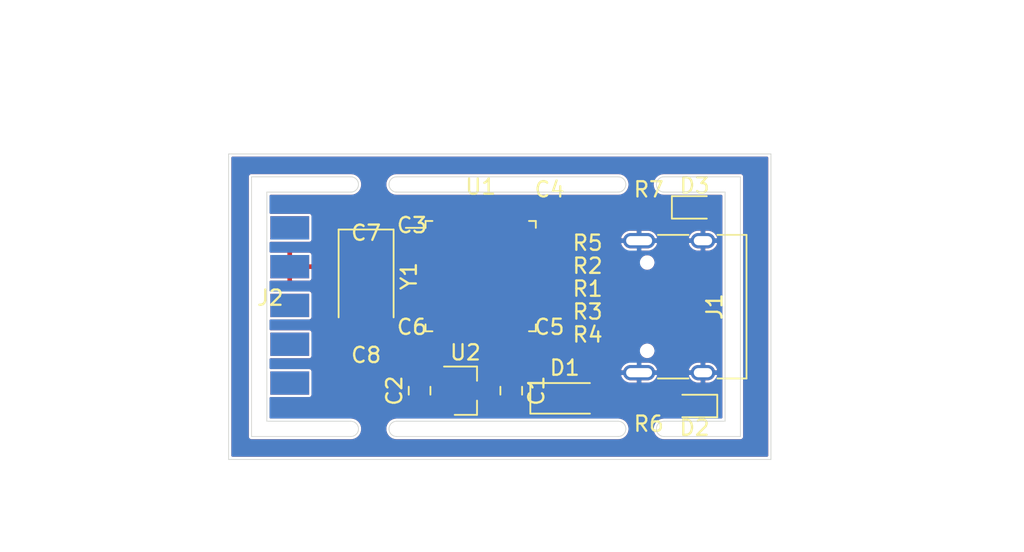
<source format=kicad_pcb>
(kicad_pcb (version 20171130) (host pcbnew 5.1.6+dfsg1-1)

  (general
    (thickness 1.6)
    (drawings 32)
    (tracks 0)
    (zones 0)
    (modules 23)
    (nets 62)
  )

  (page A4)
  (layers
    (0 F.Cu signal)
    (31 B.Cu signal)
    (32 B.Adhes user)
    (33 F.Adhes user)
    (34 B.Paste user)
    (35 F.Paste user)
    (36 B.SilkS user)
    (37 F.SilkS user)
    (38 B.Mask user)
    (39 F.Mask user)
    (40 Dwgs.User user)
    (41 Cmts.User user)
    (42 Eco1.User user)
    (43 Eco2.User user)
    (44 Edge.Cuts user)
    (45 Margin user)
    (46 B.CrtYd user)
    (47 F.CrtYd user)
    (48 B.Fab user hide)
    (49 F.Fab user hide)
  )

  (setup
    (last_trace_width 0.1524)
    (trace_clearance 0.1524)
    (zone_clearance 0.508)
    (zone_45_only no)
    (trace_min 0.1524)
    (via_size 0.8)
    (via_drill 0.4)
    (via_min_size 0.4)
    (via_min_drill 0.3)
    (uvia_size 0.3)
    (uvia_drill 0.1)
    (uvias_allowed no)
    (uvia_min_size 0.2)
    (uvia_min_drill 0.1)
    (edge_width 0.05)
    (segment_width 0.2)
    (pcb_text_width 0.3)
    (pcb_text_size 1.5 1.5)
    (mod_edge_width 0.12)
    (mod_text_size 0.8 0.8)
    (mod_text_width 0.15)
    (pad_size 1.524 1.524)
    (pad_drill 0.762)
    (pad_to_mask_clearance 0.05)
    (aux_axis_origin 0 0)
    (visible_elements FFFFFF7F)
    (pcbplotparams
      (layerselection 0x010fc_ffffffff)
      (usegerberextensions false)
      (usegerberattributes true)
      (usegerberadvancedattributes true)
      (creategerberjobfile true)
      (excludeedgelayer true)
      (linewidth 0.100000)
      (plotframeref false)
      (viasonmask false)
      (mode 1)
      (useauxorigin false)
      (hpglpennumber 1)
      (hpglpenspeed 20)
      (hpglpendiameter 15.000000)
      (psnegative false)
      (psa4output false)
      (plotreference true)
      (plotvalue true)
      (plotinvisibletext false)
      (padsonsilk false)
      (subtractmaskfromsilk false)
      (outputformat 1)
      (mirror false)
      (drillshape 0)
      (scaleselection 1)
      (outputdirectory "stlink_a/"))
  )

  (net 0 "")
  (net 1 "Net-(J1-PadB8)")
  (net 2 "Net-(J1-PadA5)")
  (net 3 "Net-(J1-PadA7)")
  (net 4 "Net-(J1-PadA8)")
  (net 5 "Net-(J1-PadB5)")
  (net 6 "Net-(J1-PadA6)")
  (net 7 "Net-(U1-Pad46)")
  (net 8 "Net-(U1-Pad45)")
  (net 9 "Net-(U1-Pad44)")
  (net 10 "Net-(U1-Pad43)")
  (net 11 "Net-(U1-Pad42)")
  (net 12 "Net-(U1-Pad41)")
  (net 13 "Net-(U1-Pad40)")
  (net 14 "Net-(U1-Pad39)")
  (net 15 "Net-(U1-Pad38)")
  (net 16 "Net-(U1-Pad34)")
  (net 17 "Net-(U1-Pad31)")
  (net 18 "Net-(U1-Pad30)")
  (net 19 "Net-(U1-Pad29)")
  (net 20 "Net-(U1-Pad28)")
  (net 21 "Net-(U1-Pad27)")
  (net 22 "Net-(U1-Pad26)")
  (net 23 "Net-(U1-Pad25)")
  (net 24 "Net-(U1-Pad22)")
  (net 25 "Net-(U1-Pad21)")
  (net 26 "Net-(U1-Pad20)")
  (net 27 "Net-(U1-Pad19)")
  (net 28 "Net-(U1-Pad18)")
  (net 29 "Net-(U1-Pad17)")
  (net 30 "Net-(U1-Pad16)")
  (net 31 "Net-(U1-Pad15)")
  (net 32 "Net-(U1-Pad14)")
  (net 33 "Net-(U1-Pad13)")
  (net 34 "Net-(U1-Pad12)")
  (net 35 "Net-(U1-Pad11)")
  (net 36 "Net-(U1-Pad10)")
  (net 37 "Net-(U1-Pad7)")
  (net 38 "Net-(U1-Pad4)")
  (net 39 "Net-(U1-Pad3)")
  (net 40 "Net-(U1-Pad2)")
  (net 41 "Net-(U1-Pad1)")
  (net 42 GND)
  (net 43 +5V)
  (net 44 +3V3)
  (net 45 VBUS)
  (net 46 "Net-(J2-Pad2)")
  (net 47 "Net-(J2-Pad3)")
  (net 48 D-)
  (net 49 D+)
  (net 50 JTDI)
  (net 51 SWIM_RST)
  (net 52 JTDO)
  (net 53 JTMS)
  (net 54 SWIM)
  (net 55 JTCK_SWCLK)
  (net 56 JRST)
  (net 57 "Net-(C7-Pad1)")
  (net 58 "Net-(C8-Pad1)")
  (net 59 "Net-(D2-Pad2)")
  (net 60 LED)
  (net 61 "Net-(D3-Pad1)")

  (net_class Default "This is the default net class."
    (clearance 0.1524)
    (trace_width 0.1524)
    (via_dia 0.8)
    (via_drill 0.4)
    (uvia_dia 0.3)
    (uvia_drill 0.1)
    (add_net +3V3)
    (add_net +5V)
    (add_net D+)
    (add_net D-)
    (add_net GND)
    (add_net JRST)
    (add_net JTCK_SWCLK)
    (add_net JTDI)
    (add_net JTDO)
    (add_net JTMS)
    (add_net LED)
    (add_net "Net-(C7-Pad1)")
    (add_net "Net-(C8-Pad1)")
    (add_net "Net-(D2-Pad2)")
    (add_net "Net-(D3-Pad1)")
    (add_net "Net-(J1-PadA5)")
    (add_net "Net-(J1-PadA6)")
    (add_net "Net-(J1-PadA7)")
    (add_net "Net-(J1-PadA8)")
    (add_net "Net-(J1-PadB5)")
    (add_net "Net-(J1-PadB8)")
    (add_net "Net-(J2-Pad2)")
    (add_net "Net-(J2-Pad3)")
    (add_net "Net-(U1-Pad1)")
    (add_net "Net-(U1-Pad10)")
    (add_net "Net-(U1-Pad11)")
    (add_net "Net-(U1-Pad12)")
    (add_net "Net-(U1-Pad13)")
    (add_net "Net-(U1-Pad14)")
    (add_net "Net-(U1-Pad15)")
    (add_net "Net-(U1-Pad16)")
    (add_net "Net-(U1-Pad17)")
    (add_net "Net-(U1-Pad18)")
    (add_net "Net-(U1-Pad19)")
    (add_net "Net-(U1-Pad2)")
    (add_net "Net-(U1-Pad20)")
    (add_net "Net-(U1-Pad21)")
    (add_net "Net-(U1-Pad22)")
    (add_net "Net-(U1-Pad25)")
    (add_net "Net-(U1-Pad26)")
    (add_net "Net-(U1-Pad27)")
    (add_net "Net-(U1-Pad28)")
    (add_net "Net-(U1-Pad29)")
    (add_net "Net-(U1-Pad3)")
    (add_net "Net-(U1-Pad30)")
    (add_net "Net-(U1-Pad31)")
    (add_net "Net-(U1-Pad34)")
    (add_net "Net-(U1-Pad38)")
    (add_net "Net-(U1-Pad39)")
    (add_net "Net-(U1-Pad4)")
    (add_net "Net-(U1-Pad40)")
    (add_net "Net-(U1-Pad41)")
    (add_net "Net-(U1-Pad42)")
    (add_net "Net-(U1-Pad43)")
    (add_net "Net-(U1-Pad44)")
    (add_net "Net-(U1-Pad45)")
    (add_net "Net-(U1-Pad46)")
    (add_net "Net-(U1-Pad7)")
    (add_net SWIM)
    (add_net SWIM_RST)
    (add_net VBUS)
  )

  (module Resistor_SMD:R_0402_1005Metric (layer F.Cu) (tedit 5B301BBD) (tstamp 5EF8E137)
    (at 135 83.5)
    (descr "Resistor SMD 0402 (1005 Metric), square (rectangular) end terminal, IPC_7351 nominal, (Body size source: http://www.tortai-tech.com/upload/download/2011102023233369053.pdf), generated with kicad-footprint-generator")
    (tags resistor)
    (path /5F00C458)
    (attr smd)
    (fp_text reference R7 (at 0 -1.17) (layer F.SilkS)
      (effects (font (size 1 1) (thickness 0.15)))
    )
    (fp_text value 1k (at 0 1.17) (layer F.Fab)
      (effects (font (size 1 1) (thickness 0.15)))
    )
    (fp_line (start 0.93 0.47) (end -0.93 0.47) (layer F.CrtYd) (width 0.05))
    (fp_line (start 0.93 -0.47) (end 0.93 0.47) (layer F.CrtYd) (width 0.05))
    (fp_line (start -0.93 -0.47) (end 0.93 -0.47) (layer F.CrtYd) (width 0.05))
    (fp_line (start -0.93 0.47) (end -0.93 -0.47) (layer F.CrtYd) (width 0.05))
    (fp_line (start 0.5 0.25) (end -0.5 0.25) (layer F.Fab) (width 0.1))
    (fp_line (start 0.5 -0.25) (end 0.5 0.25) (layer F.Fab) (width 0.1))
    (fp_line (start -0.5 -0.25) (end 0.5 -0.25) (layer F.Fab) (width 0.1))
    (fp_line (start -0.5 0.25) (end -0.5 -0.25) (layer F.Fab) (width 0.1))
    (fp_text user %R (at 0 0) (layer F.Fab)
      (effects (font (size 0.25 0.25) (thickness 0.04)))
    )
    (pad 2 smd roundrect (at 0.485 0) (size 0.59 0.64) (layers F.Cu F.Paste F.Mask) (roundrect_rratio 0.25)
      (net 61 "Net-(D3-Pad1)"))
    (pad 1 smd roundrect (at -0.485 0) (size 0.59 0.64) (layers F.Cu F.Paste F.Mask) (roundrect_rratio 0.25)
      (net 42 GND))
    (model ${KISYS3DMOD}/Resistor_SMD.3dshapes/R_0402_1005Metric.wrl
      (at (xyz 0 0 0))
      (scale (xyz 1 1 1))
      (rotate (xyz 0 0 0))
    )
  )

  (module Resistor_SMD:R_0402_1005Metric (layer F.Cu) (tedit 5B301BBD) (tstamp 5EF8E128)
    (at 135 96.5 180)
    (descr "Resistor SMD 0402 (1005 Metric), square (rectangular) end terminal, IPC_7351 nominal, (Body size source: http://www.tortai-tech.com/upload/download/2011102023233369053.pdf), generated with kicad-footprint-generator")
    (tags resistor)
    (path /5F00A276)
    (attr smd)
    (fp_text reference R6 (at 0 -1.17) (layer F.SilkS)
      (effects (font (size 1 1) (thickness 0.15)))
    )
    (fp_text value 1k (at 0 1.17) (layer F.Fab)
      (effects (font (size 1 1) (thickness 0.15)))
    )
    (fp_line (start 0.93 0.47) (end -0.93 0.47) (layer F.CrtYd) (width 0.05))
    (fp_line (start 0.93 -0.47) (end 0.93 0.47) (layer F.CrtYd) (width 0.05))
    (fp_line (start -0.93 -0.47) (end 0.93 -0.47) (layer F.CrtYd) (width 0.05))
    (fp_line (start -0.93 0.47) (end -0.93 -0.47) (layer F.CrtYd) (width 0.05))
    (fp_line (start 0.5 0.25) (end -0.5 0.25) (layer F.Fab) (width 0.1))
    (fp_line (start 0.5 -0.25) (end 0.5 0.25) (layer F.Fab) (width 0.1))
    (fp_line (start -0.5 -0.25) (end 0.5 -0.25) (layer F.Fab) (width 0.1))
    (fp_line (start -0.5 0.25) (end -0.5 -0.25) (layer F.Fab) (width 0.1))
    (fp_text user %R (at 0 0) (layer F.Fab)
      (effects (font (size 0.25 0.25) (thickness 0.04)))
    )
    (pad 2 smd roundrect (at 0.485 0 180) (size 0.59 0.64) (layers F.Cu F.Paste F.Mask) (roundrect_rratio 0.25)
      (net 44 +3V3))
    (pad 1 smd roundrect (at -0.485 0 180) (size 0.59 0.64) (layers F.Cu F.Paste F.Mask) (roundrect_rratio 0.25)
      (net 59 "Net-(D2-Pad2)"))
    (model ${KISYS3DMOD}/Resistor_SMD.3dshapes/R_0402_1005Metric.wrl
      (at (xyz 0 0 0))
      (scale (xyz 1 1 1))
      (rotate (xyz 0 0 0))
    )
  )

  (module LED_SMD:LED_0603_1608Metric (layer F.Cu) (tedit 5B301BBE) (tstamp 5EF8E023)
    (at 138 83.5)
    (descr "LED SMD 0603 (1608 Metric), square (rectangular) end terminal, IPC_7351 nominal, (Body size source: http://www.tortai-tech.com/upload/download/2011102023233369053.pdf), generated with kicad-footprint-generator")
    (tags diode)
    (path /5F00B6B6)
    (attr smd)
    (fp_text reference D3 (at 0 -1.43) (layer F.SilkS)
      (effects (font (size 1 1) (thickness 0.15)))
    )
    (fp_text value RED (at 0 1.43) (layer F.Fab)
      (effects (font (size 1 1) (thickness 0.15)))
    )
    (fp_line (start 1.48 0.73) (end -1.48 0.73) (layer F.CrtYd) (width 0.05))
    (fp_line (start 1.48 -0.73) (end 1.48 0.73) (layer F.CrtYd) (width 0.05))
    (fp_line (start -1.48 -0.73) (end 1.48 -0.73) (layer F.CrtYd) (width 0.05))
    (fp_line (start -1.48 0.73) (end -1.48 -0.73) (layer F.CrtYd) (width 0.05))
    (fp_line (start -1.485 0.735) (end 0.8 0.735) (layer F.SilkS) (width 0.12))
    (fp_line (start -1.485 -0.735) (end -1.485 0.735) (layer F.SilkS) (width 0.12))
    (fp_line (start 0.8 -0.735) (end -1.485 -0.735) (layer F.SilkS) (width 0.12))
    (fp_line (start 0.8 0.4) (end 0.8 -0.4) (layer F.Fab) (width 0.1))
    (fp_line (start -0.8 0.4) (end 0.8 0.4) (layer F.Fab) (width 0.1))
    (fp_line (start -0.8 -0.1) (end -0.8 0.4) (layer F.Fab) (width 0.1))
    (fp_line (start -0.5 -0.4) (end -0.8 -0.1) (layer F.Fab) (width 0.1))
    (fp_line (start 0.8 -0.4) (end -0.5 -0.4) (layer F.Fab) (width 0.1))
    (fp_text user %R (at 0 0) (layer F.Fab)
      (effects (font (size 0.4 0.4) (thickness 0.06)))
    )
    (pad 2 smd roundrect (at 0.7875 0) (size 0.875 0.95) (layers F.Cu F.Paste F.Mask) (roundrect_rratio 0.25)
      (net 60 LED))
    (pad 1 smd roundrect (at -0.7875 0) (size 0.875 0.95) (layers F.Cu F.Paste F.Mask) (roundrect_rratio 0.25)
      (net 61 "Net-(D3-Pad1)"))
    (model ${KISYS3DMOD}/LED_SMD.3dshapes/LED_0603_1608Metric.wrl
      (at (xyz 0 0 0))
      (scale (xyz 1 1 1))
      (rotate (xyz 0 0 0))
    )
  )

  (module LED_SMD:LED_0603_1608Metric (layer F.Cu) (tedit 5B301BBE) (tstamp 5EF8E010)
    (at 138 96.5 180)
    (descr "LED SMD 0603 (1608 Metric), square (rectangular) end terminal, IPC_7351 nominal, (Body size source: http://www.tortai-tech.com/upload/download/2011102023233369053.pdf), generated with kicad-footprint-generator")
    (tags diode)
    (path /5F00853D)
    (attr smd)
    (fp_text reference D2 (at 0 -1.43) (layer F.SilkS)
      (effects (font (size 1 1) (thickness 0.15)))
    )
    (fp_text value GREEN (at 0 1.43) (layer F.Fab)
      (effects (font (size 1 1) (thickness 0.15)))
    )
    (fp_line (start 1.48 0.73) (end -1.48 0.73) (layer F.CrtYd) (width 0.05))
    (fp_line (start 1.48 -0.73) (end 1.48 0.73) (layer F.CrtYd) (width 0.05))
    (fp_line (start -1.48 -0.73) (end 1.48 -0.73) (layer F.CrtYd) (width 0.05))
    (fp_line (start -1.48 0.73) (end -1.48 -0.73) (layer F.CrtYd) (width 0.05))
    (fp_line (start -1.485 0.735) (end 0.8 0.735) (layer F.SilkS) (width 0.12))
    (fp_line (start -1.485 -0.735) (end -1.485 0.735) (layer F.SilkS) (width 0.12))
    (fp_line (start 0.8 -0.735) (end -1.485 -0.735) (layer F.SilkS) (width 0.12))
    (fp_line (start 0.8 0.4) (end 0.8 -0.4) (layer F.Fab) (width 0.1))
    (fp_line (start -0.8 0.4) (end 0.8 0.4) (layer F.Fab) (width 0.1))
    (fp_line (start -0.8 -0.1) (end -0.8 0.4) (layer F.Fab) (width 0.1))
    (fp_line (start -0.5 -0.4) (end -0.8 -0.1) (layer F.Fab) (width 0.1))
    (fp_line (start 0.8 -0.4) (end -0.5 -0.4) (layer F.Fab) (width 0.1))
    (fp_text user %R (at 0 0) (layer F.Fab)
      (effects (font (size 0.4 0.4) (thickness 0.06)))
    )
    (pad 2 smd roundrect (at 0.7875 0 180) (size 0.875 0.95) (layers F.Cu F.Paste F.Mask) (roundrect_rratio 0.25)
      (net 59 "Net-(D2-Pad2)"))
    (pad 1 smd roundrect (at -0.7875 0 180) (size 0.875 0.95) (layers F.Cu F.Paste F.Mask) (roundrect_rratio 0.25)
      (net 60 LED))
    (model ${KISYS3DMOD}/LED_SMD.3dshapes/LED_0603_1608Metric.wrl
      (at (xyz 0 0 0))
      (scale (xyz 1 1 1))
      (rotate (xyz 0 0 0))
    )
  )

  (module Crystal:Crystal_SMD_5032-2Pin_5.0x3.2mm (layer F.Cu) (tedit 5A0FD1B2) (tstamp 5EF8D68C)
    (at 116.5 88 270)
    (descr "SMD Crystal SERIES SMD2520/2 http://www.icbase.com/File/PDF/HKC/HKC00061008.pdf, 5.0x3.2mm^2 package")
    (tags "SMD SMT crystal")
    (path /5EFEA4D2)
    (attr smd)
    (fp_text reference Y1 (at 0 -2.8 90) (layer F.SilkS)
      (effects (font (size 1 1) (thickness 0.15)))
    )
    (fp_text value Crystal (at 0 2.8 90) (layer F.Fab)
      (effects (font (size 1 1) (thickness 0.15)))
    )
    (fp_circle (center 0 0) (end 0.093333 0) (layer F.Adhes) (width 0.186667))
    (fp_circle (center 0 0) (end 0.213333 0) (layer F.Adhes) (width 0.133333))
    (fp_circle (center 0 0) (end 0.333333 0) (layer F.Adhes) (width 0.133333))
    (fp_circle (center 0 0) (end 0.4 0) (layer F.Adhes) (width 0.1))
    (fp_line (start 3.1 -1.9) (end -3.1 -1.9) (layer F.CrtYd) (width 0.05))
    (fp_line (start 3.1 1.9) (end 3.1 -1.9) (layer F.CrtYd) (width 0.05))
    (fp_line (start -3.1 1.9) (end 3.1 1.9) (layer F.CrtYd) (width 0.05))
    (fp_line (start -3.1 -1.9) (end -3.1 1.9) (layer F.CrtYd) (width 0.05))
    (fp_line (start -3.05 1.8) (end 2.7 1.8) (layer F.SilkS) (width 0.12))
    (fp_line (start -3.05 -1.8) (end -3.05 1.8) (layer F.SilkS) (width 0.12))
    (fp_line (start 2.7 -1.8) (end -3.05 -1.8) (layer F.SilkS) (width 0.12))
    (fp_line (start -2.5 0.6) (end -1.5 1.6) (layer F.Fab) (width 0.1))
    (fp_line (start -2.5 -1.4) (end -2.3 -1.6) (layer F.Fab) (width 0.1))
    (fp_line (start -2.5 1.4) (end -2.5 -1.4) (layer F.Fab) (width 0.1))
    (fp_line (start -2.3 1.6) (end -2.5 1.4) (layer F.Fab) (width 0.1))
    (fp_line (start 2.3 1.6) (end -2.3 1.6) (layer F.Fab) (width 0.1))
    (fp_line (start 2.5 1.4) (end 2.3 1.6) (layer F.Fab) (width 0.1))
    (fp_line (start 2.5 -1.4) (end 2.5 1.4) (layer F.Fab) (width 0.1))
    (fp_line (start 2.3 -1.6) (end 2.5 -1.4) (layer F.Fab) (width 0.1))
    (fp_line (start -2.3 -1.6) (end 2.3 -1.6) (layer F.Fab) (width 0.1))
    (fp_text user %R (at 0 0 90) (layer F.Fab)
      (effects (font (size 1 1) (thickness 0.15)))
    )
    (pad 2 smd rect (at 1.85 0 270) (size 2 2.4) (layers F.Cu F.Paste F.Mask)
      (net 58 "Net-(C8-Pad1)"))
    (pad 1 smd rect (at -1.85 0 270) (size 2 2.4) (layers F.Cu F.Paste F.Mask)
      (net 57 "Net-(C7-Pad1)"))
    (model "${KIPRJMOD}/Crystal ABM3-16.000MHZ-B2-T.stp"
      (at (xyz 0 0 0))
      (scale (xyz 1 1 1))
      (rotate (xyz 0 0 0))
    )
  )

  (module Capacitor_SMD:C_0402_1005Metric (layer F.Cu) (tedit 5B301BBE) (tstamp 5EF8D46F)
    (at 116.5 92 180)
    (descr "Capacitor SMD 0402 (1005 Metric), square (rectangular) end terminal, IPC_7351 nominal, (Body size source: http://www.tortai-tech.com/upload/download/2011102023233369053.pdf), generated with kicad-footprint-generator")
    (tags capacitor)
    (path /5EFEC30D)
    (attr smd)
    (fp_text reference C8 (at 0 -1.17) (layer F.SilkS)
      (effects (font (size 1 1) (thickness 0.15)))
    )
    (fp_text value 20pF (at 0 1.17) (layer F.Fab)
      (effects (font (size 1 1) (thickness 0.15)))
    )
    (fp_line (start 0.93 0.47) (end -0.93 0.47) (layer F.CrtYd) (width 0.05))
    (fp_line (start 0.93 -0.47) (end 0.93 0.47) (layer F.CrtYd) (width 0.05))
    (fp_line (start -0.93 -0.47) (end 0.93 -0.47) (layer F.CrtYd) (width 0.05))
    (fp_line (start -0.93 0.47) (end -0.93 -0.47) (layer F.CrtYd) (width 0.05))
    (fp_line (start 0.5 0.25) (end -0.5 0.25) (layer F.Fab) (width 0.1))
    (fp_line (start 0.5 -0.25) (end 0.5 0.25) (layer F.Fab) (width 0.1))
    (fp_line (start -0.5 -0.25) (end 0.5 -0.25) (layer F.Fab) (width 0.1))
    (fp_line (start -0.5 0.25) (end -0.5 -0.25) (layer F.Fab) (width 0.1))
    (fp_text user %R (at 0 0) (layer F.Fab)
      (effects (font (size 0.25 0.25) (thickness 0.04)))
    )
    (pad 2 smd roundrect (at 0.485 0 180) (size 0.59 0.64) (layers F.Cu F.Paste F.Mask) (roundrect_rratio 0.25)
      (net 42 GND))
    (pad 1 smd roundrect (at -0.485 0 180) (size 0.59 0.64) (layers F.Cu F.Paste F.Mask) (roundrect_rratio 0.25)
      (net 58 "Net-(C8-Pad1)"))
    (model ${KISYS3DMOD}/Capacitor_SMD.3dshapes/C_0402_1005Metric.wrl
      (at (xyz 0 0 0))
      (scale (xyz 1 1 1))
      (rotate (xyz 0 0 0))
    )
  )

  (module Capacitor_SMD:C_0402_1005Metric (layer F.Cu) (tedit 5B301BBE) (tstamp 5EF8D460)
    (at 116.5 84 180)
    (descr "Capacitor SMD 0402 (1005 Metric), square (rectangular) end terminal, IPC_7351 nominal, (Body size source: http://www.tortai-tech.com/upload/download/2011102023233369053.pdf), generated with kicad-footprint-generator")
    (tags capacitor)
    (path /5EFEB330)
    (attr smd)
    (fp_text reference C7 (at 0 -1.17) (layer F.SilkS)
      (effects (font (size 1 1) (thickness 0.15)))
    )
    (fp_text value 20pF (at 0 1.17) (layer F.Fab)
      (effects (font (size 1 1) (thickness 0.15)))
    )
    (fp_line (start 0.93 0.47) (end -0.93 0.47) (layer F.CrtYd) (width 0.05))
    (fp_line (start 0.93 -0.47) (end 0.93 0.47) (layer F.CrtYd) (width 0.05))
    (fp_line (start -0.93 -0.47) (end 0.93 -0.47) (layer F.CrtYd) (width 0.05))
    (fp_line (start -0.93 0.47) (end -0.93 -0.47) (layer F.CrtYd) (width 0.05))
    (fp_line (start 0.5 0.25) (end -0.5 0.25) (layer F.Fab) (width 0.1))
    (fp_line (start 0.5 -0.25) (end 0.5 0.25) (layer F.Fab) (width 0.1))
    (fp_line (start -0.5 -0.25) (end 0.5 -0.25) (layer F.Fab) (width 0.1))
    (fp_line (start -0.5 0.25) (end -0.5 -0.25) (layer F.Fab) (width 0.1))
    (fp_text user %R (at 0 0) (layer F.Fab)
      (effects (font (size 0.25 0.25) (thickness 0.04)))
    )
    (pad 2 smd roundrect (at 0.485 0 180) (size 0.59 0.64) (layers F.Cu F.Paste F.Mask) (roundrect_rratio 0.25)
      (net 42 GND))
    (pad 1 smd roundrect (at -0.485 0 180) (size 0.59 0.64) (layers F.Cu F.Paste F.Mask) (roundrect_rratio 0.25)
      (net 57 "Net-(C7-Pad1)"))
    (model ${KISYS3DMOD}/Capacitor_SMD.3dshapes/C_0402_1005Metric.wrl
      (at (xyz 0 0 0))
      (scale (xyz 1 1 1))
      (rotate (xyz 0 0 0))
    )
  )

  (module st-link:IDC_EDGE (layer F.Cu) (tedit 5EF85C16) (tstamp 5EF8BAD1)
    (at 110.23 89.92 180)
    (path /5EF99326)
    (fp_text reference J2 (at 0 0.5) (layer F.SilkS)
      (effects (font (size 1 1) (thickness 0.15)))
    )
    (fp_text value ~ (at 0 -0.5) (layer F.Fab)
      (effects (font (size 1 1) (thickness 0.15)))
    )
    (fp_line (start 0 -6.35) (end 0 6.35) (layer F.Fab) (width 0.12))
    (pad 10 smd rect (at -1.27 5.08 180) (size 2.54 1.524) (layers B.Cu B.Paste B.Mask)
      (net 50 JTDI))
    (pad 9 smd rect (at -1.27 5.08 180) (size 2.54 1.524) (layers F.Cu F.Paste F.Mask)
      (net 51 SWIM_RST))
    (pad 8 smd rect (at -1.27 2.54 180) (size 2.54 1.524) (layers B.Cu B.Paste B.Mask)
      (net 52 JTDO))
    (pad 7 smd rect (at -1.27 2.54 180) (size 2.54 1.524) (layers F.Cu F.Paste F.Mask)
      (net 42 GND))
    (pad 6 smd rect (at -1.27 0 180) (size 2.54 1.524) (layers B.Cu B.Paste B.Mask)
      (net 53 JTMS))
    (pad 5 smd rect (at -1.27 0 180) (size 2.54 1.524) (layers F.Cu F.Paste F.Mask)
      (net 54 SWIM))
    (pad 4 smd rect (at -1.27 -2.54 180) (size 2.54 1.524) (layers B.Cu B.Paste B.Mask)
      (net 55 JTCK_SWCLK))
    (pad 3 smd rect (at -1.27 -2.54 180) (size 2.54 1.524) (layers F.Cu F.Paste F.Mask)
      (net 47 "Net-(J2-Pad3)"))
    (pad 2 smd rect (at -1.27 -5.08 180) (size 2.54 1.524) (layers B.Cu B.Paste B.Mask)
      (net 46 "Net-(J2-Pad2)"))
    (pad 1 smd rect (at -1.27 -5.08 180) (size 2.54 1.524) (layers F.Cu F.Paste F.Mask)
      (net 56 JRST))
    (model ${KISYS3DMOD}/Connector_IDC.3dshapes/IDC-Header_2x05_P2.54mm_Vertical.step
      (offset (xyz 0 5.0038 0.1778))
      (scale (xyz 1 1 1))
      (rotate (xyz 0 -90 0))
    )
  )

  (module Resistor_SMD:R_0402_1005Metric (layer F.Cu) (tedit 5B301BBD) (tstamp 5EF84DEB)
    (at 131 86.995)
    (descr "Resistor SMD 0402 (1005 Metric), square (rectangular) end terminal, IPC_7351 nominal, (Body size source: http://www.tortai-tech.com/upload/download/2011102023233369053.pdf), generated with kicad-footprint-generator")
    (tags resistor)
    (path /5EFB81E7)
    (attr smd)
    (fp_text reference R5 (at 0 -1.17) (layer F.SilkS)
      (effects (font (size 1 1) (thickness 0.15)))
    )
    (fp_text value 5k1 (at 0 1.17) (layer F.Fab)
      (effects (font (size 1 1) (thickness 0.15)))
    )
    (fp_line (start 0.93 0.47) (end -0.93 0.47) (layer F.CrtYd) (width 0.05))
    (fp_line (start 0.93 -0.47) (end 0.93 0.47) (layer F.CrtYd) (width 0.05))
    (fp_line (start -0.93 -0.47) (end 0.93 -0.47) (layer F.CrtYd) (width 0.05))
    (fp_line (start -0.93 0.47) (end -0.93 -0.47) (layer F.CrtYd) (width 0.05))
    (fp_line (start 0.5 0.25) (end -0.5 0.25) (layer F.Fab) (width 0.1))
    (fp_line (start 0.5 -0.25) (end 0.5 0.25) (layer F.Fab) (width 0.1))
    (fp_line (start -0.5 -0.25) (end 0.5 -0.25) (layer F.Fab) (width 0.1))
    (fp_line (start -0.5 0.25) (end -0.5 -0.25) (layer F.Fab) (width 0.1))
    (fp_text user %R (at 0 0) (layer F.Fab)
      (effects (font (size 0.25 0.25) (thickness 0.04)))
    )
    (pad 2 smd roundrect (at 0.485 0) (size 0.59 0.64) (layers F.Cu F.Paste F.Mask) (roundrect_rratio 0.25)
      (net 5 "Net-(J1-PadB5)"))
    (pad 1 smd roundrect (at -0.485 0) (size 0.59 0.64) (layers F.Cu F.Paste F.Mask) (roundrect_rratio 0.25)
      (net 42 GND))
    (model ${KISYS3DMOD}/Resistor_SMD.3dshapes/R_0402_1005Metric.wrl
      (at (xyz 0 0 0))
      (scale (xyz 1 1 1))
      (rotate (xyz 0 0 0))
    )
  )

  (module Resistor_SMD:R_0402_1005Metric (layer F.Cu) (tedit 5B301BBD) (tstamp 5EF84DDC)
    (at 131 93)
    (descr "Resistor SMD 0402 (1005 Metric), square (rectangular) end terminal, IPC_7351 nominal, (Body size source: http://www.tortai-tech.com/upload/download/2011102023233369053.pdf), generated with kicad-footprint-generator")
    (tags resistor)
    (path /5EFB78B7)
    (attr smd)
    (fp_text reference R4 (at 0 -1.17) (layer F.SilkS)
      (effects (font (size 1 1) (thickness 0.15)))
    )
    (fp_text value 5k1 (at 0 1.17) (layer F.Fab)
      (effects (font (size 1 1) (thickness 0.15)))
    )
    (fp_line (start 0.93 0.47) (end -0.93 0.47) (layer F.CrtYd) (width 0.05))
    (fp_line (start 0.93 -0.47) (end 0.93 0.47) (layer F.CrtYd) (width 0.05))
    (fp_line (start -0.93 -0.47) (end 0.93 -0.47) (layer F.CrtYd) (width 0.05))
    (fp_line (start -0.93 0.47) (end -0.93 -0.47) (layer F.CrtYd) (width 0.05))
    (fp_line (start 0.5 0.25) (end -0.5 0.25) (layer F.Fab) (width 0.1))
    (fp_line (start 0.5 -0.25) (end 0.5 0.25) (layer F.Fab) (width 0.1))
    (fp_line (start -0.5 -0.25) (end 0.5 -0.25) (layer F.Fab) (width 0.1))
    (fp_line (start -0.5 0.25) (end -0.5 -0.25) (layer F.Fab) (width 0.1))
    (fp_text user %R (at 0 0) (layer F.Fab)
      (effects (font (size 0.25 0.25) (thickness 0.04)))
    )
    (pad 2 smd roundrect (at 0.485 0) (size 0.59 0.64) (layers F.Cu F.Paste F.Mask) (roundrect_rratio 0.25)
      (net 2 "Net-(J1-PadA5)"))
    (pad 1 smd roundrect (at -0.485 0) (size 0.59 0.64) (layers F.Cu F.Paste F.Mask) (roundrect_rratio 0.25)
      (net 42 GND))
    (model ${KISYS3DMOD}/Resistor_SMD.3dshapes/R_0402_1005Metric.wrl
      (at (xyz 0 0 0))
      (scale (xyz 1 1 1))
      (rotate (xyz 0 0 0))
    )
  )

  (module Capacitor_SMD:C_0402_1005Metric (layer F.Cu) (tedit 5B301BBE) (tstamp 5EF84C90)
    (at 119.5 92.5)
    (descr "Capacitor SMD 0402 (1005 Metric), square (rectangular) end terminal, IPC_7351 nominal, (Body size source: http://www.tortai-tech.com/upload/download/2011102023233369053.pdf), generated with kicad-footprint-generator")
    (tags capacitor)
    (path /5EFA9B83)
    (attr smd)
    (fp_text reference C6 (at 0 -1.17) (layer F.SilkS)
      (effects (font (size 1 1) (thickness 0.15)))
    )
    (fp_text value 100nF (at 0 1.17) (layer F.Fab)
      (effects (font (size 1 1) (thickness 0.15)))
    )
    (fp_line (start 0.93 0.47) (end -0.93 0.47) (layer F.CrtYd) (width 0.05))
    (fp_line (start 0.93 -0.47) (end 0.93 0.47) (layer F.CrtYd) (width 0.05))
    (fp_line (start -0.93 -0.47) (end 0.93 -0.47) (layer F.CrtYd) (width 0.05))
    (fp_line (start -0.93 0.47) (end -0.93 -0.47) (layer F.CrtYd) (width 0.05))
    (fp_line (start 0.5 0.25) (end -0.5 0.25) (layer F.Fab) (width 0.1))
    (fp_line (start 0.5 -0.25) (end 0.5 0.25) (layer F.Fab) (width 0.1))
    (fp_line (start -0.5 -0.25) (end 0.5 -0.25) (layer F.Fab) (width 0.1))
    (fp_line (start -0.5 0.25) (end -0.5 -0.25) (layer F.Fab) (width 0.1))
    (fp_text user %R (at 0 0) (layer F.Fab)
      (effects (font (size 0.25 0.25) (thickness 0.04)))
    )
    (pad 2 smd roundrect (at 0.485 0) (size 0.59 0.64) (layers F.Cu F.Paste F.Mask) (roundrect_rratio 0.25)
      (net 42 GND))
    (pad 1 smd roundrect (at -0.485 0) (size 0.59 0.64) (layers F.Cu F.Paste F.Mask) (roundrect_rratio 0.25)
      (net 44 +3V3))
    (model ${KISYS3DMOD}/Capacitor_SMD.3dshapes/C_0402_1005Metric.wrl
      (at (xyz 0 0 0))
      (scale (xyz 1 1 1))
      (rotate (xyz 0 0 0))
    )
  )

  (module Capacitor_SMD:C_0402_1005Metric (layer F.Cu) (tedit 5B301BBE) (tstamp 5EF84C81)
    (at 128.5 92.5)
    (descr "Capacitor SMD 0402 (1005 Metric), square (rectangular) end terminal, IPC_7351 nominal, (Body size source: http://www.tortai-tech.com/upload/download/2011102023233369053.pdf), generated with kicad-footprint-generator")
    (tags capacitor)
    (path /5EFA91CE)
    (attr smd)
    (fp_text reference C5 (at 0 -1.17) (layer F.SilkS)
      (effects (font (size 1 1) (thickness 0.15)))
    )
    (fp_text value 100nF (at 0 1.17) (layer F.Fab)
      (effects (font (size 1 1) (thickness 0.15)))
    )
    (fp_line (start 0.93 0.47) (end -0.93 0.47) (layer F.CrtYd) (width 0.05))
    (fp_line (start 0.93 -0.47) (end 0.93 0.47) (layer F.CrtYd) (width 0.05))
    (fp_line (start -0.93 -0.47) (end 0.93 -0.47) (layer F.CrtYd) (width 0.05))
    (fp_line (start -0.93 0.47) (end -0.93 -0.47) (layer F.CrtYd) (width 0.05))
    (fp_line (start 0.5 0.25) (end -0.5 0.25) (layer F.Fab) (width 0.1))
    (fp_line (start 0.5 -0.25) (end 0.5 0.25) (layer F.Fab) (width 0.1))
    (fp_line (start -0.5 -0.25) (end 0.5 -0.25) (layer F.Fab) (width 0.1))
    (fp_line (start -0.5 0.25) (end -0.5 -0.25) (layer F.Fab) (width 0.1))
    (fp_text user %R (at 0 0) (layer F.Fab)
      (effects (font (size 0.25 0.25) (thickness 0.04)))
    )
    (pad 2 smd roundrect (at 0.485 0) (size 0.59 0.64) (layers F.Cu F.Paste F.Mask) (roundrect_rratio 0.25)
      (net 42 GND))
    (pad 1 smd roundrect (at -0.485 0) (size 0.59 0.64) (layers F.Cu F.Paste F.Mask) (roundrect_rratio 0.25)
      (net 44 +3V3))
    (model ${KISYS3DMOD}/Capacitor_SMD.3dshapes/C_0402_1005Metric.wrl
      (at (xyz 0 0 0))
      (scale (xyz 1 1 1))
      (rotate (xyz 0 0 0))
    )
  )

  (module Capacitor_SMD:C_0402_1005Metric (layer F.Cu) (tedit 5B301BBE) (tstamp 5EF84C72)
    (at 128.515 83.5)
    (descr "Capacitor SMD 0402 (1005 Metric), square (rectangular) end terminal, IPC_7351 nominal, (Body size source: http://www.tortai-tech.com/upload/download/2011102023233369053.pdf), generated with kicad-footprint-generator")
    (tags capacitor)
    (path /5EFA8A29)
    (attr smd)
    (fp_text reference C4 (at 0 -1.17) (layer F.SilkS)
      (effects (font (size 1 1) (thickness 0.15)))
    )
    (fp_text value 100nF (at 0 1.17) (layer F.Fab)
      (effects (font (size 1 1) (thickness 0.15)))
    )
    (fp_line (start 0.93 0.47) (end -0.93 0.47) (layer F.CrtYd) (width 0.05))
    (fp_line (start 0.93 -0.47) (end 0.93 0.47) (layer F.CrtYd) (width 0.05))
    (fp_line (start -0.93 -0.47) (end 0.93 -0.47) (layer F.CrtYd) (width 0.05))
    (fp_line (start -0.93 0.47) (end -0.93 -0.47) (layer F.CrtYd) (width 0.05))
    (fp_line (start 0.5 0.25) (end -0.5 0.25) (layer F.Fab) (width 0.1))
    (fp_line (start 0.5 -0.25) (end 0.5 0.25) (layer F.Fab) (width 0.1))
    (fp_line (start -0.5 -0.25) (end 0.5 -0.25) (layer F.Fab) (width 0.1))
    (fp_line (start -0.5 0.25) (end -0.5 -0.25) (layer F.Fab) (width 0.1))
    (fp_text user %R (at 0 0) (layer F.Fab)
      (effects (font (size 0.25 0.25) (thickness 0.04)))
    )
    (pad 2 smd roundrect (at 0.485 0) (size 0.59 0.64) (layers F.Cu F.Paste F.Mask) (roundrect_rratio 0.25)
      (net 42 GND))
    (pad 1 smd roundrect (at -0.485 0) (size 0.59 0.64) (layers F.Cu F.Paste F.Mask) (roundrect_rratio 0.25)
      (net 44 +3V3))
    (model ${KISYS3DMOD}/Capacitor_SMD.3dshapes/C_0402_1005Metric.wrl
      (at (xyz 0 0 0))
      (scale (xyz 1 1 1))
      (rotate (xyz 0 0 0))
    )
  )

  (module Capacitor_SMD:C_0402_1005Metric (layer F.Cu) (tedit 5B301BBE) (tstamp 5EF84C63)
    (at 119.5 83.5 180)
    (descr "Capacitor SMD 0402 (1005 Metric), square (rectangular) end terminal, IPC_7351 nominal, (Body size source: http://www.tortai-tech.com/upload/download/2011102023233369053.pdf), generated with kicad-footprint-generator")
    (tags capacitor)
    (path /5EFA82A1)
    (attr smd)
    (fp_text reference C3 (at 0 -1.17) (layer F.SilkS)
      (effects (font (size 1 1) (thickness 0.15)))
    )
    (fp_text value 100nF (at 0 1.17) (layer F.Fab)
      (effects (font (size 1 1) (thickness 0.15)))
    )
    (fp_line (start 0.93 0.47) (end -0.93 0.47) (layer F.CrtYd) (width 0.05))
    (fp_line (start 0.93 -0.47) (end 0.93 0.47) (layer F.CrtYd) (width 0.05))
    (fp_line (start -0.93 -0.47) (end 0.93 -0.47) (layer F.CrtYd) (width 0.05))
    (fp_line (start -0.93 0.47) (end -0.93 -0.47) (layer F.CrtYd) (width 0.05))
    (fp_line (start 0.5 0.25) (end -0.5 0.25) (layer F.Fab) (width 0.1))
    (fp_line (start 0.5 -0.25) (end 0.5 0.25) (layer F.Fab) (width 0.1))
    (fp_line (start -0.5 -0.25) (end 0.5 -0.25) (layer F.Fab) (width 0.1))
    (fp_line (start -0.5 0.25) (end -0.5 -0.25) (layer F.Fab) (width 0.1))
    (fp_text user %R (at 0 0) (layer F.Fab)
      (effects (font (size 0.25 0.25) (thickness 0.04)))
    )
    (pad 2 smd roundrect (at 0.485 0 180) (size 0.59 0.64) (layers F.Cu F.Paste F.Mask) (roundrect_rratio 0.25)
      (net 42 GND))
    (pad 1 smd roundrect (at -0.485 0 180) (size 0.59 0.64) (layers F.Cu F.Paste F.Mask) (roundrect_rratio 0.25)
      (net 44 +3V3))
    (model ${KISYS3DMOD}/Capacitor_SMD.3dshapes/C_0402_1005Metric.wrl
      (at (xyz 0 0 0))
      (scale (xyz 1 1 1))
      (rotate (xyz 0 0 0))
    )
  )

  (module Resistor_SMD:R_0402_1005Metric (layer F.Cu) (tedit 5B301BBD) (tstamp 5EF847A4)
    (at 131 91.5)
    (descr "Resistor SMD 0402 (1005 Metric), square (rectangular) end terminal, IPC_7351 nominal, (Body size source: http://www.tortai-tech.com/upload/download/2011102023233369053.pdf), generated with kicad-footprint-generator")
    (tags resistor)
    (path /5EFA0062)
    (attr smd)
    (fp_text reference R3 (at 0 -1.17) (layer F.SilkS)
      (effects (font (size 1 1) (thickness 0.15)))
    )
    (fp_text value 1K5 (at 0 1.17) (layer F.Fab)
      (effects (font (size 1 1) (thickness 0.15)))
    )
    (fp_line (start 0.93 0.47) (end -0.93 0.47) (layer F.CrtYd) (width 0.05))
    (fp_line (start 0.93 -0.47) (end 0.93 0.47) (layer F.CrtYd) (width 0.05))
    (fp_line (start -0.93 -0.47) (end 0.93 -0.47) (layer F.CrtYd) (width 0.05))
    (fp_line (start -0.93 0.47) (end -0.93 -0.47) (layer F.CrtYd) (width 0.05))
    (fp_line (start 0.5 0.25) (end -0.5 0.25) (layer F.Fab) (width 0.1))
    (fp_line (start 0.5 -0.25) (end 0.5 0.25) (layer F.Fab) (width 0.1))
    (fp_line (start -0.5 -0.25) (end 0.5 -0.25) (layer F.Fab) (width 0.1))
    (fp_line (start -0.5 0.25) (end -0.5 -0.25) (layer F.Fab) (width 0.1))
    (fp_text user %R (at 0 0) (layer F.Fab)
      (effects (font (size 0.25 0.25) (thickness 0.04)))
    )
    (pad 2 smd roundrect (at 0.485 0) (size 0.59 0.64) (layers F.Cu F.Paste F.Mask) (roundrect_rratio 0.25)
      (net 6 "Net-(J1-PadA6)"))
    (pad 1 smd roundrect (at -0.485 0) (size 0.59 0.64) (layers F.Cu F.Paste F.Mask) (roundrect_rratio 0.25)
      (net 44 +3V3))
    (model ${KISYS3DMOD}/Resistor_SMD.3dshapes/R_0402_1005Metric.wrl
      (at (xyz 0 0 0))
      (scale (xyz 1 1 1))
      (rotate (xyz 0 0 0))
    )
  )

  (module Resistor_SMD:R_0402_1005Metric (layer F.Cu) (tedit 5B301BBD) (tstamp 5EF84795)
    (at 131 88.5)
    (descr "Resistor SMD 0402 (1005 Metric), square (rectangular) end terminal, IPC_7351 nominal, (Body size source: http://www.tortai-tech.com/upload/download/2011102023233369053.pdf), generated with kicad-footprint-generator")
    (tags resistor)
    (path /5EF9B8D5)
    (attr smd)
    (fp_text reference R2 (at 0 -1.17) (layer F.SilkS)
      (effects (font (size 1 1) (thickness 0.15)))
    )
    (fp_text value 10R (at 0 1.17) (layer F.Fab)
      (effects (font (size 1 1) (thickness 0.15)))
    )
    (fp_line (start 0.93 0.47) (end -0.93 0.47) (layer F.CrtYd) (width 0.05))
    (fp_line (start 0.93 -0.47) (end 0.93 0.47) (layer F.CrtYd) (width 0.05))
    (fp_line (start -0.93 -0.47) (end 0.93 -0.47) (layer F.CrtYd) (width 0.05))
    (fp_line (start -0.93 0.47) (end -0.93 -0.47) (layer F.CrtYd) (width 0.05))
    (fp_line (start 0.5 0.25) (end -0.5 0.25) (layer F.Fab) (width 0.1))
    (fp_line (start 0.5 -0.25) (end 0.5 0.25) (layer F.Fab) (width 0.1))
    (fp_line (start -0.5 -0.25) (end 0.5 -0.25) (layer F.Fab) (width 0.1))
    (fp_line (start -0.5 0.25) (end -0.5 -0.25) (layer F.Fab) (width 0.1))
    (fp_text user %R (at 0 0) (layer F.Fab)
      (effects (font (size 0.25 0.25) (thickness 0.04)))
    )
    (pad 2 smd roundrect (at 0.485 0) (size 0.59 0.64) (layers F.Cu F.Paste F.Mask) (roundrect_rratio 0.25)
      (net 6 "Net-(J1-PadA6)"))
    (pad 1 smd roundrect (at -0.485 0) (size 0.59 0.64) (layers F.Cu F.Paste F.Mask) (roundrect_rratio 0.25)
      (net 49 D+))
    (model ${KISYS3DMOD}/Resistor_SMD.3dshapes/R_0402_1005Metric.wrl
      (at (xyz 0 0 0))
      (scale (xyz 1 1 1))
      (rotate (xyz 0 0 0))
    )
  )

  (module Resistor_SMD:R_0402_1005Metric (layer F.Cu) (tedit 5B301BBD) (tstamp 5EF84786)
    (at 131 90)
    (descr "Resistor SMD 0402 (1005 Metric), square (rectangular) end terminal, IPC_7351 nominal, (Body size source: http://www.tortai-tech.com/upload/download/2011102023233369053.pdf), generated with kicad-footprint-generator")
    (tags resistor)
    (path /5EF9A953)
    (attr smd)
    (fp_text reference R1 (at 0 -1.17) (layer F.SilkS)
      (effects (font (size 1 1) (thickness 0.15)))
    )
    (fp_text value 10R (at 0 1.17) (layer F.Fab)
      (effects (font (size 1 1) (thickness 0.15)))
    )
    (fp_line (start 0.93 0.47) (end -0.93 0.47) (layer F.CrtYd) (width 0.05))
    (fp_line (start 0.93 -0.47) (end 0.93 0.47) (layer F.CrtYd) (width 0.05))
    (fp_line (start -0.93 -0.47) (end 0.93 -0.47) (layer F.CrtYd) (width 0.05))
    (fp_line (start -0.93 0.47) (end -0.93 -0.47) (layer F.CrtYd) (width 0.05))
    (fp_line (start 0.5 0.25) (end -0.5 0.25) (layer F.Fab) (width 0.1))
    (fp_line (start 0.5 -0.25) (end 0.5 0.25) (layer F.Fab) (width 0.1))
    (fp_line (start -0.5 -0.25) (end 0.5 -0.25) (layer F.Fab) (width 0.1))
    (fp_line (start -0.5 0.25) (end -0.5 -0.25) (layer F.Fab) (width 0.1))
    (fp_text user %R (at 0 0) (layer F.Fab)
      (effects (font (size 0.25 0.25) (thickness 0.04)))
    )
    (pad 2 smd roundrect (at 0.485 0) (size 0.59 0.64) (layers F.Cu F.Paste F.Mask) (roundrect_rratio 0.25)
      (net 3 "Net-(J1-PadA7)"))
    (pad 1 smd roundrect (at -0.485 0) (size 0.59 0.64) (layers F.Cu F.Paste F.Mask) (roundrect_rratio 0.25)
      (net 48 D-))
    (model ${KISYS3DMOD}/Resistor_SMD.3dshapes/R_0402_1005Metric.wrl
      (at (xyz 0 0 0))
      (scale (xyz 1 1 1))
      (rotate (xyz 0 0 0))
    )
  )

  (module Diode_SMD:D_SOD-123 (layer F.Cu) (tedit 58645DC7) (tstamp 5EF83A81)
    (at 129.5 96)
    (descr SOD-123)
    (tags SOD-123)
    (path /5EF8C274)
    (attr smd)
    (fp_text reference D1 (at 0 -2) (layer F.SilkS)
      (effects (font (size 1 1) (thickness 0.15)))
    )
    (fp_text value B5819W (at 0 2.1) (layer F.Fab)
      (effects (font (size 1 1) (thickness 0.15)))
    )
    (fp_line (start -2.25 -1) (end -2.25 1) (layer F.SilkS) (width 0.12))
    (fp_line (start 0.25 0) (end 0.75 0) (layer F.Fab) (width 0.1))
    (fp_line (start 0.25 0.4) (end -0.35 0) (layer F.Fab) (width 0.1))
    (fp_line (start 0.25 -0.4) (end 0.25 0.4) (layer F.Fab) (width 0.1))
    (fp_line (start -0.35 0) (end 0.25 -0.4) (layer F.Fab) (width 0.1))
    (fp_line (start -0.35 0) (end -0.35 0.55) (layer F.Fab) (width 0.1))
    (fp_line (start -0.35 0) (end -0.35 -0.55) (layer F.Fab) (width 0.1))
    (fp_line (start -0.75 0) (end -0.35 0) (layer F.Fab) (width 0.1))
    (fp_line (start -1.4 0.9) (end -1.4 -0.9) (layer F.Fab) (width 0.1))
    (fp_line (start 1.4 0.9) (end -1.4 0.9) (layer F.Fab) (width 0.1))
    (fp_line (start 1.4 -0.9) (end 1.4 0.9) (layer F.Fab) (width 0.1))
    (fp_line (start -1.4 -0.9) (end 1.4 -0.9) (layer F.Fab) (width 0.1))
    (fp_line (start -2.35 -1.15) (end 2.35 -1.15) (layer F.CrtYd) (width 0.05))
    (fp_line (start 2.35 -1.15) (end 2.35 1.15) (layer F.CrtYd) (width 0.05))
    (fp_line (start 2.35 1.15) (end -2.35 1.15) (layer F.CrtYd) (width 0.05))
    (fp_line (start -2.35 -1.15) (end -2.35 1.15) (layer F.CrtYd) (width 0.05))
    (fp_line (start -2.25 1) (end 1.65 1) (layer F.SilkS) (width 0.12))
    (fp_line (start -2.25 -1) (end 1.65 -1) (layer F.SilkS) (width 0.12))
    (fp_text user %R (at 0 -2) (layer F.Fab)
      (effects (font (size 1 1) (thickness 0.15)))
    )
    (pad 2 smd rect (at 1.65 0) (size 0.9 1.2) (layers F.Cu F.Paste F.Mask)
      (net 45 VBUS))
    (pad 1 smd rect (at -1.65 0) (size 0.9 1.2) (layers F.Cu F.Paste F.Mask)
      (net 43 +5V))
    (model ${KISYS3DMOD}/Diode_SMD.3dshapes/D_SOD-123.wrl
      (at (xyz 0 0 0))
      (scale (xyz 1 1 1))
      (rotate (xyz 0 0 0))
    )
  )

  (module Capacitor_SMD:C_0805_2012Metric (layer F.Cu) (tedit 5B36C52B) (tstamp 5EF83531)
    (at 120 95.5 90)
    (descr "Capacitor SMD 0805 (2012 Metric), square (rectangular) end terminal, IPC_7351 nominal, (Body size source: https://docs.google.com/spreadsheets/d/1BsfQQcO9C6DZCsRaXUlFlo91Tg2WpOkGARC1WS5S8t0/edit?usp=sharing), generated with kicad-footprint-generator")
    (tags capacitor)
    (path /5EF88469)
    (attr smd)
    (fp_text reference C2 (at 0 -1.65 90) (layer F.SilkS)
      (effects (font (size 1 1) (thickness 0.15)))
    )
    (fp_text value 10uF (at 0 1.65 90) (layer F.Fab)
      (effects (font (size 1 1) (thickness 0.15)))
    )
    (fp_line (start -1 0.6) (end -1 -0.6) (layer F.Fab) (width 0.1))
    (fp_line (start -1 -0.6) (end 1 -0.6) (layer F.Fab) (width 0.1))
    (fp_line (start 1 -0.6) (end 1 0.6) (layer F.Fab) (width 0.1))
    (fp_line (start 1 0.6) (end -1 0.6) (layer F.Fab) (width 0.1))
    (fp_line (start -0.258578 -0.71) (end 0.258578 -0.71) (layer F.SilkS) (width 0.12))
    (fp_line (start -0.258578 0.71) (end 0.258578 0.71) (layer F.SilkS) (width 0.12))
    (fp_line (start -1.68 0.95) (end -1.68 -0.95) (layer F.CrtYd) (width 0.05))
    (fp_line (start -1.68 -0.95) (end 1.68 -0.95) (layer F.CrtYd) (width 0.05))
    (fp_line (start 1.68 -0.95) (end 1.68 0.95) (layer F.CrtYd) (width 0.05))
    (fp_line (start 1.68 0.95) (end -1.68 0.95) (layer F.CrtYd) (width 0.05))
    (fp_text user %R (at 0 0 90) (layer F.Fab)
      (effects (font (size 0.5 0.5) (thickness 0.08)))
    )
    (pad 2 smd roundrect (at 0.9375 0 90) (size 0.975 1.4) (layers F.Cu F.Paste F.Mask) (roundrect_rratio 0.25)
      (net 42 GND))
    (pad 1 smd roundrect (at -0.9375 0 90) (size 0.975 1.4) (layers F.Cu F.Paste F.Mask) (roundrect_rratio 0.25)
      (net 44 +3V3))
    (model ${KISYS3DMOD}/Capacitor_SMD.3dshapes/C_0805_2012Metric.wrl
      (at (xyz 0 0 0))
      (scale (xyz 1 1 1))
      (rotate (xyz 0 0 0))
    )
  )

  (module Capacitor_SMD:C_0805_2012Metric (layer F.Cu) (tedit 5B36C52B) (tstamp 5EF83520)
    (at 126 95.5 270)
    (descr "Capacitor SMD 0805 (2012 Metric), square (rectangular) end terminal, IPC_7351 nominal, (Body size source: https://docs.google.com/spreadsheets/d/1BsfQQcO9C6DZCsRaXUlFlo91Tg2WpOkGARC1WS5S8t0/edit?usp=sharing), generated with kicad-footprint-generator")
    (tags capacitor)
    (path /5EF871B8)
    (attr smd)
    (fp_text reference C1 (at 0 -1.65 90) (layer F.SilkS)
      (effects (font (size 1 1) (thickness 0.15)))
    )
    (fp_text value 10uF (at 0 1.65 90) (layer F.Fab)
      (effects (font (size 1 1) (thickness 0.15)))
    )
    (fp_line (start -1 0.6) (end -1 -0.6) (layer F.Fab) (width 0.1))
    (fp_line (start -1 -0.6) (end 1 -0.6) (layer F.Fab) (width 0.1))
    (fp_line (start 1 -0.6) (end 1 0.6) (layer F.Fab) (width 0.1))
    (fp_line (start 1 0.6) (end -1 0.6) (layer F.Fab) (width 0.1))
    (fp_line (start -0.258578 -0.71) (end 0.258578 -0.71) (layer F.SilkS) (width 0.12))
    (fp_line (start -0.258578 0.71) (end 0.258578 0.71) (layer F.SilkS) (width 0.12))
    (fp_line (start -1.68 0.95) (end -1.68 -0.95) (layer F.CrtYd) (width 0.05))
    (fp_line (start -1.68 -0.95) (end 1.68 -0.95) (layer F.CrtYd) (width 0.05))
    (fp_line (start 1.68 -0.95) (end 1.68 0.95) (layer F.CrtYd) (width 0.05))
    (fp_line (start 1.68 0.95) (end -1.68 0.95) (layer F.CrtYd) (width 0.05))
    (fp_text user %R (at 0 0 90) (layer F.Fab)
      (effects (font (size 0.5 0.5) (thickness 0.08)))
    )
    (pad 2 smd roundrect (at 0.9375 0 270) (size 0.975 1.4) (layers F.Cu F.Paste F.Mask) (roundrect_rratio 0.25)
      (net 42 GND))
    (pad 1 smd roundrect (at -0.9375 0 270) (size 0.975 1.4) (layers F.Cu F.Paste F.Mask) (roundrect_rratio 0.25)
      (net 43 +5V))
    (model ${KISYS3DMOD}/Capacitor_SMD.3dshapes/C_0805_2012Metric.wrl
      (at (xyz 0 0 0))
      (scale (xyz 1 1 1))
      (rotate (xyz 0 0 0))
    )
  )

  (module Package_TO_SOT_SMD:SOT-23 (layer F.Cu) (tedit 5A02FF57) (tstamp 5EF832AC)
    (at 123 95.5)
    (descr "SOT-23, Standard")
    (tags SOT-23)
    (path /5EF85B23)
    (attr smd)
    (fp_text reference U2 (at 0 -2.5) (layer F.SilkS)
      (effects (font (size 1 1) (thickness 0.15)))
    )
    (fp_text value XC6206P332MR (at 0 2.5) (layer F.Fab)
      (effects (font (size 1 1) (thickness 0.15)))
    )
    (fp_line (start -0.7 -0.95) (end -0.7 1.5) (layer F.Fab) (width 0.1))
    (fp_line (start -0.15 -1.52) (end 0.7 -1.52) (layer F.Fab) (width 0.1))
    (fp_line (start -0.7 -0.95) (end -0.15 -1.52) (layer F.Fab) (width 0.1))
    (fp_line (start 0.7 -1.52) (end 0.7 1.52) (layer F.Fab) (width 0.1))
    (fp_line (start -0.7 1.52) (end 0.7 1.52) (layer F.Fab) (width 0.1))
    (fp_line (start 0.76 1.58) (end 0.76 0.65) (layer F.SilkS) (width 0.12))
    (fp_line (start 0.76 -1.58) (end 0.76 -0.65) (layer F.SilkS) (width 0.12))
    (fp_line (start -1.7 -1.75) (end 1.7 -1.75) (layer F.CrtYd) (width 0.05))
    (fp_line (start 1.7 -1.75) (end 1.7 1.75) (layer F.CrtYd) (width 0.05))
    (fp_line (start 1.7 1.75) (end -1.7 1.75) (layer F.CrtYd) (width 0.05))
    (fp_line (start -1.7 1.75) (end -1.7 -1.75) (layer F.CrtYd) (width 0.05))
    (fp_line (start 0.76 -1.58) (end -1.4 -1.58) (layer F.SilkS) (width 0.12))
    (fp_line (start 0.76 1.58) (end -0.7 1.58) (layer F.SilkS) (width 0.12))
    (fp_text user %R (at 0 0 90) (layer F.Fab)
      (effects (font (size 0.5 0.5) (thickness 0.075)))
    )
    (pad 3 smd rect (at 1 0) (size 0.9 0.8) (layers F.Cu F.Paste F.Mask)
      (net 43 +5V))
    (pad 2 smd rect (at -1 0.95) (size 0.9 0.8) (layers F.Cu F.Paste F.Mask)
      (net 44 +3V3))
    (pad 1 smd rect (at -1 -0.95) (size 0.9 0.8) (layers F.Cu F.Paste F.Mask)
      (net 42 GND))
    (model ${KISYS3DMOD}/Package_TO_SOT_SMD.3dshapes/SOT-23.wrl
      (at (xyz 0 0 0))
      (scale (xyz 1 1 1))
      (rotate (xyz 0 0 0))
    )
  )

  (module Package_QFP:LQFP-48_7x7mm_P0.5mm (layer F.Cu) (tedit 5D9F72AF) (tstamp 5EF8CBAC)
    (at 124 88)
    (descr "LQFP, 48 Pin (https://www.analog.com/media/en/technical-documentation/data-sheets/ltc2358-16.pdf), generated with kicad-footprint-generator ipc_gullwing_generator.py")
    (tags "LQFP QFP")
    (path /5EF826BC)
    (attr smd)
    (fp_text reference U1 (at 0 -5.85) (layer F.SilkS)
      (effects (font (size 1 1) (thickness 0.15)))
    )
    (fp_text value STM32F103C8Tx (at 0 5.85) (layer F.Fab)
      (effects (font (size 1 1) (thickness 0.15)))
    )
    (fp_line (start 5.15 3.15) (end 5.15 0) (layer F.CrtYd) (width 0.05))
    (fp_line (start 3.75 3.15) (end 5.15 3.15) (layer F.CrtYd) (width 0.05))
    (fp_line (start 3.75 3.75) (end 3.75 3.15) (layer F.CrtYd) (width 0.05))
    (fp_line (start 3.15 3.75) (end 3.75 3.75) (layer F.CrtYd) (width 0.05))
    (fp_line (start 3.15 5.15) (end 3.15 3.75) (layer F.CrtYd) (width 0.05))
    (fp_line (start 0 5.15) (end 3.15 5.15) (layer F.CrtYd) (width 0.05))
    (fp_line (start -5.15 3.15) (end -5.15 0) (layer F.CrtYd) (width 0.05))
    (fp_line (start -3.75 3.15) (end -5.15 3.15) (layer F.CrtYd) (width 0.05))
    (fp_line (start -3.75 3.75) (end -3.75 3.15) (layer F.CrtYd) (width 0.05))
    (fp_line (start -3.15 3.75) (end -3.75 3.75) (layer F.CrtYd) (width 0.05))
    (fp_line (start -3.15 5.15) (end -3.15 3.75) (layer F.CrtYd) (width 0.05))
    (fp_line (start 0 5.15) (end -3.15 5.15) (layer F.CrtYd) (width 0.05))
    (fp_line (start 5.15 -3.15) (end 5.15 0) (layer F.CrtYd) (width 0.05))
    (fp_line (start 3.75 -3.15) (end 5.15 -3.15) (layer F.CrtYd) (width 0.05))
    (fp_line (start 3.75 -3.75) (end 3.75 -3.15) (layer F.CrtYd) (width 0.05))
    (fp_line (start 3.15 -3.75) (end 3.75 -3.75) (layer F.CrtYd) (width 0.05))
    (fp_line (start 3.15 -5.15) (end 3.15 -3.75) (layer F.CrtYd) (width 0.05))
    (fp_line (start 0 -5.15) (end 3.15 -5.15) (layer F.CrtYd) (width 0.05))
    (fp_line (start -5.15 -3.15) (end -5.15 0) (layer F.CrtYd) (width 0.05))
    (fp_line (start -3.75 -3.15) (end -5.15 -3.15) (layer F.CrtYd) (width 0.05))
    (fp_line (start -3.75 -3.75) (end -3.75 -3.15) (layer F.CrtYd) (width 0.05))
    (fp_line (start -3.15 -3.75) (end -3.75 -3.75) (layer F.CrtYd) (width 0.05))
    (fp_line (start -3.15 -5.15) (end -3.15 -3.75) (layer F.CrtYd) (width 0.05))
    (fp_line (start 0 -5.15) (end -3.15 -5.15) (layer F.CrtYd) (width 0.05))
    (fp_line (start -3.5 -2.5) (end -2.5 -3.5) (layer F.Fab) (width 0.1))
    (fp_line (start -3.5 3.5) (end -3.5 -2.5) (layer F.Fab) (width 0.1))
    (fp_line (start 3.5 3.5) (end -3.5 3.5) (layer F.Fab) (width 0.1))
    (fp_line (start 3.5 -3.5) (end 3.5 3.5) (layer F.Fab) (width 0.1))
    (fp_line (start -2.5 -3.5) (end 3.5 -3.5) (layer F.Fab) (width 0.1))
    (fp_line (start -3.61 -3.16) (end -4.9 -3.16) (layer F.SilkS) (width 0.12))
    (fp_line (start -3.61 -3.61) (end -3.61 -3.16) (layer F.SilkS) (width 0.12))
    (fp_line (start -3.16 -3.61) (end -3.61 -3.61) (layer F.SilkS) (width 0.12))
    (fp_line (start 3.61 -3.61) (end 3.61 -3.16) (layer F.SilkS) (width 0.12))
    (fp_line (start 3.16 -3.61) (end 3.61 -3.61) (layer F.SilkS) (width 0.12))
    (fp_line (start -3.61 3.61) (end -3.61 3.16) (layer F.SilkS) (width 0.12))
    (fp_line (start -3.16 3.61) (end -3.61 3.61) (layer F.SilkS) (width 0.12))
    (fp_line (start 3.61 3.61) (end 3.61 3.16) (layer F.SilkS) (width 0.12))
    (fp_line (start 3.16 3.61) (end 3.61 3.61) (layer F.SilkS) (width 0.12))
    (fp_text user %R (at 0 0) (layer F.Fab)
      (effects (font (size 1 1) (thickness 0.15)))
    )
    (pad 48 smd roundrect (at -2.75 -4.1625) (size 0.3 1.475) (layers F.Cu F.Paste F.Mask) (roundrect_rratio 0.25)
      (net 41 "Net-(U1-Pad1)"))
    (pad 47 smd roundrect (at -2.25 -4.1625) (size 0.3 1.475) (layers F.Cu F.Paste F.Mask) (roundrect_rratio 0.25)
      (net 42 GND))
    (pad 46 smd roundrect (at -1.75 -4.1625) (size 0.3 1.475) (layers F.Cu F.Paste F.Mask) (roundrect_rratio 0.25)
      (net 7 "Net-(U1-Pad46)"))
    (pad 45 smd roundrect (at -1.25 -4.1625) (size 0.3 1.475) (layers F.Cu F.Paste F.Mask) (roundrect_rratio 0.25)
      (net 8 "Net-(U1-Pad45)"))
    (pad 44 smd roundrect (at -0.75 -4.1625) (size 0.3 1.475) (layers F.Cu F.Paste F.Mask) (roundrect_rratio 0.25)
      (net 9 "Net-(U1-Pad44)"))
    (pad 43 smd roundrect (at -0.25 -4.1625) (size 0.3 1.475) (layers F.Cu F.Paste F.Mask) (roundrect_rratio 0.25)
      (net 10 "Net-(U1-Pad43)"))
    (pad 42 smd roundrect (at 0.25 -4.1625) (size 0.3 1.475) (layers F.Cu F.Paste F.Mask) (roundrect_rratio 0.25)
      (net 11 "Net-(U1-Pad42)"))
    (pad 41 smd roundrect (at 0.75 -4.1625) (size 0.3 1.475) (layers F.Cu F.Paste F.Mask) (roundrect_rratio 0.25)
      (net 12 "Net-(U1-Pad41)"))
    (pad 40 smd roundrect (at 1.25 -4.1625) (size 0.3 1.475) (layers F.Cu F.Paste F.Mask) (roundrect_rratio 0.25)
      (net 13 "Net-(U1-Pad40)"))
    (pad 39 smd roundrect (at 1.75 -4.1625) (size 0.3 1.475) (layers F.Cu F.Paste F.Mask) (roundrect_rratio 0.25)
      (net 14 "Net-(U1-Pad39)"))
    (pad 38 smd roundrect (at 2.25 -4.1625) (size 0.3 1.475) (layers F.Cu F.Paste F.Mask) (roundrect_rratio 0.25)
      (net 15 "Net-(U1-Pad38)"))
    (pad 37 smd roundrect (at 2.75 -4.1625) (size 0.3 1.475) (layers F.Cu F.Paste F.Mask) (roundrect_rratio 0.25)
      (net 55 JTCK_SWCLK))
    (pad 36 smd roundrect (at 4.1625 -2.75) (size 1.475 0.3) (layers F.Cu F.Paste F.Mask) (roundrect_rratio 0.25)
      (net 41 "Net-(U1-Pad1)"))
    (pad 35 smd roundrect (at 4.1625 -2.25) (size 1.475 0.3) (layers F.Cu F.Paste F.Mask) (roundrect_rratio 0.25)
      (net 42 GND))
    (pad 34 smd roundrect (at 4.1625 -1.75) (size 1.475 0.3) (layers F.Cu F.Paste F.Mask) (roundrect_rratio 0.25)
      (net 16 "Net-(U1-Pad34)"))
    (pad 33 smd roundrect (at 4.1625 -1.25) (size 1.475 0.3) (layers F.Cu F.Paste F.Mask) (roundrect_rratio 0.25)
      (net 49 D+))
    (pad 32 smd roundrect (at 4.1625 -0.75) (size 1.475 0.3) (layers F.Cu F.Paste F.Mask) (roundrect_rratio 0.25)
      (net 48 D-))
    (pad 31 smd roundrect (at 4.1625 -0.25) (size 1.475 0.3) (layers F.Cu F.Paste F.Mask) (roundrect_rratio 0.25)
      (net 17 "Net-(U1-Pad31)"))
    (pad 30 smd roundrect (at 4.1625 0.25) (size 1.475 0.3) (layers F.Cu F.Paste F.Mask) (roundrect_rratio 0.25)
      (net 18 "Net-(U1-Pad30)"))
    (pad 29 smd roundrect (at 4.1625 0.75) (size 1.475 0.3) (layers F.Cu F.Paste F.Mask) (roundrect_rratio 0.25)
      (net 19 "Net-(U1-Pad29)"))
    (pad 28 smd roundrect (at 4.1625 1.25) (size 1.475 0.3) (layers F.Cu F.Paste F.Mask) (roundrect_rratio 0.25)
      (net 20 "Net-(U1-Pad28)"))
    (pad 27 smd roundrect (at 4.1625 1.75) (size 1.475 0.3) (layers F.Cu F.Paste F.Mask) (roundrect_rratio 0.25)
      (net 21 "Net-(U1-Pad27)"))
    (pad 26 smd roundrect (at 4.1625 2.25) (size 1.475 0.3) (layers F.Cu F.Paste F.Mask) (roundrect_rratio 0.25)
      (net 22 "Net-(U1-Pad26)"))
    (pad 25 smd roundrect (at 4.1625 2.75) (size 1.475 0.3) (layers F.Cu F.Paste F.Mask) (roundrect_rratio 0.25)
      (net 23 "Net-(U1-Pad25)"))
    (pad 24 smd roundrect (at 2.75 4.1625) (size 0.3 1.475) (layers F.Cu F.Paste F.Mask) (roundrect_rratio 0.25)
      (net 41 "Net-(U1-Pad1)"))
    (pad 23 smd roundrect (at 2.25 4.1625) (size 0.3 1.475) (layers F.Cu F.Paste F.Mask) (roundrect_rratio 0.25)
      (net 42 GND))
    (pad 22 smd roundrect (at 1.75 4.1625) (size 0.3 1.475) (layers F.Cu F.Paste F.Mask) (roundrect_rratio 0.25)
      (net 24 "Net-(U1-Pad22)"))
    (pad 21 smd roundrect (at 1.25 4.1625) (size 0.3 1.475) (layers F.Cu F.Paste F.Mask) (roundrect_rratio 0.25)
      (net 25 "Net-(U1-Pad21)"))
    (pad 20 smd roundrect (at 0.75 4.1625) (size 0.3 1.475) (layers F.Cu F.Paste F.Mask) (roundrect_rratio 0.25)
      (net 26 "Net-(U1-Pad20)"))
    (pad 19 smd roundrect (at 0.25 4.1625) (size 0.3 1.475) (layers F.Cu F.Paste F.Mask) (roundrect_rratio 0.25)
      (net 27 "Net-(U1-Pad19)"))
    (pad 18 smd roundrect (at -0.25 4.1625) (size 0.3 1.475) (layers F.Cu F.Paste F.Mask) (roundrect_rratio 0.25)
      (net 28 "Net-(U1-Pad18)"))
    (pad 17 smd roundrect (at -0.75 4.1625) (size 0.3 1.475) (layers F.Cu F.Paste F.Mask) (roundrect_rratio 0.25)
      (net 29 "Net-(U1-Pad17)"))
    (pad 16 smd roundrect (at -1.25 4.1625) (size 0.3 1.475) (layers F.Cu F.Paste F.Mask) (roundrect_rratio 0.25)
      (net 30 "Net-(U1-Pad16)"))
    (pad 15 smd roundrect (at -1.75 4.1625) (size 0.3 1.475) (layers F.Cu F.Paste F.Mask) (roundrect_rratio 0.25)
      (net 31 "Net-(U1-Pad15)"))
    (pad 14 smd roundrect (at -2.25 4.1625) (size 0.3 1.475) (layers F.Cu F.Paste F.Mask) (roundrect_rratio 0.25)
      (net 32 "Net-(U1-Pad14)"))
    (pad 13 smd roundrect (at -2.75 4.1625) (size 0.3 1.475) (layers F.Cu F.Paste F.Mask) (roundrect_rratio 0.25)
      (net 33 "Net-(U1-Pad13)"))
    (pad 12 smd roundrect (at -4.1625 2.75) (size 1.475 0.3) (layers F.Cu F.Paste F.Mask) (roundrect_rratio 0.25)
      (net 34 "Net-(U1-Pad12)"))
    (pad 11 smd roundrect (at -4.1625 2.25) (size 1.475 0.3) (layers F.Cu F.Paste F.Mask) (roundrect_rratio 0.25)
      (net 35 "Net-(U1-Pad11)"))
    (pad 10 smd roundrect (at -4.1625 1.75) (size 1.475 0.3) (layers F.Cu F.Paste F.Mask) (roundrect_rratio 0.25)
      (net 36 "Net-(U1-Pad10)"))
    (pad 9 smd roundrect (at -4.1625 1.25) (size 1.475 0.3) (layers F.Cu F.Paste F.Mask) (roundrect_rratio 0.25)
      (net 41 "Net-(U1-Pad1)"))
    (pad 8 smd roundrect (at -4.1625 0.75) (size 1.475 0.3) (layers F.Cu F.Paste F.Mask) (roundrect_rratio 0.25)
      (net 42 GND))
    (pad 7 smd roundrect (at -4.1625 0.25) (size 1.475 0.3) (layers F.Cu F.Paste F.Mask) (roundrect_rratio 0.25)
      (net 37 "Net-(U1-Pad7)"))
    (pad 6 smd roundrect (at -4.1625 -0.25) (size 1.475 0.3) (layers F.Cu F.Paste F.Mask) (roundrect_rratio 0.25)
      (net 58 "Net-(C8-Pad1)"))
    (pad 5 smd roundrect (at -4.1625 -0.75) (size 1.475 0.3) (layers F.Cu F.Paste F.Mask) (roundrect_rratio 0.25)
      (net 57 "Net-(C7-Pad1)"))
    (pad 4 smd roundrect (at -4.1625 -1.25) (size 1.475 0.3) (layers F.Cu F.Paste F.Mask) (roundrect_rratio 0.25)
      (net 38 "Net-(U1-Pad4)"))
    (pad 3 smd roundrect (at -4.1625 -1.75) (size 1.475 0.3) (layers F.Cu F.Paste F.Mask) (roundrect_rratio 0.25)
      (net 39 "Net-(U1-Pad3)"))
    (pad 2 smd roundrect (at -4.1625 -2.25) (size 1.475 0.3) (layers F.Cu F.Paste F.Mask) (roundrect_rratio 0.25)
      (net 40 "Net-(U1-Pad2)"))
    (pad 1 smd roundrect (at -4.1625 -2.75) (size 1.475 0.3) (layers F.Cu F.Paste F.Mask) (roundrect_rratio 0.25)
      (net 41 "Net-(U1-Pad1)"))
    (model ${KISYS3DMOD}/Package_QFP.3dshapes/LQFP-48_7x7mm_P0.5mm.wrl
      (at (xyz 0 0 0))
      (scale (xyz 1 1 1))
      (rotate (xyz 0 0 0))
    )
  )

  (module Connector_USB:USB_C_Receptacle_HRO_TYPE-C-31-M-12 (layer F.Cu) (tedit 5D3C0721) (tstamp 5EF8CA4F)
    (at 137.5 90 90)
    (descr "USB Type-C receptacle for USB 2.0 and PD, http://www.krhro.com/uploads/soft/180320/1-1P320120243.pdf")
    (tags "usb usb-c 2.0 pd")
    (path /5EF8485B)
    (attr smd)
    (fp_text reference J1 (at 0 1.805 90) (layer F.SilkS)
      (effects (font (size 1 1) (thickness 0.15)))
    )
    (fp_text value USB_C_Receptacle_USB2.0 (at 0 5.1 90) (layer F.Fab)
      (effects (font (size 1 1) (thickness 0.15)))
    )
    (fp_line (start -4.7 3.9) (end 4.7 3.9) (layer F.SilkS) (width 0.12))
    (fp_line (start -4.47 -3.65) (end 4.47 -3.65) (layer F.Fab) (width 0.1))
    (fp_line (start -4.47 -3.65) (end -4.47 3.65) (layer F.Fab) (width 0.1))
    (fp_line (start -4.47 3.65) (end 4.47 3.65) (layer F.Fab) (width 0.1))
    (fp_line (start 4.47 -3.65) (end 4.47 3.65) (layer F.Fab) (width 0.1))
    (fp_line (start -5.32 -5.27) (end 5.32 -5.27) (layer F.CrtYd) (width 0.05))
    (fp_line (start -5.32 4.15) (end 5.32 4.15) (layer F.CrtYd) (width 0.05))
    (fp_line (start -5.32 -5.27) (end -5.32 4.15) (layer F.CrtYd) (width 0.05))
    (fp_line (start 5.32 -5.27) (end 5.32 4.15) (layer F.CrtYd) (width 0.05))
    (fp_line (start 4.7 -1.9) (end 4.7 0.1) (layer F.SilkS) (width 0.12))
    (fp_line (start 4.7 2) (end 4.7 3.9) (layer F.SilkS) (width 0.12))
    (fp_line (start -4.7 -1.9) (end -4.7 0.1) (layer F.SilkS) (width 0.12))
    (fp_line (start -4.7 2) (end -4.7 3.9) (layer F.SilkS) (width 0.12))
    (fp_text user %R (at 0 0 90) (layer F.Fab)
      (effects (font (size 1 1) (thickness 0.15)))
    )
    (pad B1 smd rect (at 3.25 -4.045 90) (size 0.6 1.45) (layers F.Cu F.Paste F.Mask)
      (net 42 GND))
    (pad A9 smd rect (at 2.45 -4.045 90) (size 0.6 1.45) (layers F.Cu F.Paste F.Mask)
      (net 45 VBUS))
    (pad B9 smd rect (at -2.45 -4.045 90) (size 0.6 1.45) (layers F.Cu F.Paste F.Mask)
      (net 45 VBUS))
    (pad B12 smd rect (at -3.25 -4.045 90) (size 0.6 1.45) (layers F.Cu F.Paste F.Mask)
      (net 42 GND))
    (pad A1 smd rect (at -3.25 -4.045 90) (size 0.6 1.45) (layers F.Cu F.Paste F.Mask)
      (net 42 GND))
    (pad A4 smd rect (at -2.45 -4.045 90) (size 0.6 1.45) (layers F.Cu F.Paste F.Mask)
      (net 45 VBUS))
    (pad B4 smd rect (at 2.45 -4.045 90) (size 0.6 1.45) (layers F.Cu F.Paste F.Mask)
      (net 45 VBUS))
    (pad A12 smd rect (at 3.25 -4.045 90) (size 0.6 1.45) (layers F.Cu F.Paste F.Mask)
      (net 42 GND))
    (pad B8 smd rect (at -1.75 -4.045 90) (size 0.3 1.45) (layers F.Cu F.Paste F.Mask)
      (net 1 "Net-(J1-PadB8)"))
    (pad A5 smd rect (at -1.25 -4.045 90) (size 0.3 1.45) (layers F.Cu F.Paste F.Mask)
      (net 2 "Net-(J1-PadA5)"))
    (pad B7 smd rect (at -0.75 -4.045 90) (size 0.3 1.45) (layers F.Cu F.Paste F.Mask)
      (net 3 "Net-(J1-PadA7)"))
    (pad A7 smd rect (at 0.25 -4.045 90) (size 0.3 1.45) (layers F.Cu F.Paste F.Mask)
      (net 3 "Net-(J1-PadA7)"))
    (pad B6 smd rect (at 0.75 -4.045 90) (size 0.3 1.45) (layers F.Cu F.Paste F.Mask)
      (net 6 "Net-(J1-PadA6)"))
    (pad A8 smd rect (at 1.25 -4.045 90) (size 0.3 1.45) (layers F.Cu F.Paste F.Mask)
      (net 4 "Net-(J1-PadA8)"))
    (pad B5 smd rect (at 1.75 -4.045 90) (size 0.3 1.45) (layers F.Cu F.Paste F.Mask)
      (net 5 "Net-(J1-PadB5)"))
    (pad A6 smd rect (at -0.25 -4.045 90) (size 0.3 1.45) (layers F.Cu F.Paste F.Mask)
      (net 6 "Net-(J1-PadA6)"))
    (pad S1 thru_hole oval (at 4.32 -3.13 90) (size 1 2.1) (drill oval 0.6 1.7) (layers *.Cu *.Mask)
      (net 42 GND))
    (pad S1 thru_hole oval (at -4.32 -3.13 90) (size 1 2.1) (drill oval 0.6 1.7) (layers *.Cu *.Mask)
      (net 42 GND))
    (pad "" np_thru_hole circle (at -2.89 -2.6 90) (size 0.65 0.65) (drill 0.65) (layers *.Cu *.Mask))
    (pad S1 thru_hole oval (at -4.32 1.05 90) (size 1 1.6) (drill oval 0.6 1.2) (layers *.Cu *.Mask)
      (net 42 GND))
    (pad "" np_thru_hole circle (at 2.89 -2.6 90) (size 0.65 0.65) (drill 0.65) (layers *.Cu *.Mask))
    (pad S1 thru_hole oval (at 4.32 1.05 90) (size 1 1.6) (drill oval 0.6 1.2) (layers *.Cu *.Mask)
      (net 42 GND))
    (model "${KIPRJMOD}/USB Type C Port (SMD Type).step"
      (offset (xyz 0 3.4798 1.6002))
      (scale (xyz 1 1 1))
      (rotate (xyz -180 0 0))
    )
  )

  (gr_line (start 118.5 98.5) (end 133 98.5) (layer Edge.Cuts) (width 0.05) (tstamp 5EF8C78B))
  (gr_line (start 133 97.5) (end 118.5 97.5) (layer Edge.Cuts) (width 0.05) (tstamp 5EF8C78A))
  (gr_arc (start 133 98) (end 133 98.5) (angle -180) (layer Edge.Cuts) (width 0.05))
  (gr_arc (start 118.5 98) (end 118.5 97.5) (angle -180) (layer Edge.Cuts) (width 0.05))
  (gr_arc (start 136 98) (end 136 97.5) (angle -180) (layer Edge.Cuts) (width 0.05))
  (gr_arc (start 136 82) (end 136 81.5) (angle -180) (layer Edge.Cuts) (width 0.05))
  (gr_line (start 141 81.5) (end 136 81.5) (layer Edge.Cuts) (width 0.05))
  (gr_line (start 141 98.5) (end 141 81.5) (layer Edge.Cuts) (width 0.05))
  (gr_line (start 136 98.5) (end 141 98.5) (layer Edge.Cuts) (width 0.05))
  (gr_line (start 140 97.5) (end 136 97.5) (layer Edge.Cuts) (width 0.05))
  (gr_line (start 140 82.5) (end 140 97.5) (layer Edge.Cuts) (width 0.05))
  (gr_line (start 136 82.5) (end 140 82.5) (layer Edge.Cuts) (width 0.05))
  (gr_arc (start 133 82) (end 133 82.5) (angle -180) (layer Edge.Cuts) (width 0.05))
  (gr_arc (start 118.5 82) (end 118.5 81.5) (angle -180) (layer Edge.Cuts) (width 0.05))
  (gr_line (start 133 82.5) (end 118.5 82.5) (layer Edge.Cuts) (width 0.05))
  (gr_line (start 118.5 81.5) (end 133 81.5) (layer Edge.Cuts) (width 0.05))
  (dimension 30 (width 0.15) (layer Dwgs.User)
    (gr_text "30.000 mm" (at 125 75.2) (layer Dwgs.User)
      (effects (font (size 1 1) (thickness 0.15)))
    )
    (feature1 (pts (xy 140 82.5) (xy 140 75.913579)))
    (feature2 (pts (xy 110 82.5) (xy 110 75.913579)))
    (crossbar (pts (xy 110 76.5) (xy 140 76.5)))
    (arrow1a (pts (xy 140 76.5) (xy 138.873496 77.086421)))
    (arrow1b (pts (xy 140 76.5) (xy 138.873496 75.913579)))
    (arrow2a (pts (xy 110 76.5) (xy 111.126504 77.086421)))
    (arrow2b (pts (xy 110 76.5) (xy 111.126504 75.913579)))
  )
  (gr_arc (start 115.5 98) (end 115.5 98.5) (angle -180) (layer Edge.Cuts) (width 0.05))
  (gr_arc (start 115.5 82) (end 115.5 82.5) (angle -180) (layer Edge.Cuts) (width 0.05))
  (gr_line (start 109 81.5) (end 115.5 81.5) (layer Edge.Cuts) (width 0.05))
  (gr_line (start 109 98.5) (end 109 81.5) (layer Edge.Cuts) (width 0.05))
  (gr_line (start 115.5 98.5) (end 109 98.5) (layer Edge.Cuts) (width 0.05))
  (gr_line (start 110 97.5) (end 115.5 97.5) (layer Edge.Cuts) (width 0.05))
  (gr_line (start 110 82.5) (end 110 97.5) (layer Edge.Cuts) (width 0.05))
  (gr_line (start 115.5 82.5) (end 110 82.5) (layer Edge.Cuts) (width 0.05))
  (dimension 15 (width 0.15) (layer Dwgs.User)
    (gr_text "15.000 mm" (at 96.2 90 90) (layer Dwgs.User)
      (effects (font (size 1 1) (thickness 0.15)))
    )
    (feature1 (pts (xy 110 82.5) (xy 96.913579 82.5)))
    (feature2 (pts (xy 110 97.5) (xy 96.913579 97.5)))
    (crossbar (pts (xy 97.5 97.5) (xy 97.5 82.5)))
    (arrow1a (pts (xy 97.5 82.5) (xy 98.086421 83.626504)))
    (arrow1b (pts (xy 97.5 82.5) (xy 96.913579 83.626504)))
    (arrow2a (pts (xy 97.5 97.5) (xy 98.086421 96.373496)))
    (arrow2b (pts (xy 97.5 97.5) (xy 96.913579 96.373496)))
  )
  (gr_line (start 134 70) (end 134 106) (layer Dwgs.User) (width 0.15))
  (gr_line (start 159.5 90) (end 107.5 90) (layer Dwgs.User) (width 0.15))
  (gr_line (start 107.5 80) (end 143 80) (layer Edge.Cuts) (width 0.05) (tstamp 5EF84330))
  (gr_line (start 107.5 100) (end 107.5 80) (layer Edge.Cuts) (width 0.05))
  (gr_line (start 143 100) (end 107.5 100) (layer Edge.Cuts) (width 0.05))
  (gr_line (start 143 80) (end 143 100) (layer Edge.Cuts) (width 0.05))

  (zone (net 42) (net_name GND) (layer F.Cu) (tstamp 0) (hatch edge 0.508)
    (connect_pads (clearance 0.1524))
    (min_thickness 0.1524)
    (fill yes (arc_segments 32) (thermal_gap 0.1524) (thermal_bridge_width 0.3048))
    (polygon
      (pts
        (xy 143.5 100.5) (xy 107 100.5) (xy 107 79.5) (xy 143.5 79.5)
      )
    )
    (filled_polygon
      (pts
        (xy 142.746401 99.7464) (xy 107.7536 99.7464) (xy 107.7536 81.5) (xy 108.745173 81.5) (xy 108.746401 81.512469)
        (xy 108.7464 98.487541) (xy 108.745173 98.5) (xy 108.750069 98.549714) (xy 108.764571 98.597518) (xy 108.785393 98.636473)
        (xy 108.788119 98.641574) (xy 108.81981 98.68019) (xy 108.858426 98.711881) (xy 108.902482 98.735429) (xy 108.950286 98.749931)
        (xy 109 98.754827) (xy 109.012459 98.7536) (xy 115.512459 98.7536) (xy 115.525244 98.752341) (xy 115.531727 98.752341)
        (xy 115.535248 98.751971) (xy 115.632223 98.741094) (xy 115.654733 98.736309) (xy 115.677254 98.73185) (xy 115.680637 98.730803)
        (xy 115.773652 98.701297) (xy 115.794775 98.692244) (xy 115.816028 98.683484) (xy 115.819143 98.6818) (xy 115.904656 98.634789)
        (xy 115.92365 98.621783) (xy 115.942767 98.609082) (xy 115.945496 98.606825) (xy 116.020248 98.5441) (xy 116.036343 98.527665)
        (xy 116.052638 98.511483) (xy 116.054876 98.508739) (xy 116.116022 98.432689) (xy 116.128618 98.41344) (xy 116.141461 98.3944)
        (xy 116.143123 98.391274) (xy 116.188334 98.304794) (xy 116.196952 98.283463) (xy 116.20585 98.262296) (xy 116.206874 98.258906)
        (xy 116.234426 98.165294) (xy 116.238732 98.142722) (xy 116.243355 98.120199) (xy 116.2437 98.116675) (xy 116.252544 98.019492)
        (xy 116.252384 97.996476) (xy 116.252495 97.980507) (xy 117.747456 97.980507) (xy 117.747617 98.003491) (xy 117.747456 98.026475)
        (xy 117.747801 98.029999) (xy 117.758001 98.127047) (xy 117.762625 98.149571) (xy 117.76693 98.17214) (xy 117.767953 98.17553)
        (xy 117.796809 98.268749) (xy 117.805736 98.289985) (xy 117.814328 98.311251) (xy 117.81599 98.314377) (xy 117.862403 98.400215)
        (xy 117.875234 98.419238) (xy 117.887841 98.438503) (xy 117.890079 98.441247) (xy 117.952281 98.516436) (xy 117.968612 98.532653)
        (xy 117.984671 98.549052) (xy 117.987399 98.55131) (xy 118.06302 98.612986) (xy 118.082163 98.625704) (xy 118.101132 98.638693)
        (xy 118.104247 98.640377) (xy 118.190408 98.686189) (xy 118.211668 98.694951) (xy 118.232783 98.704001) (xy 118.236165 98.705049)
        (xy 118.329583 98.733254) (xy 118.352155 98.737723) (xy 118.374615 98.742497) (xy 118.378137 98.742868) (xy 118.475254 98.75239)
        (xy 118.475255 98.75239) (xy 118.487541 98.7536) (xy 133.012459 98.7536) (xy 133.025244 98.752341) (xy 133.031727 98.752341)
        (xy 133.035248 98.751971) (xy 133.132223 98.741094) (xy 133.154733 98.736309) (xy 133.177254 98.73185) (xy 133.180637 98.730803)
        (xy 133.273652 98.701297) (xy 133.294775 98.692244) (xy 133.316028 98.683484) (xy 133.319143 98.6818) (xy 133.404656 98.634789)
        (xy 133.42365 98.621783) (xy 133.442767 98.609082) (xy 133.445496 98.606825) (xy 133.520248 98.5441) (xy 133.536343 98.527665)
        (xy 133.552638 98.511483) (xy 133.554876 98.508739) (xy 133.616022 98.432689) (xy 133.628618 98.41344) (xy 133.641461 98.3944)
        (xy 133.643123 98.391274) (xy 133.688334 98.304794) (xy 133.696952 98.283463) (xy 133.70585 98.262296) (xy 133.706874 98.258906)
        (xy 133.734426 98.165294) (xy 133.738732 98.142722) (xy 133.743355 98.120199) (xy 133.7437 98.116675) (xy 133.752544 98.019492)
        (xy 133.752384 97.996476) (xy 133.752544 97.973526) (xy 133.752199 97.970001) (xy 133.741999 97.872953) (xy 133.737378 97.850442)
        (xy 133.73307 97.82786) (xy 133.732047 97.82447) (xy 133.703191 97.731251) (xy 133.694269 97.710027) (xy 133.685672 97.688749)
        (xy 133.68401 97.685622) (xy 133.637597 97.599785) (xy 133.62475 97.580738) (xy 133.612159 97.561497) (xy 133.609921 97.558753)
        (xy 133.547719 97.483564) (xy 133.531388 97.467347) (xy 133.515329 97.450948) (xy 133.512601 97.44869) (xy 133.43698 97.387014)
        (xy 133.417819 97.374284) (xy 133.398867 97.361307) (xy 133.395753 97.359623) (xy 133.309592 97.313811) (xy 133.288336 97.30505)
        (xy 133.267217 97.295998) (xy 133.263835 97.294951) (xy 133.170417 97.266746) (xy 133.147845 97.262277) (xy 133.125385 97.257503)
        (xy 133.121863 97.257132) (xy 133.024746 97.24761) (xy 133.024745 97.24761) (xy 133.012459 97.2464) (xy 118.487541 97.2464)
        (xy 118.474756 97.247659) (xy 118.468273 97.247659) (xy 118.464752 97.248029) (xy 118.367777 97.258906) (xy 118.345267 97.263691)
        (xy 118.322746 97.26815) (xy 118.319363 97.269197) (xy 118.226348 97.298703) (xy 118.205218 97.30776) (xy 118.183971 97.316517)
        (xy 118.180856 97.318201) (xy 118.095344 97.365211) (xy 118.076334 97.378228) (xy 118.057233 97.390918) (xy 118.054504 97.393175)
        (xy 117.979752 97.4559) (xy 117.963674 97.472319) (xy 117.947362 97.488517) (xy 117.945124 97.491261) (xy 117.883978 97.567311)
        (xy 117.871382 97.58656) (xy 117.858539 97.6056) (xy 117.856877 97.608726) (xy 117.811667 97.695205) (xy 117.803051 97.716531)
        (xy 117.79415 97.737705) (xy 117.793126 97.741094) (xy 117.765574 97.834706) (xy 117.761262 97.857309) (xy 117.756646 97.879801)
        (xy 117.7563 97.883325) (xy 117.747456 97.980507) (xy 116.252495 97.980507) (xy 116.252544 97.973526) (xy 116.252199 97.970001)
        (xy 116.241999 97.872953) (xy 116.237378 97.850442) (xy 116.23307 97.82786) (xy 116.232047 97.82447) (xy 116.203191 97.731251)
        (xy 116.194269 97.710027) (xy 116.185672 97.688749) (xy 116.18401 97.685622) (xy 116.137597 97.599785) (xy 116.12475 97.580738)
        (xy 116.112159 97.561497) (xy 116.109921 97.558753) (xy 116.047719 97.483564) (xy 116.031388 97.467347) (xy 116.015329 97.450948)
        (xy 116.012601 97.44869) (xy 115.93698 97.387014) (xy 115.917819 97.374284) (xy 115.898867 97.361307) (xy 115.895753 97.359623)
        (xy 115.809592 97.313811) (xy 115.788336 97.30505) (xy 115.767217 97.295998) (xy 115.763835 97.294951) (xy 115.670417 97.266746)
        (xy 115.647845 97.262277) (xy 115.625385 97.257503) (xy 115.621863 97.257132) (xy 115.524746 97.24761) (xy 115.524745 97.24761)
        (xy 115.512459 97.2464) (xy 110.2536 97.2464) (xy 110.2536 96.19375) (xy 119.070294 96.19375) (xy 119.070294 96.68125)
        (xy 119.079391 96.773617) (xy 119.106334 96.862434) (xy 119.150086 96.944288) (xy 119.208966 97.016034) (xy 119.280712 97.074914)
        (xy 119.362566 97.118666) (xy 119.451383 97.145609) (xy 119.54375 97.154706) (xy 120.45625 97.154706) (xy 120.548617 97.145609)
        (xy 120.637434 97.118666) (xy 120.719288 97.074914) (xy 120.791034 97.016034) (xy 120.849914 96.944288) (xy 120.893666 96.862434)
        (xy 120.920609 96.773617) (xy 120.929706 96.68125) (xy 120.929706 96.19375) (xy 120.920609 96.101383) (xy 120.905022 96.05)
        (xy 121.320294 96.05) (xy 121.320294 96.85) (xy 121.324708 96.894813) (xy 121.337779 96.937905) (xy 121.359006 96.977618)
        (xy 121.387573 97.012427) (xy 121.422382 97.040994) (xy 121.462095 97.062221) (xy 121.505187 97.075292) (xy 121.55 97.079706)
        (xy 122.45 97.079706) (xy 122.494813 97.075292) (xy 122.537905 97.062221) (xy 122.577618 97.040994) (xy 122.612427 97.012427)
        (xy 122.640994 96.977618) (xy 122.662221 96.937905) (xy 122.666135 96.925) (xy 125.070294 96.925) (xy 125.074708 96.969813)
        (xy 125.087779 97.012905) (xy 125.109006 97.052618) (xy 125.137573 97.087427) (xy 125.172382 97.115994) (xy 125.212095 97.137221)
        (xy 125.255187 97.150292) (xy 125.3 97.154706) (xy 125.86665 97.1536) (xy 125.9238 97.09645) (xy 125.9238 96.5137)
        (xy 126.0762 96.5137) (xy 126.0762 97.09645) (xy 126.13335 97.1536) (xy 126.7 97.154706) (xy 126.744813 97.150292)
        (xy 126.787905 97.137221) (xy 126.827618 97.115994) (xy 126.862427 97.087427) (xy 126.890994 97.052618) (xy 126.912221 97.012905)
        (xy 126.925292 96.969813) (xy 126.929706 96.925) (xy 126.9286 96.57085) (xy 126.87145 96.5137) (xy 126.0762 96.5137)
        (xy 125.9238 96.5137) (xy 125.12855 96.5137) (xy 125.0714 96.57085) (xy 125.070294 96.925) (xy 122.666135 96.925)
        (xy 122.675292 96.894813) (xy 122.679706 96.85) (xy 122.679706 96.05) (xy 122.675292 96.005187) (xy 122.662221 95.962095)
        (xy 122.640994 95.922382) (xy 122.612427 95.887573) (xy 122.577618 95.859006) (xy 122.537905 95.837779) (xy 122.494813 95.824708)
        (xy 122.45 95.820294) (xy 121.55 95.820294) (xy 121.505187 95.824708) (xy 121.462095 95.837779) (xy 121.422382 95.859006)
        (xy 121.387573 95.887573) (xy 121.359006 95.922382) (xy 121.337779 95.962095) (xy 121.324708 96.005187) (xy 121.320294 96.05)
        (xy 120.905022 96.05) (xy 120.893666 96.012566) (xy 120.849914 95.930712) (xy 120.791034 95.858966) (xy 120.719288 95.800086)
        (xy 120.637434 95.756334) (xy 120.548617 95.729391) (xy 120.45625 95.720294) (xy 119.54375 95.720294) (xy 119.451383 95.729391)
        (xy 119.362566 95.756334) (xy 119.280712 95.800086) (xy 119.208966 95.858966) (xy 119.150086 95.930712) (xy 119.106334 96.012566)
        (xy 119.079391 96.101383) (xy 119.070294 96.19375) (xy 110.2536 96.19375) (xy 110.2536 95.991706) (xy 112.77 95.991706)
        (xy 112.814813 95.987292) (xy 112.857905 95.974221) (xy 112.897618 95.952994) (xy 112.932427 95.924427) (xy 112.960994 95.889618)
        (xy 112.982221 95.849905) (xy 112.995292 95.806813) (xy 112.999706 95.762) (xy 112.999706 95.05) (xy 119.070294 95.05)
        (xy 119.074708 95.094813) (xy 119.087779 95.137905) (xy 119.109006 95.177618) (xy 119.137573 95.212427) (xy 119.172382 95.240994)
        (xy 119.212095 95.262221) (xy 119.255187 95.275292) (xy 119.3 95.279706) (xy 119.86665 95.2786) (xy 119.9238 95.22145)
        (xy 119.9238 94.6387) (xy 120.0762 94.6387) (xy 120.0762 95.22145) (xy 120.13335 95.2786) (xy 120.7 95.279706)
        (xy 120.744813 95.275292) (xy 120.787905 95.262221) (xy 120.827618 95.240994) (xy 120.862427 95.212427) (xy 120.890994 95.177618)
        (xy 120.912221 95.137905) (xy 120.925292 95.094813) (xy 120.929706 95.05) (xy 120.929394 94.95) (xy 121.320294 94.95)
        (xy 121.324708 94.994813) (xy 121.337779 95.037905) (xy 121.359006 95.077618) (xy 121.387573 95.112427) (xy 121.422382 95.140994)
        (xy 121.462095 95.162221) (xy 121.505187 95.175292) (xy 121.55 95.179706) (xy 121.86665 95.1786) (xy 121.9238 95.12145)
        (xy 121.9238 94.6262) (xy 122.0762 94.6262) (xy 122.0762 95.12145) (xy 122.13335 95.1786) (xy 122.45 95.179706)
        (xy 122.494813 95.175292) (xy 122.537905 95.162221) (xy 122.577618 95.140994) (xy 122.612427 95.112427) (xy 122.622625 95.1)
        (xy 123.320294 95.1) (xy 123.320294 95.9) (xy 123.324708 95.944813) (xy 123.337779 95.987905) (xy 123.359006 96.027618)
        (xy 123.387573 96.062427) (xy 123.422382 96.090994) (xy 123.462095 96.112221) (xy 123.505187 96.125292) (xy 123.55 96.129706)
        (xy 124.45 96.129706) (xy 124.494813 96.125292) (xy 124.537905 96.112221) (xy 124.577618 96.090994) (xy 124.612427 96.062427)
        (xy 124.640994 96.027618) (xy 124.662221 95.987905) (xy 124.673718 95.95) (xy 125.070294 95.95) (xy 125.0714 96.30415)
        (xy 125.12855 96.3613) (xy 125.9238 96.3613) (xy 125.9238 95.77855) (xy 126.0762 95.77855) (xy 126.0762 96.3613)
        (xy 126.87145 96.3613) (xy 126.9286 96.30415) (xy 126.929706 95.95) (xy 126.925292 95.905187) (xy 126.912221 95.862095)
        (xy 126.890994 95.822382) (xy 126.862427 95.787573) (xy 126.827618 95.759006) (xy 126.787905 95.737779) (xy 126.744813 95.724708)
        (xy 126.7 95.720294) (xy 126.13335 95.7214) (xy 126.0762 95.77855) (xy 125.9238 95.77855) (xy 125.86665 95.7214)
        (xy 125.3 95.720294) (xy 125.255187 95.724708) (xy 125.212095 95.737779) (xy 125.172382 95.759006) (xy 125.137573 95.787573)
        (xy 125.109006 95.822382) (xy 125.087779 95.862095) (xy 125.074708 95.905187) (xy 125.070294 95.95) (xy 124.673718 95.95)
        (xy 124.675292 95.944813) (xy 124.679706 95.9) (xy 124.679706 95.4) (xy 127.170294 95.4) (xy 127.170294 96.6)
        (xy 127.174708 96.644813) (xy 127.187779 96.687905) (xy 127.209006 96.727618) (xy 127.237573 96.762427) (xy 127.272382 96.790994)
        (xy 127.312095 96.812221) (xy 127.355187 96.825292) (xy 127.4 96.829706) (xy 128.3 96.829706) (xy 128.344813 96.825292)
        (xy 128.387905 96.812221) (xy 128.427618 96.790994) (xy 128.462427 96.762427) (xy 128.490994 96.727618) (xy 128.512221 96.687905)
        (xy 128.525292 96.644813) (xy 128.529706 96.6) (xy 128.529706 95.4) (xy 130.470294 95.4) (xy 130.470294 96.6)
        (xy 130.474708 96.644813) (xy 130.487779 96.687905) (xy 130.509006 96.727618) (xy 130.537573 96.762427) (xy 130.572382 96.790994)
        (xy 130.612095 96.812221) (xy 130.655187 96.825292) (xy 130.7 96.829706) (xy 131.6 96.829706) (xy 131.644813 96.825292)
        (xy 131.687905 96.812221) (xy 131.727618 96.790994) (xy 131.762427 96.762427) (xy 131.790994 96.727618) (xy 131.812221 96.687905)
        (xy 131.825292 96.644813) (xy 131.829706 96.6) (xy 131.829706 96.3275) (xy 133.990294 96.3275) (xy 133.990294 96.6725)
        (xy 133.997542 96.746089) (xy 134.019007 96.81685) (xy 134.053865 96.882064) (xy 134.100775 96.939225) (xy 134.157936 96.986135)
        (xy 134.22315 97.020993) (xy 134.293911 97.042458) (xy 134.3675 97.049706) (xy 134.6625 97.049706) (xy 134.736089 97.042458)
        (xy 134.80685 97.020993) (xy 134.872064 96.986135) (xy 134.929225 96.939225) (xy 134.976135 96.882064) (xy 135 96.837416)
        (xy 135.023865 96.882064) (xy 135.070775 96.939225) (xy 135.127936 96.986135) (xy 135.19315 97.020993) (xy 135.263911 97.042458)
        (xy 135.3375 97.049706) (xy 135.6325 97.049706) (xy 135.706089 97.042458) (xy 135.77685 97.020993) (xy 135.842064 96.986135)
        (xy 135.899225 96.939225) (xy 135.946135 96.882064) (xy 135.980993 96.81685) (xy 136.002458 96.746089) (xy 136.009706 96.6725)
        (xy 136.009706 96.3275) (xy 136.002458 96.253911) (xy 135.999376 96.24375) (xy 136.545294 96.24375) (xy 136.545294 96.75625)
        (xy 136.553911 96.843739) (xy 136.579431 96.927867) (xy 136.620872 97.005399) (xy 136.676644 97.073356) (xy 136.744601 97.129128)
        (xy 136.822133 97.170569) (xy 136.906261 97.196089) (xy 136.99375 97.204706) (xy 137.43125 97.204706) (xy 137.518739 97.196089)
        (xy 137.602867 97.170569) (xy 137.680399 97.129128) (xy 137.748356 97.073356) (xy 137.804128 97.005399) (xy 137.845569 96.927867)
        (xy 137.871089 96.843739) (xy 137.879706 96.75625) (xy 137.879706 96.24375) (xy 138.120294 96.24375) (xy 138.120294 96.75625)
        (xy 138.128911 96.843739) (xy 138.154431 96.927867) (xy 138.195872 97.005399) (xy 138.251644 97.073356) (xy 138.319601 97.129128)
        (xy 138.397133 97.170569) (xy 138.481261 97.196089) (xy 138.56875 97.204706) (xy 139.00625 97.204706) (xy 139.093739 97.196089)
        (xy 139.177867 97.170569) (xy 139.255399 97.129128) (xy 139.323356 97.073356) (xy 139.379128 97.005399) (xy 139.420569 96.927867)
        (xy 139.446089 96.843739) (xy 139.454706 96.75625) (xy 139.454706 96.24375) (xy 139.446089 96.156261) (xy 139.420569 96.072133)
        (xy 139.379128 95.994601) (xy 139.323356 95.926644) (xy 139.255399 95.870872) (xy 139.177867 95.829431) (xy 139.093739 95.803911)
        (xy 139.00625 95.795294) (xy 138.56875 95.795294) (xy 138.481261 95.803911) (xy 138.397133 95.829431) (xy 138.319601 95.870872)
        (xy 138.251644 95.926644) (xy 138.195872 95.994601) (xy 138.154431 96.072133) (xy 138.128911 96.156261) (xy 138.120294 96.24375)
        (xy 137.879706 96.24375) (xy 137.871089 96.156261) (xy 137.845569 96.072133) (xy 137.804128 95.994601) (xy 137.748356 95.926644)
        (xy 137.680399 95.870872) (xy 137.602867 95.829431) (xy 137.518739 95.803911) (xy 137.43125 95.795294) (xy 136.99375 95.795294)
        (xy 136.906261 95.803911) (xy 136.822133 95.829431) (xy 136.744601 95.870872) (xy 136.676644 95.926644) (xy 136.620872 95.994601)
        (xy 136.579431 96.072133) (xy 136.553911 96.156261) (xy 136.545294 96.24375) (xy 135.999376 96.24375) (xy 135.980993 96.18315)
        (xy 135.946135 96.117936) (xy 135.899225 96.060775) (xy 135.842064 96.013865) (xy 135.77685 95.979007) (xy 135.706089 95.957542)
        (xy 135.6325 95.950294) (xy 135.3375 95.950294) (xy 135.263911 95.957542) (xy 135.19315 95.979007) (xy 135.127936 96.013865)
        (xy 135.070775 96.060775) (xy 135.023865 96.117936) (xy 135 96.162584) (xy 134.976135 96.117936) (xy 134.929225 96.060775)
        (xy 134.872064 96.013865) (xy 134.80685 95.979007) (xy 134.736089 95.957542) (xy 134.6625 95.950294) (xy 134.3675 95.950294)
        (xy 134.293911 95.957542) (xy 134.22315 95.979007) (xy 134.157936 96.013865) (xy 134.100775 96.060775) (xy 134.053865 96.117936)
        (xy 134.019007 96.18315) (xy 133.997542 96.253911) (xy 133.990294 96.3275) (xy 131.829706 96.3275) (xy 131.829706 95.4)
        (xy 131.825292 95.355187) (xy 131.812221 95.312095) (xy 131.790994 95.272382) (xy 131.762427 95.237573) (xy 131.727618 95.209006)
        (xy 131.687905 95.187779) (xy 131.644813 95.174708) (xy 131.6 95.170294) (xy 130.7 95.170294) (xy 130.655187 95.174708)
        (xy 130.612095 95.187779) (xy 130.572382 95.209006) (xy 130.537573 95.237573) (xy 130.509006 95.272382) (xy 130.487779 95.312095)
        (xy 130.474708 95.355187) (xy 130.470294 95.4) (xy 128.529706 95.4) (xy 128.525292 95.355187) (xy 128.512221 95.312095)
        (xy 128.490994 95.272382) (xy 128.462427 95.237573) (xy 128.427618 95.209006) (xy 128.387905 95.187779) (xy 128.344813 95.174708)
        (xy 128.3 95.170294) (xy 127.4 95.170294) (xy 127.355187 95.174708) (xy 127.312095 95.187779) (xy 127.272382 95.209006)
        (xy 127.237573 95.237573) (xy 127.209006 95.272382) (xy 127.187779 95.312095) (xy 127.174708 95.355187) (xy 127.170294 95.4)
        (xy 124.679706 95.4) (xy 124.679706 95.1) (xy 124.675292 95.055187) (xy 124.662221 95.012095) (xy 124.640994 94.972382)
        (xy 124.612427 94.937573) (xy 124.577618 94.909006) (xy 124.537905 94.887779) (xy 124.494813 94.874708) (xy 124.45 94.870294)
        (xy 123.55 94.870294) (xy 123.505187 94.874708) (xy 123.462095 94.887779) (xy 123.422382 94.909006) (xy 123.387573 94.937573)
        (xy 123.359006 94.972382) (xy 123.337779 95.012095) (xy 123.324708 95.055187) (xy 123.320294 95.1) (xy 122.622625 95.1)
        (xy 122.640994 95.077618) (xy 122.662221 95.037905) (xy 122.675292 94.994813) (xy 122.679706 94.95) (xy 122.6786 94.68335)
        (xy 122.62145 94.6262) (xy 122.0762 94.6262) (xy 121.9238 94.6262) (xy 121.37855 94.6262) (xy 121.3214 94.68335)
        (xy 121.320294 94.95) (xy 120.929394 94.95) (xy 120.9286 94.69585) (xy 120.87145 94.6387) (xy 120.0762 94.6387)
        (xy 119.9238 94.6387) (xy 119.12855 94.6387) (xy 119.0714 94.69585) (xy 119.070294 95.05) (xy 112.999706 95.05)
        (xy 112.999706 94.238) (xy 112.995292 94.193187) (xy 112.982221 94.150095) (xy 112.960994 94.110382) (xy 112.932427 94.075573)
        (xy 112.931729 94.075) (xy 119.070294 94.075) (xy 119.0714 94.42915) (xy 119.12855 94.4863) (xy 119.9238 94.4863)
        (xy 119.9238 93.90355) (xy 120.0762 93.90355) (xy 120.0762 94.4863) (xy 120.87145 94.4863) (xy 120.9286 94.42915)
        (xy 120.929471 94.15) (xy 121.320294 94.15) (xy 121.3214 94.41665) (xy 121.37855 94.4738) (xy 121.9238 94.4738)
        (xy 121.9238 93.97855) (xy 122.0762 93.97855) (xy 122.0762 94.4738) (xy 122.62145 94.4738) (xy 122.6786 94.41665)
        (xy 122.679006 94.31875) (xy 125.070294 94.31875) (xy 125.070294 94.80625) (xy 125.079391 94.898617) (xy 125.106334 94.987434)
        (xy 125.150086 95.069288) (xy 125.208966 95.141034) (xy 125.280712 95.199914) (xy 125.362566 95.243666) (xy 125.451383 95.270609)
        (xy 125.54375 95.279706) (xy 126.45625 95.279706) (xy 126.548617 95.270609) (xy 126.637434 95.243666) (xy 126.719288 95.199914)
        (xy 126.791034 95.141034) (xy 126.849914 95.069288) (xy 126.893666 94.987434) (xy 126.920609 94.898617) (xy 126.929706 94.80625)
        (xy 126.929706 94.508615) (xy 133.116237 94.508615) (xy 133.1177 94.528423) (xy 133.171856 94.66143) (xy 133.25092 94.781316)
        (xy 133.351853 94.883474) (xy 133.470777 94.963978) (xy 133.603121 95.019734) (xy 133.7438 95.0486) (xy 134.2938 95.0486)
        (xy 134.2938 94.3962) (xy 134.4462 94.3962) (xy 134.4462 95.0486) (xy 134.9962 95.0486) (xy 135.136879 95.019734)
        (xy 135.269223 94.963978) (xy 135.388147 94.883474) (xy 135.48908 94.781316) (xy 135.568144 94.66143) (xy 135.6223 94.528423)
        (xy 135.623763 94.508615) (xy 137.546237 94.508615) (xy 137.5477 94.528423) (xy 137.601856 94.66143) (xy 137.68092 94.781316)
        (xy 137.781853 94.883474) (xy 137.900777 94.963978) (xy 138.033121 95.019734) (xy 138.1738 95.0486) (xy 138.4738 95.0486)
        (xy 138.4738 94.3962) (xy 138.6262 94.3962) (xy 138.6262 95.0486) (xy 138.9262 95.0486) (xy 139.066879 95.019734)
        (xy 139.199223 94.963978) (xy 139.318147 94.883474) (xy 139.41908 94.781316) (xy 139.498144 94.66143) (xy 139.5523 94.528423)
        (xy 139.553763 94.508615) (xy 139.517112 94.3962) (xy 138.6262 94.3962) (xy 138.4738 94.3962) (xy 137.582888 94.3962)
        (xy 137.546237 94.508615) (xy 135.623763 94.508615) (xy 135.587112 94.3962) (xy 134.4462 94.3962) (xy 134.2938 94.3962)
        (xy 133.152888 94.3962) (xy 133.116237 94.508615) (xy 126.929706 94.508615) (xy 126.929706 94.31875) (xy 126.920609 94.226383)
        (xy 126.893666 94.137566) (xy 126.849914 94.055712) (xy 126.791034 93.983966) (xy 126.719288 93.925086) (xy 126.637434 93.881334)
        (xy 126.548617 93.854391) (xy 126.45625 93.845294) (xy 125.54375 93.845294) (xy 125.451383 93.854391) (xy 125.362566 93.881334)
        (xy 125.280712 93.925086) (xy 125.208966 93.983966) (xy 125.150086 94.055712) (xy 125.106334 94.137566) (xy 125.079391 94.226383)
        (xy 125.070294 94.31875) (xy 122.679006 94.31875) (xy 122.679706 94.15) (xy 122.675292 94.105187) (xy 122.662221 94.062095)
        (xy 122.640994 94.022382) (xy 122.612427 93.987573) (xy 122.577618 93.959006) (xy 122.537905 93.937779) (xy 122.494813 93.924708)
        (xy 122.45 93.920294) (xy 122.13335 93.9214) (xy 122.0762 93.97855) (xy 121.9238 93.97855) (xy 121.86665 93.9214)
        (xy 121.55 93.920294) (xy 121.505187 93.924708) (xy 121.462095 93.937779) (xy 121.422382 93.959006) (xy 121.387573 93.987573)
        (xy 121.359006 94.022382) (xy 121.337779 94.062095) (xy 121.324708 94.105187) (xy 121.320294 94.15) (xy 120.929471 94.15)
        (xy 120.929706 94.075) (xy 120.925292 94.030187) (xy 120.912221 93.987095) (xy 120.890994 93.947382) (xy 120.862427 93.912573)
        (xy 120.827618 93.884006) (xy 120.787905 93.862779) (xy 120.744813 93.849708) (xy 120.7 93.845294) (xy 120.13335 93.8464)
        (xy 120.0762 93.90355) (xy 119.9238 93.90355) (xy 119.86665 93.8464) (xy 119.3 93.845294) (xy 119.255187 93.849708)
        (xy 119.212095 93.862779) (xy 119.172382 93.884006) (xy 119.137573 93.912573) (xy 119.109006 93.947382) (xy 119.087779 93.987095)
        (xy 119.074708 94.030187) (xy 119.070294 94.075) (xy 112.931729 94.075) (xy 112.897618 94.047006) (xy 112.857905 94.025779)
        (xy 112.814813 94.012708) (xy 112.77 94.008294) (xy 110.2536 94.008294) (xy 110.2536 93.55) (xy 132.500294 93.55)
        (xy 132.504708 93.594813) (xy 132.517779 93.637905) (xy 132.539006 93.677618) (xy 132.567573 93.712427) (xy 132.602382 93.740994)
        (xy 132.642095 93.762221) (xy 132.685187 93.775292) (xy 132.73 93.779706) (xy 133.32165 93.7786) (xy 133.378798 93.721452)
        (xy 133.378798 93.738286) (xy 133.351853 93.756526) (xy 133.25092 93.858684) (xy 133.171856 93.97857) (xy 133.1177 94.111577)
        (xy 133.116237 94.131385) (xy 133.152888 94.2438) (xy 134.2938 94.2438) (xy 134.2938 94.2238) (xy 134.4462 94.2238)
        (xy 134.4462 94.2438) (xy 135.587112 94.2438) (xy 135.623763 94.131385) (xy 137.546237 94.131385) (xy 137.582888 94.2438)
        (xy 138.4738 94.2438) (xy 138.4738 93.5914) (xy 138.6262 93.5914) (xy 138.6262 94.2438) (xy 139.517112 94.2438)
        (xy 139.553763 94.131385) (xy 139.5523 94.111577) (xy 139.498144 93.97857) (xy 139.41908 93.858684) (xy 139.318147 93.756526)
        (xy 139.199223 93.676022) (xy 139.066879 93.620266) (xy 138.9262 93.5914) (xy 138.6262 93.5914) (xy 138.4738 93.5914)
        (xy 138.1738 93.5914) (xy 138.033121 93.620266) (xy 137.900777 93.676022) (xy 137.781853 93.756526) (xy 137.68092 93.858684)
        (xy 137.601856 93.97857) (xy 137.5477 94.111577) (xy 137.546237 94.131385) (xy 135.623763 94.131385) (xy 135.6223 94.111577)
        (xy 135.568144 93.97857) (xy 135.48908 93.858684) (xy 135.388147 93.756526) (xy 135.269223 93.676022) (xy 135.136879 93.620266)
        (xy 134.9962 93.5914) (xy 134.405628 93.5914) (xy 134.409706 93.55) (xy 134.4086 93.38335) (xy 134.35145 93.3262)
        (xy 133.5312 93.3262) (xy 133.5312 93.3462) (xy 133.3788 93.3462) (xy 133.3788 93.3262) (xy 132.55855 93.3262)
        (xy 132.5014 93.38335) (xy 132.500294 93.55) (xy 110.2536 93.55) (xy 110.2536 93.451706) (xy 112.77 93.451706)
        (xy 112.814813 93.447292) (xy 112.857905 93.434221) (xy 112.897618 93.412994) (xy 112.932427 93.384427) (xy 112.960994 93.349618)
        (xy 112.976825 93.32) (xy 129.990294 93.32) (xy 129.994708 93.364813) (xy 130.007779 93.407905) (xy 130.029006 93.447618)
        (xy 130.057573 93.482427) (xy 130.092382 93.510994) (xy 130.132095 93.532221) (xy 130.175187 93.545292) (xy 130.22 93.549706)
        (xy 130.38165 93.5486) (xy 130.4388 93.49145) (xy 130.4388 93.0762) (xy 130.04855 93.0762) (xy 129.9914 93.13335)
        (xy 129.990294 93.32) (xy 112.976825 93.32) (xy 112.982221 93.309905) (xy 112.995292 93.266813) (xy 112.999706 93.222)
        (xy 112.999706 92.32) (xy 115.490294 92.32) (xy 115.494708 92.364813) (xy 115.507779 92.407905) (xy 115.529006 92.447618)
        (xy 115.557573 92.482427) (xy 115.592382 92.510994) (xy 115.632095 92.532221) (xy 115.675187 92.545292) (xy 115.72 92.549706)
        (xy 115.88165 92.5486) (xy 115.9388 92.49145) (xy 115.9388 92.0762) (xy 115.54855 92.0762) (xy 115.4914 92.13335)
        (xy 115.490294 92.32) (xy 112.999706 92.32) (xy 112.999706 91.698) (xy 112.997934 91.68) (xy 115.490294 91.68)
        (xy 115.4914 91.86665) (xy 115.54855 91.9238) (xy 115.9388 91.9238) (xy 115.9388 91.50855) (xy 116.0912 91.50855)
        (xy 116.0912 91.9238) (xy 116.1112 91.9238) (xy 116.1112 92.0762) (xy 116.0912 92.0762) (xy 116.0912 92.49145)
        (xy 116.14835 92.5486) (xy 116.31 92.549706) (xy 116.354813 92.545292) (xy 116.397905 92.532221) (xy 116.437618 92.510994)
        (xy 116.472427 92.482427) (xy 116.500994 92.447618) (xy 116.522221 92.407905) (xy 116.528388 92.387575) (xy 116.570775 92.439225)
        (xy 116.627936 92.486135) (xy 116.69315 92.520993) (xy 116.763911 92.542458) (xy 116.8375 92.549706) (xy 117.1325 92.549706)
        (xy 117.206089 92.542458) (xy 117.27685 92.520993) (xy 117.342064 92.486135) (xy 117.399225 92.439225) (xy 117.446135 92.382064)
        (xy 117.4753 92.3275) (xy 118.490294 92.3275) (xy 118.490294 92.6725) (xy 118.497542 92.746089) (xy 118.519007 92.81685)
        (xy 118.553865 92.882064) (xy 118.600775 92.939225) (xy 118.657936 92.986135) (xy 118.72315 93.020993) (xy 118.793911 93.042458)
        (xy 118.8675 93.049706) (xy 119.1625 93.049706) (xy 119.236089 93.042458) (xy 119.30685 93.020993) (xy 119.372064 92.986135)
        (xy 119.429225 92.939225) (xy 119.471612 92.887575) (xy 119.477779 92.907905) (xy 119.499006 92.947618) (xy 119.527573 92.982427)
        (xy 119.562382 93.010994) (xy 119.602095 93.032221) (xy 119.645187 93.045292) (xy 119.69 93.049706) (xy 119.85165 93.0486)
        (xy 119.9088 92.99145) (xy 119.9088 92.5762) (xy 120.0612 92.5762) (xy 120.0612 92.99145) (xy 120.11835 93.0486)
        (xy 120.28 93.049706) (xy 120.324813 93.045292) (xy 120.367905 93.032221) (xy 120.407618 93.010994) (xy 120.442427 92.982427)
        (xy 120.470994 92.947618) (xy 120.492221 92.907905) (xy 120.505292 92.864813) (xy 120.509706 92.82) (xy 120.5086 92.63335)
        (xy 120.45145 92.5762) (xy 120.0612 92.5762) (xy 119.9088 92.5762) (xy 119.8888 92.5762) (xy 119.8888 92.4238)
        (xy 119.9088 92.4238) (xy 119.9088 92.00855) (xy 120.0612 92.00855) (xy 120.0612 92.4238) (xy 120.45145 92.4238)
        (xy 120.5086 92.36665) (xy 120.509706 92.18) (xy 120.505292 92.135187) (xy 120.492221 92.092095) (xy 120.470994 92.052382)
        (xy 120.442427 92.017573) (xy 120.407618 91.989006) (xy 120.367905 91.967779) (xy 120.324813 91.954708) (xy 120.28 91.950294)
        (xy 120.11835 91.9514) (xy 120.0612 92.00855) (xy 119.9088 92.00855) (xy 119.85165 91.9514) (xy 119.69 91.950294)
        (xy 119.645187 91.954708) (xy 119.602095 91.967779) (xy 119.562382 91.989006) (xy 119.527573 92.017573) (xy 119.499006 92.052382)
        (xy 119.477779 92.092095) (xy 119.471612 92.112425) (xy 119.429225 92.060775) (xy 119.372064 92.013865) (xy 119.30685 91.979007)
        (xy 119.236089 91.957542) (xy 119.1625 91.950294) (xy 118.8675 91.950294) (xy 118.793911 91.957542) (xy 118.72315 91.979007)
        (xy 118.657936 92.013865) (xy 118.600775 92.060775) (xy 118.553865 92.117936) (xy 118.519007 92.18315) (xy 118.497542 92.253911)
        (xy 118.490294 92.3275) (xy 117.4753 92.3275) (xy 117.480993 92.31685) (xy 117.502458 92.246089) (xy 117.509706 92.1725)
        (xy 117.509706 91.8275) (xy 117.502458 91.753911) (xy 117.480993 91.68315) (xy 117.446135 91.617936) (xy 117.399225 91.560775)
        (xy 117.342064 91.513865) (xy 117.316125 91.5) (xy 120.870294 91.5) (xy 120.870294 92.825) (xy 120.876149 92.884445)
        (xy 120.893488 92.941606) (xy 120.921646 92.994286) (xy 120.95954 93.04046) (xy 121.005714 93.078354) (xy 121.058394 93.106512)
        (xy 121.115555 93.123851) (xy 121.175 93.129706) (xy 121.325 93.129706) (xy 121.384445 93.123851) (xy 121.441606 93.106512)
        (xy 121.494286 93.078354) (xy 121.5 93.073665) (xy 121.505714 93.078354) (xy 121.558394 93.106512) (xy 121.615555 93.123851)
        (xy 121.675 93.129706) (xy 121.825 93.129706) (xy 121.884445 93.123851) (xy 121.941606 93.106512) (xy 121.994286 93.078354)
        (xy 122 93.073665) (xy 122.005714 93.078354) (xy 122.058394 93.106512) (xy 122.115555 93.123851) (xy 122.175 93.129706)
        (xy 122.325 93.129706) (xy 122.384445 93.123851) (xy 122.441606 93.106512) (xy 122.494286 93.078354) (xy 122.5 93.073665)
        (xy 122.505714 93.078354) (xy 122.558394 93.106512) (xy 122.615555 93.123851) (xy 122.675 93.129706) (xy 122.825 93.129706)
        (xy 122.884445 93.123851) (xy 122.941606 93.106512) (xy 122.994286 93.078354) (xy 123 93.073665) (xy 123.005714 93.078354)
        (xy 123.058394 93.106512) (xy 123.115555 93.123851) (xy 123.175 93.129706) (xy 123.325 93.129706) (xy 123.384445 93.123851)
        (xy 123.441606 93.106512) (xy 123.494286 93.078354) (xy 123.5 93.073665) (xy 123.505714 93.078354) (xy 123.558394 93.106512)
        (xy 123.615555 93.123851) (xy 123.675 93.129706) (xy 123.825 93.129706) (xy 123.884445 93.123851) (xy 123.941606 93.106512)
        (xy 123.994286 93.078354) (xy 124 93.073665) (xy 124.005714 93.078354) (xy 124.058394 93.106512) (xy 124.115555 93.123851)
        (xy 124.175 93.129706) (xy 124.325 93.129706) (xy 124.384445 93.123851) (xy 124.441606 93.106512) (xy 124.494286 93.078354)
        (xy 124.5 93.073665) (xy 124.505714 93.078354) (xy 124.558394 93.106512) (xy 124.615555 93.123851) (xy 124.675 93.129706)
        (xy 124.825 93.129706) (xy 124.884445 93.123851) (xy 124.941606 93.106512) (xy 124.994286 93.078354) (xy 125 93.073665)
        (xy 125.005714 93.078354) (xy 125.058394 93.106512) (xy 125.115555 93.123851) (xy 125.175 93.129706) (xy 125.325 93.129706)
        (xy 125.384445 93.123851) (xy 125.441606 93.106512) (xy 125.494286 93.078354) (xy 125.5 93.073665) (xy 125.505714 93.078354)
        (xy 125.558394 93.106512) (xy 125.615555 93.123851) (xy 125.675 93.129706) (xy 125.825 93.129706) (xy 125.884445 93.123851)
        (xy 125.941606 93.106512) (xy 125.971694 93.09043) (xy 125.972382 93.090994) (xy 126.012095 93.112221) (xy 126.055187 93.125292)
        (xy 126.1 93.129706) (xy 126.11905 93.1286) (xy 126.1762 93.07145) (xy 126.1762 92.2387) (xy 126.1538 92.2387)
        (xy 126.1538 92.0863) (xy 126.1762 92.0863) (xy 126.1762 91.25355) (xy 126.3238 91.25355) (xy 126.3238 92.0863)
        (xy 126.3462 92.0863) (xy 126.3462 92.2387) (xy 126.3238 92.2387) (xy 126.3238 93.07145) (xy 126.38095 93.1286)
        (xy 126.4 93.129706) (xy 126.444813 93.125292) (xy 126.487905 93.112221) (xy 126.527618 93.090994) (xy 126.528306 93.09043)
        (xy 126.558394 93.106512) (xy 126.615555 93.123851) (xy 126.675 93.129706) (xy 126.825 93.129706) (xy 126.884445 93.123851)
        (xy 126.941606 93.106512) (xy 126.994286 93.078354) (xy 127.04046 93.04046) (xy 127.078354 92.994286) (xy 127.106512 92.941606)
        (xy 127.123851 92.884445) (xy 127.129706 92.825) (xy 127.129706 92.3275) (xy 127.490294 92.3275) (xy 127.490294 92.6725)
        (xy 127.497542 92.746089) (xy 127.519007 92.81685) (xy 127.553865 92.882064) (xy 127.600775 92.939225) (xy 127.657936 92.986135)
        (xy 127.72315 93.020993) (xy 127.793911 93.042458) (xy 127.8675 93.049706) (xy 128.1625 93.049706) (xy 128.236089 93.042458)
        (xy 128.30685 93.020993) (xy 128.372064 92.986135) (xy 128.429225 92.939225) (xy 128.471612 92.887575) (xy 128.477779 92.907905)
        (xy 128.499006 92.947618) (xy 128.527573 92.982427) (xy 128.562382 93.010994) (xy 128.602095 93.032221) (xy 128.645187 93.045292)
        (xy 128.69 93.049706) (xy 128.85165 93.0486) (xy 128.9088 92.99145) (xy 128.9088 92.5762) (xy 129.0612 92.5762)
        (xy 129.0612 92.99145) (xy 129.11835 93.0486) (xy 129.28 93.049706) (xy 129.324813 93.045292) (xy 129.367905 93.032221)
        (xy 129.407618 93.010994) (xy 129.442427 92.982427) (xy 129.470994 92.947618) (xy 129.492221 92.907905) (xy 129.505292 92.864813)
        (xy 129.509706 92.82) (xy 129.508877 92.68) (xy 129.990294 92.68) (xy 129.9914 92.86665) (xy 130.04855 92.9238)
        (xy 130.4388 92.9238) (xy 130.4388 92.50855) (xy 130.5912 92.50855) (xy 130.5912 92.9238) (xy 130.6112 92.9238)
        (xy 130.6112 93.0762) (xy 130.5912 93.0762) (xy 130.5912 93.49145) (xy 130.64835 93.5486) (xy 130.81 93.549706)
        (xy 130.854813 93.545292) (xy 130.897905 93.532221) (xy 130.937618 93.510994) (xy 130.972427 93.482427) (xy 131.000994 93.447618)
        (xy 131.022221 93.407905) (xy 131.028388 93.387575) (xy 131.070775 93.439225) (xy 131.127936 93.486135) (xy 131.19315 93.520993)
        (xy 131.263911 93.542458) (xy 131.3375 93.549706) (xy 131.6325 93.549706) (xy 131.706089 93.542458) (xy 131.77685 93.520993)
        (xy 131.842064 93.486135) (xy 131.899225 93.439225) (xy 131.946135 93.382064) (xy 131.980993 93.31685) (xy 132.002458 93.246089)
        (xy 132.009706 93.1725) (xy 132.009706 92.8275) (xy 132.002458 92.753911) (xy 131.980993 92.68315) (xy 131.946135 92.617936)
        (xy 131.899225 92.560775) (xy 131.842064 92.513865) (xy 131.77685 92.479007) (xy 131.706089 92.457542) (xy 131.6325 92.450294)
        (xy 131.3375 92.450294) (xy 131.263911 92.457542) (xy 131.19315 92.479007) (xy 131.127936 92.513865) (xy 131.070775 92.560775)
        (xy 131.028388 92.612425) (xy 131.022221 92.592095) (xy 131.000994 92.552382) (xy 130.972427 92.517573) (xy 130.937618 92.489006)
        (xy 130.897905 92.467779) (xy 130.854813 92.454708) (xy 130.81 92.450294) (xy 130.64835 92.4514) (xy 130.5912 92.50855)
        (xy 130.4388 92.50855) (xy 130.38165 92.4514) (xy 130.22 92.450294) (xy 130.175187 92.454708) (xy 130.132095 92.467779)
        (xy 130.092382 92.489006) (xy 130.057573 92.517573) (xy 130.029006 92.552382) (xy 130.007779 92.592095) (xy 129.994708 92.635187)
        (xy 129.990294 92.68) (xy 129.508877 92.68) (xy 129.5086 92.63335) (xy 129.45145 92.5762) (xy 129.0612 92.5762)
        (xy 128.9088 92.5762) (xy 128.8888 92.5762) (xy 128.8888 92.4238) (xy 128.9088 92.4238) (xy 128.9088 92.00855)
        (xy 129.0612 92.00855) (xy 129.0612 92.4238) (xy 129.45145 92.4238) (xy 129.5086 92.36665) (xy 129.509706 92.18)
        (xy 129.505292 92.135187) (xy 129.492221 92.092095) (xy 129.470994 92.052382) (xy 129.442427 92.017573) (xy 129.407618 91.989006)
        (xy 129.367905 91.967779) (xy 129.324813 91.954708) (xy 129.28 91.950294) (xy 129.11835 91.9514) (xy 129.0612 92.00855)
        (xy 128.9088 92.00855) (xy 128.85165 91.9514) (xy 128.69 91.950294) (xy 128.645187 91.954708) (xy 128.602095 91.967779)
        (xy 128.562382 91.989006) (xy 128.527573 92.017573) (xy 128.499006 92.052382) (xy 128.477779 92.092095) (xy 128.471612 92.112425)
        (xy 128.429225 92.060775) (xy 128.372064 92.013865) (xy 128.30685 91.979007) (xy 128.236089 91.957542) (xy 128.1625 91.950294)
        (xy 127.8675 91.950294) (xy 127.793911 91.957542) (xy 127.72315 91.979007) (xy 127.657936 92.013865) (xy 127.600775 92.060775)
        (xy 127.553865 92.117936) (xy 127.519007 92.18315) (xy 127.497542 92.253911) (xy 127.490294 92.3275) (xy 127.129706 92.3275)
        (xy 127.129706 91.5) (xy 127.123851 91.440555) (xy 127.106512 91.383394) (xy 127.078354 91.330714) (xy 127.075717 91.3275)
        (xy 129.990294 91.3275) (xy 129.990294 91.6725) (xy 129.997542 91.746089) (xy 130.019007 91.81685) (xy 130.053865 91.882064)
        (xy 130.100775 91.939225) (xy 130.157936 91.986135) (xy 130.22315 92.020993) (xy 130.293911 92.042458) (xy 130.3675 92.049706)
        (xy 130.6625 92.049706) (xy 130.736089 92.042458) (xy 130.80685 92.020993) (xy 130.872064 91.986135) (xy 130.929225 91.939225)
        (xy 130.976135 91.882064) (xy 131 91.837416) (xy 131.023865 91.882064) (xy 131.070775 91.939225) (xy 131.127936 91.986135)
        (xy 131.19315 92.020993) (xy 131.263911 92.042458) (xy 131.3375 92.049706) (xy 131.6325 92.049706) (xy 131.706089 92.042458)
        (xy 131.77685 92.020993) (xy 131.842064 91.986135) (xy 131.899225 91.939225) (xy 131.946135 91.882064) (xy 131.980993 91.81685)
        (xy 132.002458 91.746089) (xy 132.009706 91.6725) (xy 132.009706 91.3275) (xy 132.002458 91.253911) (xy 131.980993 91.18315)
        (xy 131.946135 91.117936) (xy 131.899225 91.060775) (xy 131.842064 91.013865) (xy 131.77685 90.979007) (xy 131.706089 90.957542)
        (xy 131.6325 90.950294) (xy 131.3375 90.950294) (xy 131.263911 90.957542) (xy 131.19315 90.979007) (xy 131.127936 91.013865)
        (xy 131.070775 91.060775) (xy 131.023865 91.117936) (xy 131 91.162584) (xy 130.976135 91.117936) (xy 130.929225 91.060775)
        (xy 130.872064 91.013865) (xy 130.80685 90.979007) (xy 130.736089 90.957542) (xy 130.6625 90.950294) (xy 130.3675 90.950294)
        (xy 130.293911 90.957542) (xy 130.22315 90.979007) (xy 130.157936 91.013865) (xy 130.100775 91.060775) (xy 130.053865 91.117936)
        (xy 130.019007 91.18315) (xy 129.997542 91.253911) (xy 129.990294 91.3275) (xy 127.075717 91.3275) (xy 127.04046 91.28454)
        (xy 126.994286 91.246646) (xy 126.941606 91.218488) (xy 126.884445 91.201149) (xy 126.825 91.195294) (xy 126.675 91.195294)
        (xy 126.615555 91.201149) (xy 126.558394 91.218488) (xy 126.528306 91.23457) (xy 126.527618 91.234006) (xy 126.487905 91.212779)
        (xy 126.444813 91.199708) (xy 126.4 91.195294) (xy 126.38095 91.1964) (xy 126.3238 91.25355) (xy 126.1762 91.25355)
        (xy 126.11905 91.1964) (xy 126.1 91.195294) (xy 126.055187 91.199708) (xy 126.012095 91.212779) (xy 125.972382 91.234006)
        (xy 125.971694 91.23457) (xy 125.941606 91.218488) (xy 125.884445 91.201149) (xy 125.825 91.195294) (xy 125.675 91.195294)
        (xy 125.615555 91.201149) (xy 125.558394 91.218488) (xy 125.505714 91.246646) (xy 125.5 91.251335) (xy 125.494286 91.246646)
        (xy 125.441606 91.218488) (xy 125.384445 91.201149) (xy 125.325 91.195294) (xy 125.175 91.195294) (xy 125.115555 91.201149)
        (xy 125.058394 91.218488) (xy 125.005714 91.246646) (xy 125 91.251335) (xy 124.994286 91.246646) (xy 124.941606 91.218488)
        (xy 124.884445 91.201149) (xy 124.825 91.195294) (xy 124.675 91.195294) (xy 124.615555 91.201149) (xy 124.558394 91.218488)
        (xy 124.505714 91.246646) (xy 124.5 91.251335) (xy 124.494286 91.246646) (xy 124.441606 91.218488) (xy 124.384445 91.201149)
        (xy 124.325 91.195294) (xy 124.175 91.195294) (xy 124.115555 91.201149) (xy 124.058394 91.218488) (xy 124.005714 91.246646)
        (xy 124 91.251335) (xy 123.994286 91.246646) (xy 123.941606 91.218488) (xy 123.884445 91.201149) (xy 123.825 91.195294)
        (xy 123.675 91.195294) (xy 123.615555 91.201149) (xy 123.558394 91.218488) (xy 123.505714 91.246646) (xy 123.5 91.251335)
        (xy 123.494286 91.246646) (xy 123.441606 91.218488) (xy 123.384445 91.201149) (xy 123.325 91.195294) (xy 123.175 91.195294)
        (xy 123.115555 91.201149) (xy 123.058394 91.218488) (xy 123.005714 91.246646) (xy 123 91.251335) (xy 122.994286 91.246646)
        (xy 122.941606 91.218488) (xy 122.884445 91.201149) (xy 122.825 91.195294) (xy 122.675 91.195294) (xy 122.615555 91.201149)
        (xy 122.558394 91.218488) (xy 122.505714 91.246646) (xy 122.5 91.251335) (xy 122.494286 91.246646) (xy 122.441606 91.218488)
        (xy 122.384445 91.201149) (xy 122.325 91.195294) (xy 122.175 91.195294) (xy 122.115555 91.201149) (xy 122.058394 91.218488)
        (xy 122.005714 91.246646) (xy 122 91.251335) (xy 121.994286 91.246646) (xy 121.941606 91.218488) (xy 121.884445 91.201149)
        (xy 121.825 91.195294) (xy 121.675 91.195294) (xy 121.615555 91.201149) (xy 121.558394 91.218488) (xy 121.505714 91.246646)
        (xy 121.5 91.251335) (xy 121.494286 91.246646) (xy 121.441606 91.218488) (xy 121.384445 91.201149) (xy 121.325 91.195294)
        (xy 121.175 91.195294) (xy 121.115555 91.201149) (xy 121.058394 91.218488) (xy 121.005714 91.246646) (xy 120.95954 91.28454)
        (xy 120.921646 91.330714) (xy 120.893488 91.383394) (xy 120.876149 91.440555) (xy 120.870294 91.5) (xy 117.316125 91.5)
        (xy 117.27685 91.479007) (xy 117.206089 91.457542) (xy 117.1325 91.450294) (xy 116.8375 91.450294) (xy 116.763911 91.457542)
        (xy 116.69315 91.479007) (xy 116.627936 91.513865) (xy 116.570775 91.560775) (xy 116.528388 91.612425) (xy 116.522221 91.592095)
        (xy 116.500994 91.552382) (xy 116.472427 91.517573) (xy 116.437618 91.489006) (xy 116.397905 91.467779) (xy 116.354813 91.454708)
        (xy 116.31 91.450294) (xy 116.14835 91.4514) (xy 116.0912 91.50855) (xy 115.9388 91.50855) (xy 115.88165 91.4514)
        (xy 115.72 91.450294) (xy 115.675187 91.454708) (xy 115.632095 91.467779) (xy 115.592382 91.489006) (xy 115.557573 91.517573)
        (xy 115.529006 91.552382) (xy 115.507779 91.592095) (xy 115.494708 91.635187) (xy 115.490294 91.68) (xy 112.997934 91.68)
        (xy 112.995292 91.653187) (xy 112.982221 91.610095) (xy 112.960994 91.570382) (xy 112.932427 91.535573) (xy 112.897618 91.507006)
        (xy 112.857905 91.485779) (xy 112.814813 91.472708) (xy 112.77 91.468294) (xy 110.2536 91.468294) (xy 110.2536 90.911706)
        (xy 112.77 90.911706) (xy 112.814813 90.907292) (xy 112.857905 90.894221) (xy 112.897618 90.872994) (xy 112.932427 90.844427)
        (xy 112.960994 90.809618) (xy 112.982221 90.769905) (xy 112.995292 90.726813) (xy 112.999706 90.682) (xy 112.999706 89.158)
        (xy 112.995292 89.113187) (xy 112.982221 89.070095) (xy 112.960994 89.030382) (xy 112.932427 88.995573) (xy 112.897618 88.967006)
        (xy 112.857905 88.945779) (xy 112.814813 88.932708) (xy 112.77 88.928294) (xy 110.2536 88.928294) (xy 110.2536 88.85)
        (xy 115.070294 88.85) (xy 115.070294 90.85) (xy 115.074708 90.894813) (xy 115.087779 90.937905) (xy 115.109006 90.977618)
        (xy 115.137573 91.012427) (xy 115.172382 91.040994) (xy 115.212095 91.062221) (xy 115.255187 91.075292) (xy 115.3 91.079706)
        (xy 117.7 91.079706) (xy 117.744813 91.075292) (xy 117.787905 91.062221) (xy 117.827618 91.040994) (xy 117.862427 91.012427)
        (xy 117.890994 90.977618) (xy 117.912221 90.937905) (xy 117.925292 90.894813) (xy 117.929706 90.85) (xy 117.929706 88.9)
        (xy 118.870294 88.9) (xy 118.874708 88.944813) (xy 118.887779 88.987905) (xy 118.909006 89.027618) (xy 118.90957 89.028306)
        (xy 118.893488 89.058394) (xy 118.876149 89.115555) (xy 118.870294 89.175) (xy 118.870294 89.325) (xy 118.876149 89.384445)
        (xy 118.893488 89.441606) (xy 118.921646 89.494286) (xy 118.926335 89.5) (xy 118.921646 89.505714) (xy 118.893488 89.558394)
        (xy 118.876149 89.615555) (xy 118.870294 89.675) (xy 118.870294 89.825) (xy 118.876149 89.884445) (xy 118.893488 89.941606)
        (xy 118.921646 89.994286) (xy 118.926335 90) (xy 118.921646 90.005714) (xy 118.893488 90.058394) (xy 118.876149 90.115555)
        (xy 118.870294 90.175) (xy 118.870294 90.325) (xy 118.876149 90.384445) (xy 118.893488 90.441606) (xy 118.921646 90.494286)
        (xy 118.926335 90.5) (xy 118.921646 90.505714) (xy 118.893488 90.558394) (xy 118.876149 90.615555) (xy 118.870294 90.675)
        (xy 118.870294 90.825) (xy 118.876149 90.884445) (xy 118.893488 90.941606) (xy 118.921646 90.994286) (xy 118.95954 91.04046)
        (xy 119.005714 91.078354) (xy 119.058394 91.106512) (xy 119.115555 91.123851) (xy 119.175 91.129706) (xy 120.5 91.129706)
        (xy 120.559445 91.123851) (xy 120.616606 91.106512) (xy 120.669286 91.078354) (xy 120.71546 91.04046) (xy 120.753354 90.994286)
        (xy 120.781512 90.941606) (xy 120.798851 90.884445) (xy 120.804706 90.825) (xy 120.804706 90.675) (xy 120.798851 90.615555)
        (xy 120.781512 90.558394) (xy 120.753354 90.505714) (xy 120.748665 90.5) (xy 120.753354 90.494286) (xy 120.781512 90.441606)
        (xy 120.798851 90.384445) (xy 120.804706 90.325) (xy 120.804706 90.175) (xy 120.798851 90.115555) (xy 120.781512 90.058394)
        (xy 120.753354 90.005714) (xy 120.748665 90) (xy 120.753354 89.994286) (xy 120.781512 89.941606) (xy 120.798851 89.884445)
        (xy 120.804706 89.825) (xy 120.804706 89.675) (xy 120.798851 89.615555) (xy 120.781512 89.558394) (xy 120.753354 89.505714)
        (xy 120.748665 89.5) (xy 120.753354 89.494286) (xy 120.781512 89.441606) (xy 120.798851 89.384445) (xy 120.804706 89.325)
        (xy 120.804706 89.175) (xy 120.798851 89.115555) (xy 120.781512 89.058394) (xy 120.76543 89.028306) (xy 120.765994 89.027618)
        (xy 120.787221 88.987905) (xy 120.800292 88.944813) (xy 120.804706 88.9) (xy 120.8036 88.88095) (xy 120.74645 88.8238)
        (xy 119.9137 88.8238) (xy 119.9137 88.8462) (xy 119.7613 88.8462) (xy 119.7613 88.8238) (xy 118.92855 88.8238)
        (xy 118.8714 88.88095) (xy 118.870294 88.9) (xy 117.929706 88.9) (xy 117.929706 88.85) (xy 117.925292 88.805187)
        (xy 117.912221 88.762095) (xy 117.890994 88.722382) (xy 117.862427 88.687573) (xy 117.827618 88.659006) (xy 117.787905 88.637779)
        (xy 117.744813 88.624708) (xy 117.7 88.620294) (xy 115.3 88.620294) (xy 115.255187 88.624708) (xy 115.212095 88.637779)
        (xy 115.172382 88.659006) (xy 115.137573 88.687573) (xy 115.109006 88.722382) (xy 115.087779 88.762095) (xy 115.074708 88.805187)
        (xy 115.070294 88.85) (xy 110.2536 88.85) (xy 110.2536 88.371683) (xy 111.36665 88.3706) (xy 111.4238 88.31345)
        (xy 111.4238 87.4562) (xy 111.5762 87.4562) (xy 111.5762 88.31345) (xy 111.63335 88.3706) (xy 112.77 88.371706)
        (xy 112.814813 88.367292) (xy 112.857905 88.354221) (xy 112.897618 88.332994) (xy 112.932427 88.304427) (xy 112.960994 88.269618)
        (xy 112.982221 88.229905) (xy 112.995292 88.186813) (xy 112.999706 88.142) (xy 112.9986 87.51335) (xy 112.94145 87.4562)
        (xy 111.5762 87.4562) (xy 111.4238 87.4562) (xy 111.4038 87.4562) (xy 111.4038 87.3038) (xy 111.4238 87.3038)
        (xy 111.4238 86.44655) (xy 111.5762 86.44655) (xy 111.5762 87.3038) (xy 112.94145 87.3038) (xy 112.9986 87.24665)
        (xy 112.999706 86.618) (xy 112.995292 86.573187) (xy 112.982221 86.530095) (xy 112.960994 86.490382) (xy 112.932427 86.455573)
        (xy 112.897618 86.427006) (xy 112.857905 86.405779) (xy 112.814813 86.392708) (xy 112.77 86.388294) (xy 111.63335 86.3894)
        (xy 111.5762 86.44655) (xy 111.4238 86.44655) (xy 111.36665 86.3894) (xy 110.2536 86.388317) (xy 110.2536 85.831706)
        (xy 112.77 85.831706) (xy 112.814813 85.827292) (xy 112.857905 85.814221) (xy 112.897618 85.792994) (xy 112.932427 85.764427)
        (xy 112.960994 85.729618) (xy 112.982221 85.689905) (xy 112.995292 85.646813) (xy 112.999706 85.602) (xy 112.999706 85.15)
        (xy 115.070294 85.15) (xy 115.070294 87.15) (xy 115.074708 87.194813) (xy 115.087779 87.237905) (xy 115.109006 87.277618)
        (xy 115.137573 87.312427) (xy 115.172382 87.340994) (xy 115.212095 87.362221) (xy 115.255187 87.375292) (xy 115.3 87.379706)
        (xy 117.7 87.379706) (xy 117.744813 87.375292) (xy 117.787905 87.362221) (xy 117.827618 87.340994) (xy 117.862427 87.312427)
        (xy 117.890994 87.277618) (xy 117.912221 87.237905) (xy 117.925292 87.194813) (xy 117.929706 87.15) (xy 117.929706 85.175)
        (xy 118.870294 85.175) (xy 118.870294 85.325) (xy 118.876149 85.384445) (xy 118.893488 85.441606) (xy 118.921646 85.494286)
        (xy 118.926335 85.5) (xy 118.921646 85.505714) (xy 118.893488 85.558394) (xy 118.876149 85.615555) (xy 118.870294 85.675)
        (xy 118.870294 85.825) (xy 118.876149 85.884445) (xy 118.893488 85.941606) (xy 118.921646 85.994286) (xy 118.926335 86)
        (xy 118.921646 86.005714) (xy 118.893488 86.058394) (xy 118.876149 86.115555) (xy 118.870294 86.175) (xy 118.870294 86.325)
        (xy 118.876149 86.384445) (xy 118.893488 86.441606) (xy 118.921646 86.494286) (xy 118.926335 86.5) (xy 118.921646 86.505714)
        (xy 118.893488 86.558394) (xy 118.876149 86.615555) (xy 118.870294 86.675) (xy 118.870294 86.825) (xy 118.876149 86.884445)
        (xy 118.893488 86.941606) (xy 118.921646 86.994286) (xy 118.926335 87) (xy 118.921646 87.005714) (xy 118.893488 87.058394)
        (xy 118.876149 87.115555) (xy 118.870294 87.175) (xy 118.870294 87.325) (xy 118.876149 87.384445) (xy 118.893488 87.441606)
        (xy 118.921646 87.494286) (xy 118.926335 87.5) (xy 118.921646 87.505714) (xy 118.893488 87.558394) (xy 118.876149 87.615555)
        (xy 118.870294 87.675) (xy 118.870294 87.825) (xy 118.876149 87.884445) (xy 118.893488 87.941606) (xy 118.921646 87.994286)
        (xy 118.926335 88) (xy 118.921646 88.005714) (xy 118.893488 88.058394) (xy 118.876149 88.115555) (xy 118.870294 88.175)
        (xy 118.870294 88.325) (xy 118.876149 88.384445) (xy 118.893488 88.441606) (xy 118.90957 88.471694) (xy 118.909006 88.472382)
        (xy 118.887779 88.512095) (xy 118.874708 88.555187) (xy 118.870294 88.6) (xy 118.8714 88.61905) (xy 118.92855 88.6762)
        (xy 119.7613 88.6762) (xy 119.7613 88.6538) (xy 119.9137 88.6538) (xy 119.9137 88.6762) (xy 120.74645 88.6762)
        (xy 120.8036 88.61905) (xy 120.804706 88.6) (xy 120.800292 88.555187) (xy 120.787221 88.512095) (xy 120.765994 88.472382)
        (xy 120.76543 88.471694) (xy 120.781512 88.441606) (xy 120.798851 88.384445) (xy 120.804706 88.325) (xy 120.804706 88.175)
        (xy 120.798851 88.115555) (xy 120.781512 88.058394) (xy 120.753354 88.005714) (xy 120.748665 88) (xy 120.753354 87.994286)
        (xy 120.781512 87.941606) (xy 120.798851 87.884445) (xy 120.804706 87.825) (xy 120.804706 87.675) (xy 120.798851 87.615555)
        (xy 120.781512 87.558394) (xy 120.753354 87.505714) (xy 120.748665 87.5) (xy 120.753354 87.494286) (xy 120.781512 87.441606)
        (xy 120.798851 87.384445) (xy 120.804706 87.325) (xy 120.804706 87.175) (xy 120.798851 87.115555) (xy 120.781512 87.058394)
        (xy 120.753354 87.005714) (xy 120.748665 87) (xy 120.753354 86.994286) (xy 120.781512 86.941606) (xy 120.798851 86.884445)
        (xy 120.804706 86.825) (xy 120.804706 86.675) (xy 120.798851 86.615555) (xy 120.781512 86.558394) (xy 120.753354 86.505714)
        (xy 120.748665 86.5) (xy 120.753354 86.494286) (xy 120.781512 86.441606) (xy 120.798851 86.384445) (xy 120.804706 86.325)
        (xy 120.804706 86.175) (xy 120.798851 86.115555) (xy 120.781512 86.058394) (xy 120.753354 86.005714) (xy 120.748665 86)
        (xy 120.753354 85.994286) (xy 120.781512 85.941606) (xy 120.794132 85.9) (xy 127.195294 85.9) (xy 127.199708 85.944813)
        (xy 127.212779 85.987905) (xy 127.234006 86.027618) (xy 127.23457 86.028306) (xy 127.218488 86.058394) (xy 127.201149 86.115555)
        (xy 127.195294 86.175) (xy 127.195294 86.325) (xy 127.201149 86.384445) (xy 127.218488 86.441606) (xy 127.246646 86.494286)
        (xy 127.251335 86.5) (xy 127.246646 86.505714) (xy 127.218488 86.558394) (xy 127.201149 86.615555) (xy 127.195294 86.675)
        (xy 127.195294 86.825) (xy 127.201149 86.884445) (xy 127.218488 86.941606) (xy 127.246646 86.994286) (xy 127.251335 87)
        (xy 127.246646 87.005714) (xy 127.218488 87.058394) (xy 127.201149 87.115555) (xy 127.195294 87.175) (xy 127.195294 87.325)
        (xy 127.201149 87.384445) (xy 127.218488 87.441606) (xy 127.246646 87.494286) (xy 127.251335 87.5) (xy 127.246646 87.505714)
        (xy 127.218488 87.558394) (xy 127.201149 87.615555) (xy 127.195294 87.675) (xy 127.195294 87.825) (xy 127.201149 87.884445)
        (xy 127.218488 87.941606) (xy 127.246646 87.994286) (xy 127.251335 88) (xy 127.246646 88.005714) (xy 127.218488 88.058394)
        (xy 127.201149 88.115555) (xy 127.195294 88.175) (xy 127.195294 88.325) (xy 127.201149 88.384445) (xy 127.218488 88.441606)
        (xy 127.246646 88.494286) (xy 127.251335 88.5) (xy 127.246646 88.505714) (xy 127.218488 88.558394) (xy 127.201149 88.615555)
        (xy 127.195294 88.675) (xy 127.195294 88.825) (xy 127.201149 88.884445) (xy 127.218488 88.941606) (xy 127.246646 88.994286)
        (xy 127.251335 89) (xy 127.246646 89.005714) (xy 127.218488 89.058394) (xy 127.201149 89.115555) (xy 127.195294 89.175)
        (xy 127.195294 89.325) (xy 127.201149 89.384445) (xy 127.218488 89.441606) (xy 127.246646 89.494286) (xy 127.251335 89.5)
        (xy 127.246646 89.505714) (xy 127.218488 89.558394) (xy 127.201149 89.615555) (xy 127.195294 89.675) (xy 127.195294 89.825)
        (xy 127.201149 89.884445) (xy 127.218488 89.941606) (xy 127.246646 89.994286) (xy 127.251335 90) (xy 127.246646 90.005714)
        (xy 127.218488 90.058394) (xy 127.201149 90.115555) (xy 127.195294 90.175) (xy 127.195294 90.325) (xy 127.201149 90.384445)
        (xy 127.218488 90.441606) (xy 127.246646 90.494286) (xy 127.251335 90.5) (xy 127.246646 90.505714) (xy 127.218488 90.558394)
        (xy 127.201149 90.615555) (xy 127.195294 90.675) (xy 127.195294 90.825) (xy 127.201149 90.884445) (xy 127.218488 90.941606)
        (xy 127.246646 90.994286) (xy 127.28454 91.04046) (xy 127.330714 91.078354) (xy 127.383394 91.106512) (xy 127.440555 91.123851)
        (xy 127.5 91.129706) (xy 128.825 91.129706) (xy 128.884445 91.123851) (xy 128.941606 91.106512) (xy 128.994286 91.078354)
        (xy 129.04046 91.04046) (xy 129.078354 90.994286) (xy 129.106512 90.941606) (xy 129.123851 90.884445) (xy 129.129706 90.825)
        (xy 129.129706 90.675) (xy 129.123851 90.615555) (xy 129.106512 90.558394) (xy 129.078354 90.505714) (xy 129.073665 90.5)
        (xy 129.078354 90.494286) (xy 129.106512 90.441606) (xy 129.123851 90.384445) (xy 129.129706 90.325) (xy 129.129706 90.175)
        (xy 129.123851 90.115555) (xy 129.106512 90.058394) (xy 129.078354 90.005714) (xy 129.073665 90) (xy 129.078354 89.994286)
        (xy 129.106512 89.941606) (xy 129.123851 89.884445) (xy 129.129459 89.8275) (xy 129.990294 89.8275) (xy 129.990294 90.1725)
        (xy 129.997542 90.246089) (xy 130.019007 90.31685) (xy 130.053865 90.382064) (xy 130.100775 90.439225) (xy 130.157936 90.486135)
        (xy 130.22315 90.520993) (xy 130.293911 90.542458) (xy 130.3675 90.549706) (xy 130.6625 90.549706) (xy 130.736089 90.542458)
        (xy 130.80685 90.520993) (xy 130.872064 90.486135) (xy 130.929225 90.439225) (xy 130.976135 90.382064) (xy 131 90.337416)
        (xy 131.023865 90.382064) (xy 131.070775 90.439225) (xy 131.127936 90.486135) (xy 131.19315 90.520993) (xy 131.263911 90.542458)
        (xy 131.3375 90.549706) (xy 131.6325 90.549706) (xy 131.706089 90.542458) (xy 131.77685 90.520993) (xy 131.842064 90.486135)
        (xy 131.899225 90.439225) (xy 131.946135 90.382064) (xy 131.980993 90.31685) (xy 132.002458 90.246089) (xy 132.009706 90.1725)
        (xy 132.009706 89.8275) (xy 132.002458 89.753911) (xy 131.980993 89.68315) (xy 131.946135 89.617936) (xy 131.899225 89.560775)
        (xy 131.842064 89.513865) (xy 131.77685 89.479007) (xy 131.706089 89.457542) (xy 131.6325 89.450294) (xy 131.3375 89.450294)
        (xy 131.263911 89.457542) (xy 131.19315 89.479007) (xy 131.127936 89.513865) (xy 131.070775 89.560775) (xy 131.023865 89.617936)
        (xy 131 89.662584) (xy 130.976135 89.617936) (xy 130.929225 89.560775) (xy 130.872064 89.513865) (xy 130.80685 89.479007)
        (xy 130.736089 89.457542) (xy 130.6625 89.450294) (xy 130.3675 89.450294) (xy 130.293911 89.457542) (xy 130.22315 89.479007)
        (xy 130.157936 89.513865) (xy 130.100775 89.560775) (xy 130.053865 89.617936) (xy 130.019007 89.68315) (xy 129.997542 89.753911)
        (xy 129.990294 89.8275) (xy 129.129459 89.8275) (xy 129.129706 89.825) (xy 129.129706 89.675) (xy 129.123851 89.615555)
        (xy 129.106512 89.558394) (xy 129.078354 89.505714) (xy 129.073665 89.5) (xy 129.078354 89.494286) (xy 129.106512 89.441606)
        (xy 129.123851 89.384445) (xy 129.129706 89.325) (xy 129.129706 89.175) (xy 129.123851 89.115555) (xy 129.106512 89.058394)
        (xy 129.078354 89.005714) (xy 129.073665 89) (xy 129.078354 88.994286) (xy 129.106512 88.941606) (xy 129.123851 88.884445)
        (xy 129.129706 88.825) (xy 129.129706 88.675) (xy 129.123851 88.615555) (xy 129.106512 88.558394) (xy 129.078354 88.505714)
        (xy 129.073665 88.5) (xy 129.078354 88.494286) (xy 129.106512 88.441606) (xy 129.123851 88.384445) (xy 129.129459 88.3275)
        (xy 129.990294 88.3275) (xy 129.990294 88.6725) (xy 129.997542 88.746089) (xy 130.019007 88.81685) (xy 130.053865 88.882064)
        (xy 130.100775 88.939225) (xy 130.157936 88.986135) (xy 130.22315 89.020993) (xy 130.293911 89.042458) (xy 130.3675 89.049706)
        (xy 130.6625 89.049706) (xy 130.736089 89.042458) (xy 130.80685 89.020993) (xy 130.872064 88.986135) (xy 130.929225 88.939225)
        (xy 130.976135 88.882064) (xy 131 88.837416) (xy 131.023865 88.882064) (xy 131.070775 88.939225) (xy 131.127936 88.986135)
        (xy 131.19315 89.020993) (xy 131.263911 89.042458) (xy 131.3375 89.049706) (xy 131.6325 89.049706) (xy 131.706089 89.042458)
        (xy 131.77685 89.020993) (xy 131.842064 88.986135) (xy 131.899225 88.939225) (xy 131.946135 88.882064) (xy 131.980993 88.81685)
        (xy 132.002458 88.746089) (xy 132.009706 88.6725) (xy 132.009706 88.3275) (xy 132.002458 88.253911) (xy 131.980993 88.18315)
        (xy 131.946135 88.117936) (xy 131.899225 88.060775) (xy 131.842064 88.013865) (xy 131.77685 87.979007) (xy 131.706089 87.957542)
        (xy 131.6325 87.950294) (xy 131.3375 87.950294) (xy 131.263911 87.957542) (xy 131.19315 87.979007) (xy 131.127936 88.013865)
        (xy 131.070775 88.060775) (xy 131.023865 88.117936) (xy 131 88.162584) (xy 130.976135 88.117936) (xy 130.929225 88.060775)
        (xy 130.872064 88.013865) (xy 130.80685 87.979007) (xy 130.736089 87.957542) (xy 130.6625 87.950294) (xy 130.3675 87.950294)
        (xy 130.293911 87.957542) (xy 130.22315 87.979007) (xy 130.157936 88.013865) (xy 130.100775 88.060775) (xy 130.053865 88.117936)
        (xy 130.019007 88.18315) (xy 129.997542 88.253911) (xy 129.990294 88.3275) (xy 129.129459 88.3275) (xy 129.129706 88.325)
        (xy 129.129706 88.175) (xy 129.123851 88.115555) (xy 129.106512 88.058394) (xy 129.078354 88.005714) (xy 129.073665 88)
        (xy 129.078354 87.994286) (xy 129.106512 87.941606) (xy 129.123851 87.884445) (xy 129.129706 87.825) (xy 129.129706 87.675)
        (xy 129.123851 87.615555) (xy 129.106512 87.558394) (xy 129.078354 87.505714) (xy 129.073665 87.5) (xy 129.078354 87.494286)
        (xy 129.106512 87.441606) (xy 129.123851 87.384445) (xy 129.129706 87.325) (xy 129.129706 87.315) (xy 129.990294 87.315)
        (xy 129.994708 87.359813) (xy 130.007779 87.402905) (xy 130.029006 87.442618) (xy 130.057573 87.477427) (xy 130.092382 87.505994)
        (xy 130.132095 87.527221) (xy 130.175187 87.540292) (xy 130.22 87.544706) (xy 130.38165 87.5436) (xy 130.4388 87.48645)
        (xy 130.4388 87.0712) (xy 130.04855 87.0712) (xy 129.9914 87.12835) (xy 129.990294 87.315) (xy 129.129706 87.315)
        (xy 129.129706 87.175) (xy 129.123851 87.115555) (xy 129.106512 87.058394) (xy 129.078354 87.005714) (xy 129.073665 87)
        (xy 129.078354 86.994286) (xy 129.106512 86.941606) (xy 129.123851 86.884445) (xy 129.129706 86.825) (xy 129.129706 86.675)
        (xy 129.990294 86.675) (xy 129.9914 86.86165) (xy 130.04855 86.9188) (xy 130.4388 86.9188) (xy 130.4388 86.50355)
        (xy 130.5912 86.50355) (xy 130.5912 86.9188) (xy 130.6112 86.9188) (xy 130.6112 87.0712) (xy 130.5912 87.0712)
        (xy 130.5912 87.48645) (xy 130.64835 87.5436) (xy 130.81 87.544706) (xy 130.854813 87.540292) (xy 130.897905 87.527221)
        (xy 130.937618 87.505994) (xy 130.972427 87.477427) (xy 131.000994 87.442618) (xy 131.022221 87.402905) (xy 131.028388 87.382575)
        (xy 131.070775 87.434225) (xy 131.127936 87.481135) (xy 131.19315 87.515993) (xy 131.263911 87.537458) (xy 131.3375 87.544706)
        (xy 131.6325 87.544706) (xy 131.706089 87.537458) (xy 131.77685 87.515993) (xy 131.842064 87.481135) (xy 131.899225 87.434225)
        (xy 131.946135 87.377064) (xy 131.980993 87.31185) (xy 132.002458 87.241089) (xy 132.009706 87.1675) (xy 132.009706 87.05)
        (xy 132.500294 87.05) (xy 132.504708 87.094813) (xy 132.517779 87.137905) (xy 132.524244 87.15) (xy 132.517779 87.162095)
        (xy 132.504708 87.205187) (xy 132.500294 87.25) (xy 132.500294 87.85) (xy 132.504708 87.894813) (xy 132.517779 87.937905)
        (xy 132.537607 87.975) (xy 132.517779 88.012095) (xy 132.504708 88.055187) (xy 132.500294 88.1) (xy 132.500294 88.4)
        (xy 132.504708 88.444813) (xy 132.517779 88.487905) (xy 132.524244 88.5) (xy 132.517779 88.512095) (xy 132.504708 88.555187)
        (xy 132.500294 88.6) (xy 132.500294 88.9) (xy 132.504708 88.944813) (xy 132.517779 88.987905) (xy 132.524244 89)
        (xy 132.517779 89.012095) (xy 132.504708 89.055187) (xy 132.500294 89.1) (xy 132.500294 89.4) (xy 132.504708 89.444813)
        (xy 132.517779 89.487905) (xy 132.524244 89.5) (xy 132.517779 89.512095) (xy 132.504708 89.555187) (xy 132.500294 89.6)
        (xy 132.500294 89.9) (xy 132.504708 89.944813) (xy 132.517779 89.987905) (xy 132.524244 90) (xy 132.517779 90.012095)
        (xy 132.504708 90.055187) (xy 132.500294 90.1) (xy 132.500294 90.4) (xy 132.504708 90.444813) (xy 132.517779 90.487905)
        (xy 132.524244 90.5) (xy 132.517779 90.512095) (xy 132.504708 90.555187) (xy 132.500294 90.6) (xy 132.500294 90.9)
        (xy 132.504708 90.944813) (xy 132.517779 90.987905) (xy 132.524244 91) (xy 132.517779 91.012095) (xy 132.504708 91.055187)
        (xy 132.500294 91.1) (xy 132.500294 91.4) (xy 132.504708 91.444813) (xy 132.517779 91.487905) (xy 132.524244 91.5)
        (xy 132.517779 91.512095) (xy 132.504708 91.555187) (xy 132.500294 91.6) (xy 132.500294 91.9) (xy 132.504708 91.944813)
        (xy 132.517779 91.987905) (xy 132.537607 92.025) (xy 132.517779 92.062095) (xy 132.504708 92.105187) (xy 132.500294 92.15)
        (xy 132.500294 92.75) (xy 132.504708 92.794813) (xy 132.517779 92.837905) (xy 132.524244 92.85) (xy 132.517779 92.862095)
        (xy 132.504708 92.905187) (xy 132.500294 92.95) (xy 132.5014 93.11665) (xy 132.55855 93.1738) (xy 133.3788 93.1738)
        (xy 133.3788 93.1538) (xy 133.5312 93.1538) (xy 133.5312 93.1738) (xy 134.35145 93.1738) (xy 134.398749 93.126501)
        (xy 134.409406 93.152228) (xy 134.469991 93.2429) (xy 134.5471 93.320009) (xy 134.637772 93.380594) (xy 134.738521 93.422326)
        (xy 134.845475 93.4436) (xy 134.954525 93.4436) (xy 135.061479 93.422326) (xy 135.162228 93.380594) (xy 135.2529 93.320009)
        (xy 135.330009 93.2429) (xy 135.390594 93.152228) (xy 135.432326 93.051479) (xy 135.4536 92.944525) (xy 135.4536 92.835475)
        (xy 135.432326 92.728521) (xy 135.390594 92.627772) (xy 135.330009 92.5371) (xy 135.2529 92.459991) (xy 135.162228 92.399406)
        (xy 135.061479 92.357674) (xy 134.954525 92.3364) (xy 134.845475 92.3364) (xy 134.738521 92.357674) (xy 134.637772 92.399406)
        (xy 134.5471 92.459991) (xy 134.469991 92.5371) (xy 134.409706 92.627323) (xy 134.409706 92.15) (xy 134.405292 92.105187)
        (xy 134.392221 92.062095) (xy 134.372393 92.025) (xy 134.392221 91.987905) (xy 134.405292 91.944813) (xy 134.409706 91.9)
        (xy 134.409706 91.6) (xy 134.405292 91.555187) (xy 134.392221 91.512095) (xy 134.385756 91.5) (xy 134.392221 91.487905)
        (xy 134.405292 91.444813) (xy 134.409706 91.4) (xy 134.409706 91.1) (xy 134.405292 91.055187) (xy 134.392221 91.012095)
        (xy 134.385756 91) (xy 134.392221 90.987905) (xy 134.405292 90.944813) (xy 134.409706 90.9) (xy 134.409706 90.6)
        (xy 134.405292 90.555187) (xy 134.392221 90.512095) (xy 134.385756 90.5) (xy 134.392221 90.487905) (xy 134.405292 90.444813)
        (xy 134.409706 90.4) (xy 134.409706 90.1) (xy 134.405292 90.055187) (xy 134.392221 90.012095) (xy 134.385756 90)
        (xy 134.392221 89.987905) (xy 134.405292 89.944813) (xy 134.409706 89.9) (xy 134.409706 89.6) (xy 134.405292 89.555187)
        (xy 134.392221 89.512095) (xy 134.385756 89.5) (xy 134.392221 89.487905) (xy 134.405292 89.444813) (xy 134.409706 89.4)
        (xy 134.409706 89.1) (xy 134.405292 89.055187) (xy 134.392221 89.012095) (xy 134.385756 89) (xy 134.392221 88.987905)
        (xy 134.405292 88.944813) (xy 134.409706 88.9) (xy 134.409706 88.6) (xy 134.405292 88.555187) (xy 134.392221 88.512095)
        (xy 134.385756 88.5) (xy 134.392221 88.487905) (xy 134.405292 88.444813) (xy 134.409706 88.4) (xy 134.409706 88.1)
        (xy 134.405292 88.055187) (xy 134.392221 88.012095) (xy 134.372393 87.975) (xy 134.392221 87.937905) (xy 134.405292 87.894813)
        (xy 134.409706 87.85) (xy 134.409706 87.372677) (xy 134.469991 87.4629) (xy 134.5471 87.540009) (xy 134.637772 87.600594)
        (xy 134.738521 87.642326) (xy 134.845475 87.6636) (xy 134.954525 87.6636) (xy 135.061479 87.642326) (xy 135.162228 87.600594)
        (xy 135.2529 87.540009) (xy 135.330009 87.4629) (xy 135.390594 87.372228) (xy 135.432326 87.271479) (xy 135.4536 87.164525)
        (xy 135.4536 87.055475) (xy 135.432326 86.948521) (xy 135.390594 86.847772) (xy 135.330009 86.7571) (xy 135.2529 86.679991)
        (xy 135.162228 86.619406) (xy 135.061479 86.577674) (xy 134.954525 86.5564) (xy 134.845475 86.5564) (xy 134.738521 86.577674)
        (xy 134.637772 86.619406) (xy 134.5471 86.679991) (xy 134.469991 86.7571) (xy 134.409406 86.847772) (xy 134.398749 86.873499)
        (xy 134.35145 86.8262) (xy 133.5312 86.8262) (xy 133.5312 86.8462) (xy 133.3788 86.8462) (xy 133.3788 86.8262)
        (xy 132.55855 86.8262) (xy 132.5014 86.88335) (xy 132.500294 87.05) (xy 132.009706 87.05) (xy 132.009706 86.8225)
        (xy 132.002458 86.748911) (xy 131.980993 86.67815) (xy 131.946135 86.612936) (xy 131.899225 86.555775) (xy 131.842064 86.508865)
        (xy 131.77685 86.474007) (xy 131.706089 86.452542) (xy 131.680281 86.45) (xy 132.500294 86.45) (xy 132.5014 86.61665)
        (xy 132.55855 86.6738) (xy 133.3788 86.6738) (xy 133.3788 86.6538) (xy 133.5312 86.6538) (xy 133.5312 86.6738)
        (xy 134.35145 86.6738) (xy 134.4086 86.61665) (xy 134.409706 86.45) (xy 134.405628 86.4086) (xy 134.9962 86.4086)
        (xy 135.136879 86.379734) (xy 135.269223 86.323978) (xy 135.388147 86.243474) (xy 135.48908 86.141316) (xy 135.568144 86.02143)
        (xy 135.6223 85.888423) (xy 135.623763 85.868615) (xy 137.546237 85.868615) (xy 137.5477 85.888423) (xy 137.601856 86.02143)
        (xy 137.68092 86.141316) (xy 137.781853 86.243474) (xy 137.900777 86.323978) (xy 138.033121 86.379734) (xy 138.1738 86.4086)
        (xy 138.4738 86.4086) (xy 138.4738 85.7562) (xy 138.6262 85.7562) (xy 138.6262 86.4086) (xy 138.9262 86.4086)
        (xy 139.066879 86.379734) (xy 139.199223 86.323978) (xy 139.318147 86.243474) (xy 139.41908 86.141316) (xy 139.498144 86.02143)
        (xy 139.5523 85.888423) (xy 139.553763 85.868615) (xy 139.517112 85.7562) (xy 138.6262 85.7562) (xy 138.4738 85.7562)
        (xy 137.582888 85.7562) (xy 137.546237 85.868615) (xy 135.623763 85.868615) (xy 135.587112 85.7562) (xy 134.4462 85.7562)
        (xy 134.4462 85.7762) (xy 134.2938 85.7762) (xy 134.2938 85.7562) (xy 133.152888 85.7562) (xy 133.116237 85.868615)
        (xy 133.1177 85.888423) (xy 133.171856 86.02143) (xy 133.25092 86.141316) (xy 133.351853 86.243474) (xy 133.378798 86.261714)
        (xy 133.378798 86.278548) (xy 133.32165 86.2214) (xy 132.73 86.220294) (xy 132.685187 86.224708) (xy 132.642095 86.237779)
        (xy 132.602382 86.259006) (xy 132.567573 86.287573) (xy 132.539006 86.322382) (xy 132.517779 86.362095) (xy 132.504708 86.405187)
        (xy 132.500294 86.45) (xy 131.680281 86.45) (xy 131.6325 86.445294) (xy 131.3375 86.445294) (xy 131.263911 86.452542)
        (xy 131.19315 86.474007) (xy 131.127936 86.508865) (xy 131.070775 86.555775) (xy 131.028388 86.607425) (xy 131.022221 86.587095)
        (xy 131.000994 86.547382) (xy 130.972427 86.512573) (xy 130.937618 86.484006) (xy 130.897905 86.462779) (xy 130.854813 86.449708)
        (xy 130.81 86.445294) (xy 130.64835 86.4464) (xy 130.5912 86.50355) (xy 130.4388 86.50355) (xy 130.38165 86.4464)
        (xy 130.22 86.445294) (xy 130.175187 86.449708) (xy 130.132095 86.462779) (xy 130.092382 86.484006) (xy 130.057573 86.512573)
        (xy 130.029006 86.547382) (xy 130.007779 86.587095) (xy 129.994708 86.630187) (xy 129.990294 86.675) (xy 129.129706 86.675)
        (xy 129.123851 86.615555) (xy 129.106512 86.558394) (xy 129.078354 86.505714) (xy 129.073665 86.5) (xy 129.078354 86.494286)
        (xy 129.106512 86.441606) (xy 129.123851 86.384445) (xy 129.129706 86.325) (xy 129.129706 86.175) (xy 129.123851 86.115555)
        (xy 129.106512 86.058394) (xy 129.09043 86.028306) (xy 129.090994 86.027618) (xy 129.112221 85.987905) (xy 129.125292 85.944813)
        (xy 129.129706 85.9) (xy 129.1286 85.88095) (xy 129.07145 85.8238) (xy 128.2387 85.8238) (xy 128.2387 85.8462)
        (xy 128.0863 85.8462) (xy 128.0863 85.8238) (xy 127.25355 85.8238) (xy 127.1964 85.88095) (xy 127.195294 85.9)
        (xy 120.794132 85.9) (xy 120.798851 85.884445) (xy 120.804706 85.825) (xy 120.804706 85.675) (xy 120.798851 85.615555)
        (xy 120.781512 85.558394) (xy 120.753354 85.505714) (xy 120.748665 85.5) (xy 120.753354 85.494286) (xy 120.781512 85.441606)
        (xy 120.798851 85.384445) (xy 120.804706 85.325) (xy 120.804706 85.175) (xy 127.195294 85.175) (xy 127.195294 85.325)
        (xy 127.201149 85.384445) (xy 127.218488 85.441606) (xy 127.23457 85.471694) (xy 127.234006 85.472382) (xy 127.212779 85.512095)
        (xy 127.199708 85.555187) (xy 127.195294 85.6) (xy 127.1964 85.61905) (xy 127.25355 85.6762) (xy 128.0863 85.6762)
        (xy 128.0863 85.6538) (xy 128.2387 85.6538) (xy 128.2387 85.6762) (xy 129.07145 85.6762) (xy 129.1286 85.61905)
        (xy 129.129706 85.6) (xy 129.125292 85.555187) (xy 129.112221 85.512095) (xy 129.101152 85.491385) (xy 133.116237 85.491385)
        (xy 133.152888 85.6038) (xy 134.2938 85.6038) (xy 134.2938 84.9514) (xy 134.4462 84.9514) (xy 134.4462 85.6038)
        (xy 135.587112 85.6038) (xy 135.623763 85.491385) (xy 137.546237 85.491385) (xy 137.582888 85.6038) (xy 138.4738 85.6038)
        (xy 138.4738 84.9514) (xy 138.6262 84.9514) (xy 138.6262 85.6038) (xy 139.517112 85.6038) (xy 139.553763 85.491385)
        (xy 139.5523 85.471577) (xy 139.498144 85.33857) (xy 139.41908 85.218684) (xy 139.318147 85.116526) (xy 139.199223 85.036022)
        (xy 139.066879 84.980266) (xy 138.9262 84.9514) (xy 138.6262 84.9514) (xy 138.4738 84.9514) (xy 138.1738 84.9514)
        (xy 138.033121 84.980266) (xy 137.900777 85.036022) (xy 137.781853 85.116526) (xy 137.68092 85.218684) (xy 137.601856 85.33857)
        (xy 137.5477 85.471577) (xy 137.546237 85.491385) (xy 135.623763 85.491385) (xy 135.6223 85.471577) (xy 135.568144 85.33857)
        (xy 135.48908 85.218684) (xy 135.388147 85.116526) (xy 135.269223 85.036022) (xy 135.136879 84.980266) (xy 134.9962 84.9514)
        (xy 134.4462 84.9514) (xy 134.2938 84.9514) (xy 133.7438 84.9514) (xy 133.603121 84.980266) (xy 133.470777 85.036022)
        (xy 133.351853 85.116526) (xy 133.25092 85.218684) (xy 133.171856 85.33857) (xy 133.1177 85.471577) (xy 133.116237 85.491385)
        (xy 129.101152 85.491385) (xy 129.090994 85.472382) (xy 129.09043 85.471694) (xy 129.106512 85.441606) (xy 129.123851 85.384445)
        (xy 129.129706 85.325) (xy 129.129706 85.175) (xy 129.123851 85.115555) (xy 129.106512 85.058394) (xy 129.078354 85.005714)
        (xy 129.04046 84.95954) (xy 128.994286 84.921646) (xy 128.941606 84.893488) (xy 128.884445 84.876149) (xy 128.825 84.870294)
        (xy 127.5 84.870294) (xy 127.440555 84.876149) (xy 127.383394 84.893488) (xy 127.330714 84.921646) (xy 127.28454 84.95954)
        (xy 127.246646 85.005714) (xy 127.218488 85.058394) (xy 127.201149 85.115555) (xy 127.195294 85.175) (xy 120.804706 85.175)
        (xy 120.798851 85.115555) (xy 120.781512 85.058394) (xy 120.753354 85.005714) (xy 120.71546 84.95954) (xy 120.669286 84.921646)
        (xy 120.616606 84.893488) (xy 120.559445 84.876149) (xy 120.5 84.870294) (xy 119.175 84.870294) (xy 119.115555 84.876149)
        (xy 119.058394 84.893488) (xy 119.005714 84.921646) (xy 118.95954 84.95954) (xy 118.921646 85.005714) (xy 118.893488 85.058394)
        (xy 118.876149 85.115555) (xy 118.870294 85.175) (xy 117.929706 85.175) (xy 117.929706 85.15) (xy 117.925292 85.105187)
        (xy 117.912221 85.062095) (xy 117.890994 85.022382) (xy 117.862427 84.987573) (xy 117.827618 84.959006) (xy 117.787905 84.937779)
        (xy 117.744813 84.924708) (xy 117.7 84.920294) (xy 115.3 84.920294) (xy 115.255187 84.924708) (xy 115.212095 84.937779)
        (xy 115.172382 84.959006) (xy 115.137573 84.987573) (xy 115.109006 85.022382) (xy 115.087779 85.062095) (xy 115.074708 85.105187)
        (xy 115.070294 85.15) (xy 112.999706 85.15) (xy 112.999706 84.32) (xy 115.490294 84.32) (xy 115.494708 84.364813)
        (xy 115.507779 84.407905) (xy 115.529006 84.447618) (xy 115.557573 84.482427) (xy 115.592382 84.510994) (xy 115.632095 84.532221)
        (xy 115.675187 84.545292) (xy 115.72 84.549706) (xy 115.88165 84.5486) (xy 115.9388 84.49145) (xy 115.9388 84.0762)
        (xy 115.54855 84.0762) (xy 115.4914 84.13335) (xy 115.490294 84.32) (xy 112.999706 84.32) (xy 112.999706 84.078)
        (xy 112.995292 84.033187) (xy 112.982221 83.990095) (xy 112.960994 83.950382) (xy 112.932427 83.915573) (xy 112.897618 83.887006)
        (xy 112.857905 83.865779) (xy 112.814813 83.852708) (xy 112.77 83.848294) (xy 110.2536 83.848294) (xy 110.2536 83.68)
        (xy 115.490294 83.68) (xy 115.4914 83.86665) (xy 115.54855 83.9238) (xy 115.9388 83.9238) (xy 115.9388 83.50855)
        (xy 116.0912 83.50855) (xy 116.0912 83.9238) (xy 116.1112 83.9238) (xy 116.1112 84.0762) (xy 116.0912 84.0762)
        (xy 116.0912 84.49145) (xy 116.14835 84.5486) (xy 116.31 84.549706) (xy 116.354813 84.545292) (xy 116.397905 84.532221)
        (xy 116.437618 84.510994) (xy 116.472427 84.482427) (xy 116.500994 84.447618) (xy 116.522221 84.407905) (xy 116.528388 84.387575)
        (xy 116.570775 84.439225) (xy 116.627936 84.486135) (xy 116.69315 84.520993) (xy 116.763911 84.542458) (xy 116.8375 84.549706)
        (xy 117.1325 84.549706) (xy 117.206089 84.542458) (xy 117.27685 84.520993) (xy 117.342064 84.486135) (xy 117.399225 84.439225)
        (xy 117.446135 84.382064) (xy 117.480993 84.31685) (xy 117.502458 84.246089) (xy 117.509706 84.1725) (xy 117.509706 83.8275)
        (xy 117.508968 83.82) (xy 118.490294 83.82) (xy 118.494708 83.864813) (xy 118.507779 83.907905) (xy 118.529006 83.947618)
        (xy 118.557573 83.982427) (xy 118.592382 84.010994) (xy 118.632095 84.032221) (xy 118.675187 84.045292) (xy 118.72 84.049706)
        (xy 118.88165 84.0486) (xy 118.9388 83.99145) (xy 118.9388 83.5762) (xy 118.54855 83.5762) (xy 118.4914 83.63335)
        (xy 118.490294 83.82) (xy 117.508968 83.82) (xy 117.502458 83.753911) (xy 117.480993 83.68315) (xy 117.446135 83.617936)
        (xy 117.399225 83.560775) (xy 117.342064 83.513865) (xy 117.27685 83.479007) (xy 117.206089 83.457542) (xy 117.1325 83.450294)
        (xy 116.8375 83.450294) (xy 116.763911 83.457542) (xy 116.69315 83.479007) (xy 116.627936 83.513865) (xy 116.570775 83.560775)
        (xy 116.528388 83.612425) (xy 116.522221 83.592095) (xy 116.500994 83.552382) (xy 116.472427 83.517573) (xy 116.437618 83.489006)
        (xy 116.397905 83.467779) (xy 116.354813 83.454708) (xy 116.31 83.450294) (xy 116.14835 83.4514) (xy 116.0912 83.50855)
        (xy 115.9388 83.50855) (xy 115.88165 83.4514) (xy 115.72 83.450294) (xy 115.675187 83.454708) (xy 115.632095 83.467779)
        (xy 115.592382 83.489006) (xy 115.557573 83.517573) (xy 115.529006 83.552382) (xy 115.507779 83.592095) (xy 115.494708 83.635187)
        (xy 115.490294 83.68) (xy 110.2536 83.68) (xy 110.2536 83.18) (xy 118.490294 83.18) (xy 118.4914 83.36665)
        (xy 118.54855 83.4238) (xy 118.9388 83.4238) (xy 118.9388 83.00855) (xy 119.0912 83.00855) (xy 119.0912 83.4238)
        (xy 119.1112 83.4238) (xy 119.1112 83.5762) (xy 119.0912 83.5762) (xy 119.0912 83.99145) (xy 119.14835 84.0486)
        (xy 119.31 84.049706) (xy 119.354813 84.045292) (xy 119.397905 84.032221) (xy 119.437618 84.010994) (xy 119.472427 83.982427)
        (xy 119.500994 83.947618) (xy 119.522221 83.907905) (xy 119.528388 83.887575) (xy 119.570775 83.939225) (xy 119.627936 83.986135)
        (xy 119.69315 84.020993) (xy 119.763911 84.042458) (xy 119.8375 84.049706) (xy 120.1325 84.049706) (xy 120.206089 84.042458)
        (xy 120.27685 84.020993) (xy 120.342064 83.986135) (xy 120.399225 83.939225) (xy 120.446135 83.882064) (xy 120.480993 83.81685)
        (xy 120.502458 83.746089) (xy 120.509706 83.6725) (xy 120.509706 83.3275) (xy 120.502458 83.253911) (xy 120.480993 83.18315)
        (xy 120.476637 83.175) (xy 120.870294 83.175) (xy 120.870294 84.5) (xy 120.876149 84.559445) (xy 120.893488 84.616606)
        (xy 120.921646 84.669286) (xy 120.95954 84.71546) (xy 121.005714 84.753354) (xy 121.058394 84.781512) (xy 121.115555 84.798851)
        (xy 121.175 84.804706) (xy 121.325 84.804706) (xy 121.384445 84.798851) (xy 121.441606 84.781512) (xy 121.471694 84.76543)
        (xy 121.472382 84.765994) (xy 121.512095 84.787221) (xy 121.555187 84.800292) (xy 121.6 84.804706) (xy 121.61905 84.8036)
        (xy 121.6762 84.74645) (xy 121.6762 83.9137) (xy 121.6538 83.9137) (xy 121.6538 83.7613) (xy 121.6762 83.7613)
        (xy 121.6762 82.92855) (xy 121.8238 82.92855) (xy 121.8238 83.7613) (xy 121.8462 83.7613) (xy 121.8462 83.9137)
        (xy 121.8238 83.9137) (xy 121.8238 84.74645) (xy 121.88095 84.8036) (xy 121.9 84.804706) (xy 121.944813 84.800292)
        (xy 121.987905 84.787221) (xy 122.027618 84.765994) (xy 122.028306 84.76543) (xy 122.058394 84.781512) (xy 122.115555 84.798851)
        (xy 122.175 84.804706) (xy 122.325 84.804706) (xy 122.384445 84.798851) (xy 122.441606 84.781512) (xy 122.494286 84.753354)
        (xy 122.5 84.748665) (xy 122.505714 84.753354) (xy 122.558394 84.781512) (xy 122.615555 84.798851) (xy 122.675 84.804706)
        (xy 122.825 84.804706) (xy 122.884445 84.798851) (xy 122.941606 84.781512) (xy 122.994286 84.753354) (xy 123 84.748665)
        (xy 123.005714 84.753354) (xy 123.058394 84.781512) (xy 123.115555 84.798851) (xy 123.175 84.804706) (xy 123.325 84.804706)
        (xy 123.384445 84.798851) (xy 123.441606 84.781512) (xy 123.494286 84.753354) (xy 123.5 84.748665) (xy 123.505714 84.753354)
        (xy 123.558394 84.781512) (xy 123.615555 84.798851) (xy 123.675 84.804706) (xy 123.825 84.804706) (xy 123.884445 84.798851)
        (xy 123.941606 84.781512) (xy 123.994286 84.753354) (xy 124 84.748665) (xy 124.005714 84.753354) (xy 124.058394 84.781512)
        (xy 124.115555 84.798851) (xy 124.175 84.804706) (xy 124.325 84.804706) (xy 124.384445 84.798851) (xy 124.441606 84.781512)
        (xy 124.494286 84.753354) (xy 124.5 84.748665) (xy 124.505714 84.753354) (xy 124.558394 84.781512) (xy 124.615555 84.798851)
        (xy 124.675 84.804706) (xy 124.825 84.804706) (xy 124.884445 84.798851) (xy 124.941606 84.781512) (xy 124.994286 84.753354)
        (xy 125 84.748665) (xy 125.005714 84.753354) (xy 125.058394 84.781512) (xy 125.115555 84.798851) (xy 125.175 84.804706)
        (xy 125.325 84.804706) (xy 125.384445 84.798851) (xy 125.441606 84.781512) (xy 125.494286 84.753354) (xy 125.5 84.748665)
        (xy 125.505714 84.753354) (xy 125.558394 84.781512) (xy 125.615555 84.798851) (xy 125.675 84.804706) (xy 125.825 84.804706)
        (xy 125.884445 84.798851) (xy 125.941606 84.781512) (xy 125.994286 84.753354) (xy 126 84.748665) (xy 126.005714 84.753354)
        (xy 126.058394 84.781512) (xy 126.115555 84.798851) (xy 126.175 84.804706) (xy 126.325 84.804706) (xy 126.384445 84.798851)
        (xy 126.441606 84.781512) (xy 126.494286 84.753354) (xy 126.5 84.748665) (xy 126.505714 84.753354) (xy 126.558394 84.781512)
        (xy 126.615555 84.798851) (xy 126.675 84.804706) (xy 126.825 84.804706) (xy 126.884445 84.798851) (xy 126.941606 84.781512)
        (xy 126.994286 84.753354) (xy 127.04046 84.71546) (xy 127.078354 84.669286) (xy 127.106512 84.616606) (xy 127.123851 84.559445)
        (xy 127.129706 84.5) (xy 127.129706 83.3275) (xy 127.505294 83.3275) (xy 127.505294 83.6725) (xy 127.512542 83.746089)
        (xy 127.534007 83.81685) (xy 127.568865 83.882064) (xy 127.615775 83.939225) (xy 127.672936 83.986135) (xy 127.73815 84.020993)
        (xy 127.808911 84.042458) (xy 127.8825 84.049706) (xy 128.1775 84.049706) (xy 128.251089 84.042458) (xy 128.32185 84.020993)
        (xy 128.387064 83.986135) (xy 128.444225 83.939225) (xy 128.486612 83.887575) (xy 128.492779 83.907905) (xy 128.514006 83.947618)
        (xy 128.542573 83.982427) (xy 128.577382 84.010994) (xy 128.617095 84.032221) (xy 128.660187 84.045292) (xy 128.705 84.049706)
        (xy 128.86665 84.0486) (xy 128.9238 83.99145) (xy 128.9238 83.5762) (xy 129.0762 83.5762) (xy 129.0762 83.99145)
        (xy 129.13335 84.0486) (xy 129.295 84.049706) (xy 129.339813 84.045292) (xy 129.382905 84.032221) (xy 129.422618 84.010994)
        (xy 129.457427 83.982427) (xy 129.485994 83.947618) (xy 129.507221 83.907905) (xy 129.520292 83.864813) (xy 129.524706 83.82)
        (xy 133.990294 83.82) (xy 133.994708 83.864813) (xy 134.007779 83.907905) (xy 134.029006 83.947618) (xy 134.057573 83.982427)
        (xy 134.092382 84.010994) (xy 134.132095 84.032221) (xy 134.175187 84.045292) (xy 134.22 84.049706) (xy 134.38165 84.0486)
        (xy 134.4388 83.99145) (xy 134.4388 83.5762) (xy 134.04855 83.5762) (xy 133.9914 83.63335) (xy 133.990294 83.82)
        (xy 129.524706 83.82) (xy 129.5236 83.63335) (xy 129.46645 83.5762) (xy 129.0762 83.5762) (xy 128.9238 83.5762)
        (xy 128.9038 83.5762) (xy 128.9038 83.4238) (xy 128.9238 83.4238) (xy 128.9238 83.00855) (xy 129.0762 83.00855)
        (xy 129.0762 83.4238) (xy 129.46645 83.4238) (xy 129.5236 83.36665) (xy 129.524706 83.18) (xy 133.990294 83.18)
        (xy 133.9914 83.36665) (xy 134.04855 83.4238) (xy 134.4388 83.4238) (xy 134.4388 83.00855) (xy 134.5912 83.00855)
        (xy 134.5912 83.4238) (xy 134.6112 83.4238) (xy 134.6112 83.5762) (xy 134.5912 83.5762) (xy 134.5912 83.99145)
        (xy 134.64835 84.0486) (xy 134.81 84.049706) (xy 134.854813 84.045292) (xy 134.897905 84.032221) (xy 134.937618 84.010994)
        (xy 134.972427 83.982427) (xy 135.000994 83.947618) (xy 135.022221 83.907905) (xy 135.028388 83.887575) (xy 135.070775 83.939225)
        (xy 135.127936 83.986135) (xy 135.19315 84.020993) (xy 135.263911 84.042458) (xy 135.3375 84.049706) (xy 135.6325 84.049706)
        (xy 135.706089 84.042458) (xy 135.77685 84.020993) (xy 135.842064 83.986135) (xy 135.899225 83.939225) (xy 135.946135 83.882064)
        (xy 135.980993 83.81685) (xy 136.002458 83.746089) (xy 136.009706 83.6725) (xy 136.009706 83.3275) (xy 136.002458 83.253911)
        (xy 135.999376 83.24375) (xy 136.545294 83.24375) (xy 136.545294 83.75625) (xy 136.553911 83.843739) (xy 136.579431 83.927867)
        (xy 136.620872 84.005399) (xy 136.676644 84.073356) (xy 136.744601 84.129128) (xy 136.822133 84.170569) (xy 136.906261 84.196089)
        (xy 136.99375 84.204706) (xy 137.43125 84.204706) (xy 137.518739 84.196089) (xy 137.602867 84.170569) (xy 137.680399 84.129128)
        (xy 137.748356 84.073356) (xy 137.804128 84.005399) (xy 137.845569 83.927867) (xy 137.871089 83.843739) (xy 137.879706 83.75625)
        (xy 137.879706 83.24375) (xy 138.120294 83.24375) (xy 138.120294 83.75625) (xy 138.128911 83.843739) (xy 138.154431 83.927867)
        (xy 138.195872 84.005399) (xy 138.251644 84.073356) (xy 138.319601 84.129128) (xy 138.397133 84.170569) (xy 138.481261 84.196089)
        (xy 138.56875 84.204706) (xy 139.00625 84.204706) (xy 139.093739 84.196089) (xy 139.177867 84.170569) (xy 139.255399 84.129128)
        (xy 139.323356 84.073356) (xy 139.379128 84.005399) (xy 139.420569 83.927867) (xy 139.446089 83.843739) (xy 139.454706 83.75625)
        (xy 139.454706 83.24375) (xy 139.446089 83.156261) (xy 139.420569 83.072133) (xy 139.379128 82.994601) (xy 139.323356 82.926644)
        (xy 139.255399 82.870872) (xy 139.177867 82.829431) (xy 139.093739 82.803911) (xy 139.00625 82.795294) (xy 138.56875 82.795294)
        (xy 138.481261 82.803911) (xy 138.397133 82.829431) (xy 138.319601 82.870872) (xy 138.251644 82.926644) (xy 138.195872 82.994601)
        (xy 138.154431 83.072133) (xy 138.128911 83.156261) (xy 138.120294 83.24375) (xy 137.879706 83.24375) (xy 137.871089 83.156261)
        (xy 137.845569 83.072133) (xy 137.804128 82.994601) (xy 137.748356 82.926644) (xy 137.680399 82.870872) (xy 137.602867 82.829431)
        (xy 137.518739 82.803911) (xy 137.43125 82.795294) (xy 136.99375 82.795294) (xy 136.906261 82.803911) (xy 136.822133 82.829431)
        (xy 136.744601 82.870872) (xy 136.676644 82.926644) (xy 136.620872 82.994601) (xy 136.579431 83.072133) (xy 136.553911 83.156261)
        (xy 136.545294 83.24375) (xy 135.999376 83.24375) (xy 135.980993 83.18315) (xy 135.946135 83.117936) (xy 135.899225 83.060775)
        (xy 135.842064 83.013865) (xy 135.77685 82.979007) (xy 135.706089 82.957542) (xy 135.6325 82.950294) (xy 135.3375 82.950294)
        (xy 135.263911 82.957542) (xy 135.19315 82.979007) (xy 135.127936 83.013865) (xy 135.070775 83.060775) (xy 135.028388 83.112425)
        (xy 135.022221 83.092095) (xy 135.000994 83.052382) (xy 134.972427 83.017573) (xy 134.937618 82.989006) (xy 134.897905 82.967779)
        (xy 134.854813 82.954708) (xy 134.81 82.950294) (xy 134.64835 82.9514) (xy 134.5912 83.00855) (xy 134.4388 83.00855)
        (xy 134.38165 82.9514) (xy 134.22 82.950294) (xy 134.175187 82.954708) (xy 134.132095 82.967779) (xy 134.092382 82.989006)
        (xy 134.057573 83.017573) (xy 134.029006 83.052382) (xy 134.007779 83.092095) (xy 133.994708 83.135187) (xy 133.990294 83.18)
        (xy 129.524706 83.18) (xy 129.520292 83.135187) (xy 129.507221 83.092095) (xy 129.485994 83.052382) (xy 129.457427 83.017573)
        (xy 129.422618 82.989006) (xy 129.382905 82.967779) (xy 129.339813 82.954708) (xy 129.295 82.950294) (xy 129.13335 82.9514)
        (xy 129.0762 83.00855) (xy 128.9238 83.00855) (xy 128.86665 82.9514) (xy 128.705 82.950294) (xy 128.660187 82.954708)
        (xy 128.617095 82.967779) (xy 128.577382 82.989006) (xy 128.542573 83.017573) (xy 128.514006 83.052382) (xy 128.492779 83.092095)
        (xy 128.486612 83.112425) (xy 128.444225 83.060775) (xy 128.387064 83.013865) (xy 128.32185 82.979007) (xy 128.251089 82.957542)
        (xy 128.1775 82.950294) (xy 127.8825 82.950294) (xy 127.808911 82.957542) (xy 127.73815 82.979007) (xy 127.672936 83.013865)
        (xy 127.615775 83.060775) (xy 127.568865 83.117936) (xy 127.534007 83.18315) (xy 127.512542 83.253911) (xy 127.505294 83.3275)
        (xy 127.129706 83.3275) (xy 127.129706 83.175) (xy 127.123851 83.115555) (xy 127.106512 83.058394) (xy 127.078354 83.005714)
        (xy 127.04046 82.95954) (xy 126.994286 82.921646) (xy 126.941606 82.893488) (xy 126.884445 82.876149) (xy 126.825 82.870294)
        (xy 126.675 82.870294) (xy 126.615555 82.876149) (xy 126.558394 82.893488) (xy 126.505714 82.921646) (xy 126.5 82.926335)
        (xy 126.494286 82.921646) (xy 126.441606 82.893488) (xy 126.384445 82.876149) (xy 126.325 82.870294) (xy 126.175 82.870294)
        (xy 126.115555 82.876149) (xy 126.058394 82.893488) (xy 126.005714 82.921646) (xy 126 82.926335) (xy 125.994286 82.921646)
        (xy 125.941606 82.893488) (xy 125.884445 82.876149) (xy 125.825 82.870294) (xy 125.675 82.870294) (xy 125.615555 82.876149)
        (xy 125.558394 82.893488) (xy 125.505714 82.921646) (xy 125.5 82.926335) (xy 125.494286 82.921646) (xy 125.441606 82.893488)
        (xy 125.384445 82.876149) (xy 125.325 82.870294) (xy 125.175 82.870294) (xy 125.115555 82.876149) (xy 125.058394 82.893488)
        (xy 125.005714 82.921646) (xy 125 82.926335) (xy 124.994286 82.921646) (xy 124.941606 82.893488) (xy 124.884445 82.876149)
        (xy 124.825 82.870294) (xy 124.675 82.870294) (xy 124.615555 82.876149) (xy 124.558394 82.893488) (xy 124.505714 82.921646)
        (xy 124.5 82.926335) (xy 124.494286 82.921646) (xy 124.441606 82.893488) (xy 124.384445 82.876149) (xy 124.325 82.870294)
        (xy 124.175 82.870294) (xy 124.115555 82.876149) (xy 124.058394 82.893488) (xy 124.005714 82.921646) (xy 124 82.926335)
        (xy 123.994286 82.921646) (xy 123.941606 82.893488) (xy 123.884445 82.876149) (xy 123.825 82.870294) (xy 123.675 82.870294)
        (xy 123.615555 82.876149) (xy 123.558394 82.893488) (xy 123.505714 82.921646) (xy 123.5 82.926335) (xy 123.494286 82.921646)
        (xy 123.441606 82.893488) (xy 123.384445 82.876149) (xy 123.325 82.870294) (xy 123.175 82.870294) (xy 123.115555 82.876149)
        (xy 123.058394 82.893488) (xy 123.005714 82.921646) (xy 123 82.926335) (xy 122.994286 82.921646) (xy 122.941606 82.893488)
        (xy 122.884445 82.876149) (xy 122.825 82.870294) (xy 122.675 82.870294) (xy 122.615555 82.876149) (xy 122.558394 82.893488)
        (xy 122.505714 82.921646) (xy 122.5 82.926335) (xy 122.494286 82.921646) (xy 122.441606 82.893488) (xy 122.384445 82.876149)
        (xy 122.325 82.870294) (xy 122.175 82.870294) (xy 122.115555 82.876149) (xy 122.058394 82.893488) (xy 122.028306 82.90957)
        (xy 122.027618 82.909006) (xy 121.987905 82.887779) (xy 121.944813 82.874708) (xy 121.9 82.870294) (xy 121.88095 82.8714)
        (xy 121.8238 82.92855) (xy 121.6762 82.92855) (xy 121.61905 82.8714) (xy 121.6 82.870294) (xy 121.555187 82.874708)
        (xy 121.512095 82.887779) (xy 121.472382 82.909006) (xy 121.471694 82.90957) (xy 121.441606 82.893488) (xy 121.384445 82.876149)
        (xy 121.325 82.870294) (xy 121.175 82.870294) (xy 121.115555 82.876149) (xy 121.058394 82.893488) (xy 121.005714 82.921646)
        (xy 120.95954 82.95954) (xy 120.921646 83.005714) (xy 120.893488 83.058394) (xy 120.876149 83.115555) (xy 120.870294 83.175)
        (xy 120.476637 83.175) (xy 120.446135 83.117936) (xy 120.399225 83.060775) (xy 120.342064 83.013865) (xy 120.27685 82.979007)
        (xy 120.206089 82.957542) (xy 120.1325 82.950294) (xy 119.8375 82.950294) (xy 119.763911 82.957542) (xy 119.69315 82.979007)
        (xy 119.627936 83.013865) (xy 119.570775 83.060775) (xy 119.528388 83.112425) (xy 119.522221 83.092095) (xy 119.500994 83.052382)
        (xy 119.472427 83.017573) (xy 119.437618 82.989006) (xy 119.397905 82.967779) (xy 119.354813 82.954708) (xy 119.31 82.950294)
        (xy 119.14835 82.9514) (xy 119.0912 83.00855) (xy 118.9388 83.00855) (xy 118.88165 82.9514) (xy 118.72 82.950294)
        (xy 118.675187 82.954708) (xy 118.632095 82.967779) (xy 118.592382 82.989006) (xy 118.557573 83.017573) (xy 118.529006 83.052382)
        (xy 118.507779 83.092095) (xy 118.494708 83.135187) (xy 118.490294 83.18) (xy 110.2536 83.18) (xy 110.2536 82.7536)
        (xy 115.512459 82.7536) (xy 115.525244 82.752341) (xy 115.531727 82.752341) (xy 115.535248 82.751971) (xy 115.632223 82.741094)
        (xy 115.654733 82.736309) (xy 115.677254 82.73185) (xy 115.680637 82.730803) (xy 115.773652 82.701297) (xy 115.794775 82.692244)
        (xy 115.816028 82.683484) (xy 115.819143 82.6818) (xy 115.904656 82.634789) (xy 115.92365 82.621783) (xy 115.942767 82.609082)
        (xy 115.945496 82.606825) (xy 116.020248 82.5441) (xy 116.036343 82.527665) (xy 116.052638 82.511483) (xy 116.054876 82.508739)
        (xy 116.116022 82.432689) (xy 116.128618 82.41344) (xy 116.141461 82.3944) (xy 116.143123 82.391274) (xy 116.188334 82.304794)
        (xy 116.196952 82.283463) (xy 116.20585 82.262296) (xy 116.206874 82.258906) (xy 116.234426 82.165294) (xy 116.238732 82.142722)
        (xy 116.243355 82.120199) (xy 116.2437 82.116675) (xy 116.252544 82.019492) (xy 116.252384 81.996476) (xy 116.252495 81.980507)
        (xy 117.747456 81.980507) (xy 117.747617 82.003491) (xy 117.747456 82.026475) (xy 117.747801 82.029999) (xy 117.758001 82.127047)
        (xy 117.762625 82.149571) (xy 117.76693 82.17214) (xy 117.767953 82.17553) (xy 117.796809 82.268749) (xy 117.805736 82.289985)
        (xy 117.814328 82.311251) (xy 117.81599 82.314377) (xy 117.862403 82.400215) (xy 117.875234 82.419238) (xy 117.887841 82.438503)
        (xy 117.890079 82.441247) (xy 117.952281 82.516436) (xy 117.968612 82.532653) (xy 117.984671 82.549052) (xy 117.987399 82.55131)
        (xy 118.06302 82.612986) (xy 118.082163 82.625704) (xy 118.101132 82.638693) (xy 118.104247 82.640377) (xy 118.190408 82.686189)
        (xy 118.211668 82.694951) (xy 118.232783 82.704001) (xy 118.236165 82.705049) (xy 118.329583 82.733254) (xy 118.352155 82.737723)
        (xy 118.374615 82.742497) (xy 118.378137 82.742868) (xy 118.475254 82.75239) (xy 118.475255 82.75239) (xy 118.487541 82.7536)
        (xy 133.012459 82.7536) (xy 133.025244 82.752341) (xy 133.031727 82.752341) (xy 133.035248 82.751971) (xy 133.132223 82.741094)
        (xy 133.154733 82.736309) (xy 133.177254 82.73185) (xy 133.180637 82.730803) (xy 133.273652 82.701297) (xy 133.294775 82.692244)
        (xy 133.316028 82.683484) (xy 133.319143 82.6818) (xy 133.404656 82.634789) (xy 133.42365 82.621783) (xy 133.442767 82.609082)
        (xy 133.445496 82.606825) (xy 133.520248 82.5441) (xy 133.536343 82.527665) (xy 133.552638 82.511483) (xy 133.554876 82.508739)
        (xy 133.616022 82.432689) (xy 133.628618 82.41344) (xy 133.641461 82.3944) (xy 133.643123 82.391274) (xy 133.688334 82.304794)
        (xy 133.696952 82.283463) (xy 133.70585 82.262296) (xy 133.706874 82.258906) (xy 133.734426 82.165294) (xy 133.738732 82.142722)
        (xy 133.743355 82.120199) (xy 133.7437 82.116675) (xy 133.752544 82.019492) (xy 133.752384 81.996476) (xy 133.752495 81.980507)
        (xy 135.247456 81.980507) (xy 135.247617 82.003491) (xy 135.247456 82.026475) (xy 135.247801 82.029999) (xy 135.258001 82.127047)
        (xy 135.262625 82.149571) (xy 135.26693 82.17214) (xy 135.267953 82.17553) (xy 135.296809 82.268749) (xy 135.305736 82.289985)
        (xy 135.314328 82.311251) (xy 135.31599 82.314377) (xy 135.362403 82.400215) (xy 135.375234 82.419238) (xy 135.387841 82.438503)
        (xy 135.390079 82.441247) (xy 135.452281 82.516436) (xy 135.468612 82.532653) (xy 135.484671 82.549052) (xy 135.487399 82.55131)
        (xy 135.56302 82.612986) (xy 135.582163 82.625704) (xy 135.601132 82.638693) (xy 135.604247 82.640377) (xy 135.690408 82.686189)
        (xy 135.711668 82.694951) (xy 135.732783 82.704001) (xy 135.736165 82.705049) (xy 135.829583 82.733254) (xy 135.852155 82.737723)
        (xy 135.874615 82.742497) (xy 135.878137 82.742868) (xy 135.975254 82.75239) (xy 135.975255 82.75239) (xy 135.987541 82.7536)
        (xy 139.7464 82.7536) (xy 139.746401 97.2464) (xy 135.987541 97.2464) (xy 135.974756 97.247659) (xy 135.968273 97.247659)
        (xy 135.964752 97.248029) (xy 135.867777 97.258906) (xy 135.845267 97.263691) (xy 135.822746 97.26815) (xy 135.819363 97.269197)
        (xy 135.726348 97.298703) (xy 135.705218 97.30776) (xy 135.683971 97.316517) (xy 135.680856 97.318201) (xy 135.595344 97.365211)
        (xy 135.576334 97.378228) (xy 135.557233 97.390918) (xy 135.554504 97.393175) (xy 135.479752 97.4559) (xy 135.463674 97.472319)
        (xy 135.447362 97.488517) (xy 135.445124 97.491261) (xy 135.383978 97.567311) (xy 135.371382 97.58656) (xy 135.358539 97.6056)
        (xy 135.356877 97.608726) (xy 135.311667 97.695205) (xy 135.303051 97.716531) (xy 135.29415 97.737705) (xy 135.293126 97.741094)
        (xy 135.265574 97.834706) (xy 135.261262 97.857309) (xy 135.256646 97.879801) (xy 135.2563 97.883325) (xy 135.247456 97.980507)
        (xy 135.247617 98.003491) (xy 135.247456 98.026475) (xy 135.247801 98.029999) (xy 135.258001 98.127047) (xy 135.262625 98.149571)
        (xy 135.26693 98.17214) (xy 135.267953 98.17553) (xy 135.296809 98.268749) (xy 135.305736 98.289985) (xy 135.314328 98.311251)
        (xy 135.31599 98.314377) (xy 135.362403 98.400215) (xy 135.375234 98.419238) (xy 135.387841 98.438503) (xy 135.390079 98.441247)
        (xy 135.452281 98.516436) (xy 135.468612 98.532653) (xy 135.484671 98.549052) (xy 135.487399 98.55131) (xy 135.56302 98.612986)
        (xy 135.582163 98.625704) (xy 135.601132 98.638693) (xy 135.604247 98.640377) (xy 135.690408 98.686189) (xy 135.711668 98.694951)
        (xy 135.732783 98.704001) (xy 135.736165 98.705049) (xy 135.829583 98.733254) (xy 135.852155 98.737723) (xy 135.874615 98.742497)
        (xy 135.878137 98.742868) (xy 135.975254 98.75239) (xy 135.975255 98.75239) (xy 135.987541 98.7536) (xy 140.987541 98.7536)
        (xy 141 98.754827) (xy 141.012459 98.7536) (xy 141.049714 98.749931) (xy 141.097518 98.735429) (xy 141.141574 98.711881)
        (xy 141.18019 98.68019) (xy 141.211881 98.641574) (xy 141.235429 98.597518) (xy 141.249931 98.549714) (xy 141.254827 98.5)
        (xy 141.2536 98.487541) (xy 141.2536 81.512459) (xy 141.254827 81.5) (xy 141.249931 81.450286) (xy 141.235429 81.402482)
        (xy 141.211881 81.358426) (xy 141.18019 81.31981) (xy 141.141574 81.288119) (xy 141.097518 81.264571) (xy 141.049714 81.250069)
        (xy 141.012459 81.2464) (xy 141 81.245173) (xy 140.987541 81.2464) (xy 135.987541 81.2464) (xy 135.974756 81.247659)
        (xy 135.968273 81.247659) (xy 135.964752 81.248029) (xy 135.867777 81.258906) (xy 135.845267 81.263691) (xy 135.822746 81.26815)
        (xy 135.819363 81.269197) (xy 135.726348 81.298703) (xy 135.705218 81.30776) (xy 135.683971 81.316517) (xy 135.680856 81.318201)
        (xy 135.595344 81.365211) (xy 135.576334 81.378228) (xy 135.557233 81.390918) (xy 135.554504 81.393175) (xy 135.479752 81.4559)
        (xy 135.463674 81.472319) (xy 135.447362 81.488517) (xy 135.445124 81.491261) (xy 135.383978 81.567311) (xy 135.371382 81.58656)
        (xy 135.358539 81.6056) (xy 135.356877 81.608726) (xy 135.311667 81.695205) (xy 135.303051 81.716531) (xy 135.29415 81.737705)
        (xy 135.293126 81.741094) (xy 135.265574 81.834706) (xy 135.261262 81.857309) (xy 135.256646 81.879801) (xy 135.2563 81.883325)
        (xy 135.247456 81.980507) (xy 133.752495 81.980507) (xy 133.752544 81.973526) (xy 133.752199 81.970001) (xy 133.741999 81.872953)
        (xy 133.737378 81.850442) (xy 133.73307 81.82786) (xy 133.732047 81.82447) (xy 133.703191 81.731251) (xy 133.694269 81.710027)
        (xy 133.685672 81.688749) (xy 133.68401 81.685622) (xy 133.637597 81.599785) (xy 133.62475 81.580738) (xy 133.612159 81.561497)
        (xy 133.609921 81.558753) (xy 133.547719 81.483564) (xy 133.531388 81.467347) (xy 133.515329 81.450948) (xy 133.512601 81.44869)
        (xy 133.43698 81.387014) (xy 133.417819 81.374284) (xy 133.398867 81.361307) (xy 133.395753 81.359623) (xy 133.309592 81.313811)
        (xy 133.288336 81.30505) (xy 133.267217 81.295998) (xy 133.263835 81.294951) (xy 133.170417 81.266746) (xy 133.147845 81.262277)
        (xy 133.125385 81.257503) (xy 133.121863 81.257132) (xy 133.024746 81.24761) (xy 133.024745 81.24761) (xy 133.012459 81.2464)
        (xy 118.487541 81.2464) (xy 118.474756 81.247659) (xy 118.468273 81.247659) (xy 118.464752 81.248029) (xy 118.367777 81.258906)
        (xy 118.345267 81.263691) (xy 118.322746 81.26815) (xy 118.319363 81.269197) (xy 118.226348 81.298703) (xy 118.205218 81.30776)
        (xy 118.183971 81.316517) (xy 118.180856 81.318201) (xy 118.095344 81.365211) (xy 118.076334 81.378228) (xy 118.057233 81.390918)
        (xy 118.054504 81.393175) (xy 117.979752 81.4559) (xy 117.963674 81.472319) (xy 117.947362 81.488517) (xy 117.945124 81.491261)
        (xy 117.883978 81.567311) (xy 117.871382 81.58656) (xy 117.858539 81.6056) (xy 117.856877 81.608726) (xy 117.811667 81.695205)
        (xy 117.803051 81.716531) (xy 117.79415 81.737705) (xy 117.793126 81.741094) (xy 117.765574 81.834706) (xy 117.761262 81.857309)
        (xy 117.756646 81.879801) (xy 117.7563 81.883325) (xy 117.747456 81.980507) (xy 116.252495 81.980507) (xy 116.252544 81.973526)
        (xy 116.252199 81.970001) (xy 116.241999 81.872953) (xy 116.237378 81.850442) (xy 116.23307 81.82786) (xy 116.232047 81.82447)
        (xy 116.203191 81.731251) (xy 116.194269 81.710027) (xy 116.185672 81.688749) (xy 116.18401 81.685622) (xy 116.137597 81.599785)
        (xy 116.12475 81.580738) (xy 116.112159 81.561497) (xy 116.109921 81.558753) (xy 116.047719 81.483564) (xy 116.031388 81.467347)
        (xy 116.015329 81.450948) (xy 116.012601 81.44869) (xy 115.93698 81.387014) (xy 115.917819 81.374284) (xy 115.898867 81.361307)
        (xy 115.895753 81.359623) (xy 115.809592 81.313811) (xy 115.788336 81.30505) (xy 115.767217 81.295998) (xy 115.763835 81.294951)
        (xy 115.670417 81.266746) (xy 115.647845 81.262277) (xy 115.625385 81.257503) (xy 115.621863 81.257132) (xy 115.524746 81.24761)
        (xy 115.524745 81.24761) (xy 115.512459 81.2464) (xy 109.012459 81.2464) (xy 109 81.245173) (xy 108.987541 81.2464)
        (xy 108.950286 81.250069) (xy 108.902482 81.264571) (xy 108.858426 81.288119) (xy 108.81981 81.31981) (xy 108.788119 81.358426)
        (xy 108.764571 81.402482) (xy 108.750069 81.450286) (xy 108.745173 81.5) (xy 107.7536 81.5) (xy 107.7536 80.2536)
        (xy 142.7464 80.2536)
      )
    )
  )
  (zone (net 42) (net_name GND) (layer B.Cu) (tstamp 0) (hatch edge 0.508)
    (connect_pads (clearance 0.1524))
    (min_thickness 0.1524)
    (fill yes (arc_segments 32) (thermal_gap 0.1524) (thermal_bridge_width 0.3048))
    (polygon
      (pts
        (xy 144 101) (xy 106.5 101) (xy 106.5 79) (xy 144 79)
      )
    )
    (filled_polygon
      (pts
        (xy 142.746401 99.7464) (xy 107.7536 99.7464) (xy 107.7536 81.5) (xy 108.745173 81.5) (xy 108.746401 81.512469)
        (xy 108.7464 98.487541) (xy 108.745173 98.5) (xy 108.750069 98.549714) (xy 108.764571 98.597518) (xy 108.785393 98.636473)
        (xy 108.788119 98.641574) (xy 108.81981 98.68019) (xy 108.858426 98.711881) (xy 108.902482 98.735429) (xy 108.950286 98.749931)
        (xy 109 98.754827) (xy 109.012459 98.7536) (xy 115.512459 98.7536) (xy 115.525244 98.752341) (xy 115.531727 98.752341)
        (xy 115.535248 98.751971) (xy 115.632223 98.741094) (xy 115.654733 98.736309) (xy 115.677254 98.73185) (xy 115.680637 98.730803)
        (xy 115.773652 98.701297) (xy 115.794775 98.692244) (xy 115.816028 98.683484) (xy 115.819143 98.6818) (xy 115.904656 98.634789)
        (xy 115.92365 98.621783) (xy 115.942767 98.609082) (xy 115.945496 98.606825) (xy 116.020248 98.5441) (xy 116.036343 98.527665)
        (xy 116.052638 98.511483) (xy 116.054876 98.508739) (xy 116.116022 98.432689) (xy 116.128618 98.41344) (xy 116.141461 98.3944)
        (xy 116.143123 98.391274) (xy 116.188334 98.304794) (xy 116.196952 98.283463) (xy 116.20585 98.262296) (xy 116.206874 98.258906)
        (xy 116.234426 98.165294) (xy 116.238732 98.142722) (xy 116.243355 98.120199) (xy 116.2437 98.116675) (xy 116.252544 98.019492)
        (xy 116.252384 97.996476) (xy 116.252495 97.980507) (xy 117.747456 97.980507) (xy 117.747617 98.003491) (xy 117.747456 98.026475)
        (xy 117.747801 98.029999) (xy 117.758001 98.127047) (xy 117.762625 98.149571) (xy 117.76693 98.17214) (xy 117.767953 98.17553)
        (xy 117.796809 98.268749) (xy 117.805736 98.289985) (xy 117.814328 98.311251) (xy 117.81599 98.314377) (xy 117.862403 98.400215)
        (xy 117.875234 98.419238) (xy 117.887841 98.438503) (xy 117.890079 98.441247) (xy 117.952281 98.516436) (xy 117.968612 98.532653)
        (xy 117.984671 98.549052) (xy 117.987399 98.55131) (xy 118.06302 98.612986) (xy 118.082163 98.625704) (xy 118.101132 98.638693)
        (xy 118.104247 98.640377) (xy 118.190408 98.686189) (xy 118.211668 98.694951) (xy 118.232783 98.704001) (xy 118.236165 98.705049)
        (xy 118.329583 98.733254) (xy 118.352155 98.737723) (xy 118.374615 98.742497) (xy 118.378137 98.742868) (xy 118.475254 98.75239)
        (xy 118.475255 98.75239) (xy 118.487541 98.7536) (xy 133.012459 98.7536) (xy 133.025244 98.752341) (xy 133.031727 98.752341)
        (xy 133.035248 98.751971) (xy 133.132223 98.741094) (xy 133.154733 98.736309) (xy 133.177254 98.73185) (xy 133.180637 98.730803)
        (xy 133.273652 98.701297) (xy 133.294775 98.692244) (xy 133.316028 98.683484) (xy 133.319143 98.6818) (xy 133.404656 98.634789)
        (xy 133.42365 98.621783) (xy 133.442767 98.609082) (xy 133.445496 98.606825) (xy 133.520248 98.5441) (xy 133.536343 98.527665)
        (xy 133.552638 98.511483) (xy 133.554876 98.508739) (xy 133.616022 98.432689) (xy 133.628618 98.41344) (xy 133.641461 98.3944)
        (xy 133.643123 98.391274) (xy 133.688334 98.304794) (xy 133.696952 98.283463) (xy 133.70585 98.262296) (xy 133.706874 98.258906)
        (xy 133.734426 98.165294) (xy 133.738732 98.142722) (xy 133.743355 98.120199) (xy 133.7437 98.116675) (xy 133.752544 98.019492)
        (xy 133.752384 97.996476) (xy 133.752544 97.973526) (xy 133.752199 97.970001) (xy 133.741999 97.872953) (xy 133.737378 97.850442)
        (xy 133.73307 97.82786) (xy 133.732047 97.82447) (xy 133.703191 97.731251) (xy 133.694269 97.710027) (xy 133.685672 97.688749)
        (xy 133.68401 97.685622) (xy 133.637597 97.599785) (xy 133.62475 97.580738) (xy 133.612159 97.561497) (xy 133.609921 97.558753)
        (xy 133.547719 97.483564) (xy 133.531388 97.467347) (xy 133.515329 97.450948) (xy 133.512601 97.44869) (xy 133.43698 97.387014)
        (xy 133.417819 97.374284) (xy 133.398867 97.361307) (xy 133.395753 97.359623) (xy 133.309592 97.313811) (xy 133.288336 97.30505)
        (xy 133.267217 97.295998) (xy 133.263835 97.294951) (xy 133.170417 97.266746) (xy 133.147845 97.262277) (xy 133.125385 97.257503)
        (xy 133.121863 97.257132) (xy 133.024746 97.24761) (xy 133.024745 97.24761) (xy 133.012459 97.2464) (xy 118.487541 97.2464)
        (xy 118.474756 97.247659) (xy 118.468273 97.247659) (xy 118.464752 97.248029) (xy 118.367777 97.258906) (xy 118.345267 97.263691)
        (xy 118.322746 97.26815) (xy 118.319363 97.269197) (xy 118.226348 97.298703) (xy 118.205218 97.30776) (xy 118.183971 97.316517)
        (xy 118.180856 97.318201) (xy 118.095344 97.365211) (xy 118.076334 97.378228) (xy 118.057233 97.390918) (xy 118.054504 97.393175)
        (xy 117.979752 97.4559) (xy 117.963674 97.472319) (xy 117.947362 97.488517) (xy 117.945124 97.491261) (xy 117.883978 97.567311)
        (xy 117.871382 97.58656) (xy 117.858539 97.6056) (xy 117.856877 97.608726) (xy 117.811667 97.695205) (xy 117.803051 97.716531)
        (xy 117.79415 97.737705) (xy 117.793126 97.741094) (xy 117.765574 97.834706) (xy 117.761262 97.857309) (xy 117.756646 97.879801)
        (xy 117.7563 97.883325) (xy 117.747456 97.980507) (xy 116.252495 97.980507) (xy 116.252544 97.973526) (xy 116.252199 97.970001)
        (xy 116.241999 97.872953) (xy 116.237378 97.850442) (xy 116.23307 97.82786) (xy 116.232047 97.82447) (xy 116.203191 97.731251)
        (xy 116.194269 97.710027) (xy 116.185672 97.688749) (xy 116.18401 97.685622) (xy 116.137597 97.599785) (xy 116.12475 97.580738)
        (xy 116.112159 97.561497) (xy 116.109921 97.558753) (xy 116.047719 97.483564) (xy 116.031388 97.467347) (xy 116.015329 97.450948)
        (xy 116.012601 97.44869) (xy 115.93698 97.387014) (xy 115.917819 97.374284) (xy 115.898867 97.361307) (xy 115.895753 97.359623)
        (xy 115.809592 97.313811) (xy 115.788336 97.30505) (xy 115.767217 97.295998) (xy 115.763835 97.294951) (xy 115.670417 97.266746)
        (xy 115.647845 97.262277) (xy 115.625385 97.257503) (xy 115.621863 97.257132) (xy 115.524746 97.24761) (xy 115.524745 97.24761)
        (xy 115.512459 97.2464) (xy 110.2536 97.2464) (xy 110.2536 95.991706) (xy 112.77 95.991706) (xy 112.814813 95.987292)
        (xy 112.857905 95.974221) (xy 112.897618 95.952994) (xy 112.932427 95.924427) (xy 112.960994 95.889618) (xy 112.982221 95.849905)
        (xy 112.995292 95.806813) (xy 112.999706 95.762) (xy 112.999706 94.508615) (xy 133.116237 94.508615) (xy 133.1177 94.528423)
        (xy 133.171856 94.66143) (xy 133.25092 94.781316) (xy 133.351853 94.883474) (xy 133.470777 94.963978) (xy 133.603121 95.019734)
        (xy 133.7438 95.0486) (xy 134.2938 95.0486) (xy 134.2938 94.3962) (xy 134.4462 94.3962) (xy 134.4462 95.0486)
        (xy 134.9962 95.0486) (xy 135.136879 95.019734) (xy 135.269223 94.963978) (xy 135.388147 94.883474) (xy 135.48908 94.781316)
        (xy 135.568144 94.66143) (xy 135.6223 94.528423) (xy 135.623763 94.508615) (xy 137.546237 94.508615) (xy 137.5477 94.528423)
        (xy 137.601856 94.66143) (xy 137.68092 94.781316) (xy 137.781853 94.883474) (xy 137.900777 94.963978) (xy 138.033121 95.019734)
        (xy 138.1738 95.0486) (xy 138.4738 95.0486) (xy 138.4738 94.3962) (xy 138.6262 94.3962) (xy 138.6262 95.0486)
        (xy 138.9262 95.0486) (xy 139.066879 95.019734) (xy 139.199223 94.963978) (xy 139.318147 94.883474) (xy 139.41908 94.781316)
        (xy 139.498144 94.66143) (xy 139.5523 94.528423) (xy 139.553763 94.508615) (xy 139.517112 94.3962) (xy 138.6262 94.3962)
        (xy 138.4738 94.3962) (xy 137.582888 94.3962) (xy 137.546237 94.508615) (xy 135.623763 94.508615) (xy 135.587112 94.3962)
        (xy 134.4462 94.3962) (xy 134.2938 94.3962) (xy 133.152888 94.3962) (xy 133.116237 94.508615) (xy 112.999706 94.508615)
        (xy 112.999706 94.238) (xy 112.995292 94.193187) (xy 112.982221 94.150095) (xy 112.972221 94.131385) (xy 133.116237 94.131385)
        (xy 133.152888 94.2438) (xy 134.2938 94.2438) (xy 134.2938 93.5914) (xy 134.4462 93.5914) (xy 134.4462 94.2438)
        (xy 135.587112 94.2438) (xy 135.623763 94.131385) (xy 137.546237 94.131385) (xy 137.582888 94.2438) (xy 138.4738 94.2438)
        (xy 138.4738 93.5914) (xy 138.6262 93.5914) (xy 138.6262 94.2438) (xy 139.517112 94.2438) (xy 139.553763 94.131385)
        (xy 139.5523 94.111577) (xy 139.498144 93.97857) (xy 139.41908 93.858684) (xy 139.318147 93.756526) (xy 139.199223 93.676022)
        (xy 139.066879 93.620266) (xy 138.9262 93.5914) (xy 138.6262 93.5914) (xy 138.4738 93.5914) (xy 138.1738 93.5914)
        (xy 138.033121 93.620266) (xy 137.900777 93.676022) (xy 137.781853 93.756526) (xy 137.68092 93.858684) (xy 137.601856 93.97857)
        (xy 137.5477 94.111577) (xy 137.546237 94.131385) (xy 135.623763 94.131385) (xy 135.6223 94.111577) (xy 135.568144 93.97857)
        (xy 135.48908 93.858684) (xy 135.388147 93.756526) (xy 135.269223 93.676022) (xy 135.136879 93.620266) (xy 134.9962 93.5914)
        (xy 134.4462 93.5914) (xy 134.2938 93.5914) (xy 133.7438 93.5914) (xy 133.603121 93.620266) (xy 133.470777 93.676022)
        (xy 133.351853 93.756526) (xy 133.25092 93.858684) (xy 133.171856 93.97857) (xy 133.1177 94.111577) (xy 133.116237 94.131385)
        (xy 112.972221 94.131385) (xy 112.960994 94.110382) (xy 112.932427 94.075573) (xy 112.897618 94.047006) (xy 112.857905 94.025779)
        (xy 112.814813 94.012708) (xy 112.77 94.008294) (xy 110.2536 94.008294) (xy 110.2536 93.451706) (xy 112.77 93.451706)
        (xy 112.814813 93.447292) (xy 112.857905 93.434221) (xy 112.897618 93.412994) (xy 112.932427 93.384427) (xy 112.960994 93.349618)
        (xy 112.982221 93.309905) (xy 112.995292 93.266813) (xy 112.999706 93.222) (xy 112.999706 92.835475) (xy 134.3464 92.835475)
        (xy 134.3464 92.944525) (xy 134.367674 93.051479) (xy 134.409406 93.152228) (xy 134.469991 93.2429) (xy 134.5471 93.320009)
        (xy 134.637772 93.380594) (xy 134.738521 93.422326) (xy 134.845475 93.4436) (xy 134.954525 93.4436) (xy 135.061479 93.422326)
        (xy 135.162228 93.380594) (xy 135.2529 93.320009) (xy 135.330009 93.2429) (xy 135.390594 93.152228) (xy 135.432326 93.051479)
        (xy 135.4536 92.944525) (xy 135.4536 92.835475) (xy 135.432326 92.728521) (xy 135.390594 92.627772) (xy 135.330009 92.5371)
        (xy 135.2529 92.459991) (xy 135.162228 92.399406) (xy 135.061479 92.357674) (xy 134.954525 92.3364) (xy 134.845475 92.3364)
        (xy 134.738521 92.357674) (xy 134.637772 92.399406) (xy 134.5471 92.459991) (xy 134.469991 92.5371) (xy 134.409406 92.627772)
        (xy 134.367674 92.728521) (xy 134.3464 92.835475) (xy 112.999706 92.835475) (xy 112.999706 91.698) (xy 112.995292 91.653187)
        (xy 112.982221 91.610095) (xy 112.960994 91.570382) (xy 112.932427 91.535573) (xy 112.897618 91.507006) (xy 112.857905 91.485779)
        (xy 112.814813 91.472708) (xy 112.77 91.468294) (xy 110.2536 91.468294) (xy 110.2536 90.911706) (xy 112.77 90.911706)
        (xy 112.814813 90.907292) (xy 112.857905 90.894221) (xy 112.897618 90.872994) (xy 112.932427 90.844427) (xy 112.960994 90.809618)
        (xy 112.982221 90.769905) (xy 112.995292 90.726813) (xy 112.999706 90.682) (xy 112.999706 89.158) (xy 112.995292 89.113187)
        (xy 112.982221 89.070095) (xy 112.960994 89.030382) (xy 112.932427 88.995573) (xy 112.897618 88.967006) (xy 112.857905 88.945779)
        (xy 112.814813 88.932708) (xy 112.77 88.928294) (xy 110.2536 88.928294) (xy 110.2536 88.371706) (xy 112.77 88.371706)
        (xy 112.814813 88.367292) (xy 112.857905 88.354221) (xy 112.897618 88.332994) (xy 112.932427 88.304427) (xy 112.960994 88.269618)
        (xy 112.982221 88.229905) (xy 112.995292 88.186813) (xy 112.999706 88.142) (xy 112.999706 87.055475) (xy 134.3464 87.055475)
        (xy 134.3464 87.164525) (xy 134.367674 87.271479) (xy 134.409406 87.372228) (xy 134.469991 87.4629) (xy 134.5471 87.540009)
        (xy 134.637772 87.600594) (xy 134.738521 87.642326) (xy 134.845475 87.6636) (xy 134.954525 87.6636) (xy 135.061479 87.642326)
        (xy 135.162228 87.600594) (xy 135.2529 87.540009) (xy 135.330009 87.4629) (xy 135.390594 87.372228) (xy 135.432326 87.271479)
        (xy 135.4536 87.164525) (xy 135.4536 87.055475) (xy 135.432326 86.948521) (xy 135.390594 86.847772) (xy 135.330009 86.7571)
        (xy 135.2529 86.679991) (xy 135.162228 86.619406) (xy 135.061479 86.577674) (xy 134.954525 86.5564) (xy 134.845475 86.5564)
        (xy 134.738521 86.577674) (xy 134.637772 86.619406) (xy 134.5471 86.679991) (xy 134.469991 86.7571) (xy 134.409406 86.847772)
        (xy 134.367674 86.948521) (xy 134.3464 87.055475) (xy 112.999706 87.055475) (xy 112.999706 86.618) (xy 112.995292 86.573187)
        (xy 112.982221 86.530095) (xy 112.960994 86.490382) (xy 112.932427 86.455573) (xy 112.897618 86.427006) (xy 112.857905 86.405779)
        (xy 112.814813 86.392708) (xy 112.77 86.388294) (xy 110.2536 86.388294) (xy 110.2536 85.868615) (xy 133.116237 85.868615)
        (xy 133.1177 85.888423) (xy 133.171856 86.02143) (xy 133.25092 86.141316) (xy 133.351853 86.243474) (xy 133.470777 86.323978)
        (xy 133.603121 86.379734) (xy 133.7438 86.4086) (xy 134.2938 86.4086) (xy 134.2938 85.7562) (xy 134.4462 85.7562)
        (xy 134.4462 86.4086) (xy 134.9962 86.4086) (xy 135.136879 86.379734) (xy 135.269223 86.323978) (xy 135.388147 86.243474)
        (xy 135.48908 86.141316) (xy 135.568144 86.02143) (xy 135.6223 85.888423) (xy 135.623763 85.868615) (xy 137.546237 85.868615)
        (xy 137.5477 85.888423) (xy 137.601856 86.02143) (xy 137.68092 86.141316) (xy 137.781853 86.243474) (xy 137.900777 86.323978)
        (xy 138.033121 86.379734) (xy 138.1738 86.4086) (xy 138.4738 86.4086) (xy 138.4738 85.7562) (xy 138.6262 85.7562)
        (xy 138.6262 86.4086) (xy 138.9262 86.4086) (xy 139.066879 86.379734) (xy 139.199223 86.323978) (xy 139.318147 86.243474)
        (xy 139.41908 86.141316) (xy 139.498144 86.02143) (xy 139.5523 85.888423) (xy 139.553763 85.868615) (xy 139.517112 85.7562)
        (xy 138.6262 85.7562) (xy 138.4738 85.7562) (xy 137.582888 85.7562) (xy 137.546237 85.868615) (xy 135.623763 85.868615)
        (xy 135.587112 85.7562) (xy 134.4462 85.7562) (xy 134.2938 85.7562) (xy 133.152888 85.7562) (xy 133.116237 85.868615)
        (xy 110.2536 85.868615) (xy 110.2536 85.831706) (xy 112.77 85.831706) (xy 112.814813 85.827292) (xy 112.857905 85.814221)
        (xy 112.897618 85.792994) (xy 112.932427 85.764427) (xy 112.960994 85.729618) (xy 112.982221 85.689905) (xy 112.995292 85.646813)
        (xy 112.999706 85.602) (xy 112.999706 85.491385) (xy 133.116237 85.491385) (xy 133.152888 85.6038) (xy 134.2938 85.6038)
        (xy 134.2938 84.9514) (xy 134.4462 84.9514) (xy 134.4462 85.6038) (xy 135.587112 85.6038) (xy 135.623763 85.491385)
        (xy 137.546237 85.491385) (xy 137.582888 85.6038) (xy 138.4738 85.6038) (xy 138.4738 84.9514) (xy 138.6262 84.9514)
        (xy 138.6262 85.6038) (xy 139.517112 85.6038) (xy 139.553763 85.491385) (xy 139.5523 85.471577) (xy 139.498144 85.33857)
        (xy 139.41908 85.218684) (xy 139.318147 85.116526) (xy 139.199223 85.036022) (xy 139.066879 84.980266) (xy 138.9262 84.9514)
        (xy 138.6262 84.9514) (xy 138.4738 84.9514) (xy 138.1738 84.9514) (xy 138.033121 84.980266) (xy 137.900777 85.036022)
        (xy 137.781853 85.116526) (xy 137.68092 85.218684) (xy 137.601856 85.33857) (xy 137.5477 85.471577) (xy 137.546237 85.491385)
        (xy 135.623763 85.491385) (xy 135.6223 85.471577) (xy 135.568144 85.33857) (xy 135.48908 85.218684) (xy 135.388147 85.116526)
        (xy 135.269223 85.036022) (xy 135.136879 84.980266) (xy 134.9962 84.9514) (xy 134.4462 84.9514) (xy 134.2938 84.9514)
        (xy 133.7438 84.9514) (xy 133.603121 84.980266) (xy 133.470777 85.036022) (xy 133.351853 85.116526) (xy 133.25092 85.218684)
        (xy 133.171856 85.33857) (xy 133.1177 85.471577) (xy 133.116237 85.491385) (xy 112.999706 85.491385) (xy 112.999706 84.078)
        (xy 112.995292 84.033187) (xy 112.982221 83.990095) (xy 112.960994 83.950382) (xy 112.932427 83.915573) (xy 112.897618 83.887006)
        (xy 112.857905 83.865779) (xy 112.814813 83.852708) (xy 112.77 83.848294) (xy 110.2536 83.848294) (xy 110.2536 82.7536)
        (xy 115.512459 82.7536) (xy 115.525244 82.752341) (xy 115.531727 82.752341) (xy 115.535248 82.751971) (xy 115.632223 82.741094)
        (xy 115.654733 82.736309) (xy 115.677254 82.73185) (xy 115.680637 82.730803) (xy 115.773652 82.701297) (xy 115.794775 82.692244)
        (xy 115.816028 82.683484) (xy 115.819143 82.6818) (xy 115.904656 82.634789) (xy 115.92365 82.621783) (xy 115.942767 82.609082)
        (xy 115.945496 82.606825) (xy 116.020248 82.5441) (xy 116.036343 82.527665) (xy 116.052638 82.511483) (xy 116.054876 82.508739)
        (xy 116.116022 82.432689) (xy 116.128618 82.41344) (xy 116.141461 82.3944) (xy 116.143123 82.391274) (xy 116.188334 82.304794)
        (xy 116.196952 82.283463) (xy 116.20585 82.262296) (xy 116.206874 82.258906) (xy 116.234426 82.165294) (xy 116.238732 82.142722)
        (xy 116.243355 82.120199) (xy 116.2437 82.116675) (xy 116.252544 82.019492) (xy 116.252384 81.996476) (xy 116.252495 81.980507)
        (xy 117.747456 81.980507) (xy 117.747617 82.003491) (xy 117.747456 82.026475) (xy 117.747801 82.029999) (xy 117.758001 82.127047)
        (xy 117.762625 82.149571) (xy 117.76693 82.17214) (xy 117.767953 82.17553) (xy 117.796809 82.268749) (xy 117.805736 82.289985)
        (xy 117.814328 82.311251) (xy 117.81599 82.314377) (xy 117.862403 82.400215) (xy 117.875234 82.419238) (xy 117.887841 82.438503)
        (xy 117.890079 82.441247) (xy 117.952281 82.516436) (xy 117.968612 82.532653) (xy 117.984671 82.549052) (xy 117.987399 82.55131)
        (xy 118.06302 82.612986) (xy 118.082163 82.625704) (xy 118.101132 82.638693) (xy 118.104247 82.640377) (xy 118.190408 82.686189)
        (xy 118.211668 82.694951) (xy 118.232783 82.704001) (xy 118.236165 82.705049) (xy 118.329583 82.733254) (xy 118.352155 82.737723)
        (xy 118.374615 82.742497) (xy 118.378137 82.742868) (xy 118.475254 82.75239) (xy 118.475255 82.75239) (xy 118.487541 82.7536)
        (xy 133.012459 82.7536) (xy 133.025244 82.752341) (xy 133.031727 82.752341) (xy 133.035248 82.751971) (xy 133.132223 82.741094)
        (xy 133.154733 82.736309) (xy 133.177254 82.73185) (xy 133.180637 82.730803) (xy 133.273652 82.701297) (xy 133.294775 82.692244)
        (xy 133.316028 82.683484) (xy 133.319143 82.6818) (xy 133.404656 82.634789) (xy 133.42365 82.621783) (xy 133.442767 82.609082)
        (xy 133.445496 82.606825) (xy 133.520248 82.5441) (xy 133.536343 82.527665) (xy 133.552638 82.511483) (xy 133.554876 82.508739)
        (xy 133.616022 82.432689) (xy 133.628618 82.41344) (xy 133.641461 82.3944) (xy 133.643123 82.391274) (xy 133.688334 82.304794)
        (xy 133.696952 82.283463) (xy 133.70585 82.262296) (xy 133.706874 82.258906) (xy 133.734426 82.165294) (xy 133.738732 82.142722)
        (xy 133.743355 82.120199) (xy 133.7437 82.116675) (xy 133.752544 82.019492) (xy 133.752384 81.996476) (xy 133.752495 81.980507)
        (xy 135.247456 81.980507) (xy 135.247617 82.003491) (xy 135.247456 82.026475) (xy 135.247801 82.029999) (xy 135.258001 82.127047)
        (xy 135.262625 82.149571) (xy 135.26693 82.17214) (xy 135.267953 82.17553) (xy 135.296809 82.268749) (xy 135.305736 82.289985)
        (xy 135.314328 82.311251) (xy 135.31599 82.314377) (xy 135.362403 82.400215) (xy 135.375234 82.419238) (xy 135.387841 82.438503)
        (xy 135.390079 82.441247) (xy 135.452281 82.516436) (xy 135.468612 82.532653) (xy 135.484671 82.549052) (xy 135.487399 82.55131)
        (xy 135.56302 82.612986) (xy 135.582163 82.625704) (xy 135.601132 82.638693) (xy 135.604247 82.640377) (xy 135.690408 82.686189)
        (xy 135.711668 82.694951) (xy 135.732783 82.704001) (xy 135.736165 82.705049) (xy 135.829583 82.733254) (xy 135.852155 82.737723)
        (xy 135.874615 82.742497) (xy 135.878137 82.742868) (xy 135.975254 82.75239) (xy 135.975255 82.75239) (xy 135.987541 82.7536)
        (xy 139.7464 82.7536) (xy 139.746401 97.2464) (xy 135.987541 97.2464) (xy 135.974756 97.247659) (xy 135.968273 97.247659)
        (xy 135.964752 97.248029) (xy 135.867777 97.258906) (xy 135.845267 97.263691) (xy 135.822746 97.26815) (xy 135.819363 97.269197)
        (xy 135.726348 97.298703) (xy 135.705218 97.30776) (xy 135.683971 97.316517) (xy 135.680856 97.318201) (xy 135.595344 97.365211)
        (xy 135.576334 97.378228) (xy 135.557233 97.390918) (xy 135.554504 97.393175) (xy 135.479752 97.4559) (xy 135.463674 97.472319)
        (xy 135.447362 97.488517) (xy 135.445124 97.491261) (xy 135.383978 97.567311) (xy 135.371382 97.58656) (xy 135.358539 97.6056)
        (xy 135.356877 97.608726) (xy 135.311667 97.695205) (xy 135.303051 97.716531) (xy 135.29415 97.737705) (xy 135.293126 97.741094)
        (xy 135.265574 97.834706) (xy 135.261262 97.857309) (xy 135.256646 97.879801) (xy 135.2563 97.883325) (xy 135.247456 97.980507)
        (xy 135.247617 98.003491) (xy 135.247456 98.026475) (xy 135.247801 98.029999) (xy 135.258001 98.127047) (xy 135.262625 98.149571)
        (xy 135.26693 98.17214) (xy 135.267953 98.17553) (xy 135.296809 98.268749) (xy 135.305736 98.289985) (xy 135.314328 98.311251)
        (xy 135.31599 98.314377) (xy 135.362403 98.400215) (xy 135.375234 98.419238) (xy 135.387841 98.438503) (xy 135.390079 98.441247)
        (xy 135.452281 98.516436) (xy 135.468612 98.532653) (xy 135.484671 98.549052) (xy 135.487399 98.55131) (xy 135.56302 98.612986)
        (xy 135.582163 98.625704) (xy 135.601132 98.638693) (xy 135.604247 98.640377) (xy 135.690408 98.686189) (xy 135.711668 98.694951)
        (xy 135.732783 98.704001) (xy 135.736165 98.705049) (xy 135.829583 98.733254) (xy 135.852155 98.737723) (xy 135.874615 98.742497)
        (xy 135.878137 98.742868) (xy 135.975254 98.75239) (xy 135.975255 98.75239) (xy 135.987541 98.7536) (xy 140.987541 98.7536)
        (xy 141 98.754827) (xy 141.012459 98.7536) (xy 141.049714 98.749931) (xy 141.097518 98.735429) (xy 141.141574 98.711881)
        (xy 141.18019 98.68019) (xy 141.211881 98.641574) (xy 141.235429 98.597518) (xy 141.249931 98.549714) (xy 141.254827 98.5)
        (xy 141.2536 98.487541) (xy 141.2536 81.512459) (xy 141.254827 81.5) (xy 141.249931 81.450286) (xy 141.235429 81.402482)
        (xy 141.211881 81.358426) (xy 141.18019 81.31981) (xy 141.141574 81.288119) (xy 141.097518 81.264571) (xy 141.049714 81.250069)
        (xy 141.012459 81.2464) (xy 141 81.245173) (xy 140.987541 81.2464) (xy 135.987541 81.2464) (xy 135.974756 81.247659)
        (xy 135.968273 81.247659) (xy 135.964752 81.248029) (xy 135.867777 81.258906) (xy 135.845267 81.263691) (xy 135.822746 81.26815)
        (xy 135.819363 81.269197) (xy 135.726348 81.298703) (xy 135.705218 81.30776) (xy 135.683971 81.316517) (xy 135.680856 81.318201)
        (xy 135.595344 81.365211) (xy 135.576334 81.378228) (xy 135.557233 81.390918) (xy 135.554504 81.393175) (xy 135.479752 81.4559)
        (xy 135.463674 81.472319) (xy 135.447362 81.488517) (xy 135.445124 81.491261) (xy 135.383978 81.567311) (xy 135.371382 81.58656)
        (xy 135.358539 81.6056) (xy 135.356877 81.608726) (xy 135.311667 81.695205) (xy 135.303051 81.716531) (xy 135.29415 81.737705)
        (xy 135.293126 81.741094) (xy 135.265574 81.834706) (xy 135.261262 81.857309) (xy 135.256646 81.879801) (xy 135.2563 81.883325)
        (xy 135.247456 81.980507) (xy 133.752495 81.980507) (xy 133.752544 81.973526) (xy 133.752199 81.970001) (xy 133.741999 81.872953)
        (xy 133.737378 81.850442) (xy 133.73307 81.82786) (xy 133.732047 81.82447) (xy 133.703191 81.731251) (xy 133.694269 81.710027)
        (xy 133.685672 81.688749) (xy 133.68401 81.685622) (xy 133.637597 81.599785) (xy 133.62475 81.580738) (xy 133.612159 81.561497)
        (xy 133.609921 81.558753) (xy 133.547719 81.483564) (xy 133.531388 81.467347) (xy 133.515329 81.450948) (xy 133.512601 81.44869)
        (xy 133.43698 81.387014) (xy 133.417819 81.374284) (xy 133.398867 81.361307) (xy 133.395753 81.359623) (xy 133.309592 81.313811)
        (xy 133.288336 81.30505) (xy 133.267217 81.295998) (xy 133.263835 81.294951) (xy 133.170417 81.266746) (xy 133.147845 81.262277)
        (xy 133.125385 81.257503) (xy 133.121863 81.257132) (xy 133.024746 81.24761) (xy 133.024745 81.24761) (xy 133.012459 81.2464)
        (xy 118.487541 81.2464) (xy 118.474756 81.247659) (xy 118.468273 81.247659) (xy 118.464752 81.248029) (xy 118.367777 81.258906)
        (xy 118.345267 81.263691) (xy 118.322746 81.26815) (xy 118.319363 81.269197) (xy 118.226348 81.298703) (xy 118.205218 81.30776)
        (xy 118.183971 81.316517) (xy 118.180856 81.318201) (xy 118.095344 81.365211) (xy 118.076334 81.378228) (xy 118.057233 81.390918)
        (xy 118.054504 81.393175) (xy 117.979752 81.4559) (xy 117.963674 81.472319) (xy 117.947362 81.488517) (xy 117.945124 81.491261)
        (xy 117.883978 81.567311) (xy 117.871382 81.58656) (xy 117.858539 81.6056) (xy 117.856877 81.608726) (xy 117.811667 81.695205)
        (xy 117.803051 81.716531) (xy 117.79415 81.737705) (xy 117.793126 81.741094) (xy 117.765574 81.834706) (xy 117.761262 81.857309)
        (xy 117.756646 81.879801) (xy 117.7563 81.883325) (xy 117.747456 81.980507) (xy 116.252495 81.980507) (xy 116.252544 81.973526)
        (xy 116.252199 81.970001) (xy 116.241999 81.872953) (xy 116.237378 81.850442) (xy 116.23307 81.82786) (xy 116.232047 81.82447)
        (xy 116.203191 81.731251) (xy 116.194269 81.710027) (xy 116.185672 81.688749) (xy 116.18401 81.685622) (xy 116.137597 81.599785)
        (xy 116.12475 81.580738) (xy 116.112159 81.561497) (xy 116.109921 81.558753) (xy 116.047719 81.483564) (xy 116.031388 81.467347)
        (xy 116.015329 81.450948) (xy 116.012601 81.44869) (xy 115.93698 81.387014) (xy 115.917819 81.374284) (xy 115.898867 81.361307)
        (xy 115.895753 81.359623) (xy 115.809592 81.313811) (xy 115.788336 81.30505) (xy 115.767217 81.295998) (xy 115.763835 81.294951)
        (xy 115.670417 81.266746) (xy 115.647845 81.262277) (xy 115.625385 81.257503) (xy 115.621863 81.257132) (xy 115.524746 81.24761)
        (xy 115.524745 81.24761) (xy 115.512459 81.2464) (xy 109.012459 81.2464) (xy 109 81.245173) (xy 108.987541 81.2464)
        (xy 108.950286 81.250069) (xy 108.902482 81.264571) (xy 108.858426 81.288119) (xy 108.81981 81.31981) (xy 108.788119 81.358426)
        (xy 108.764571 81.402482) (xy 108.750069 81.450286) (xy 108.745173 81.5) (xy 107.7536 81.5) (xy 107.7536 80.2536)
        (xy 142.7464 80.2536)
      )
    )
  )
)

</source>
